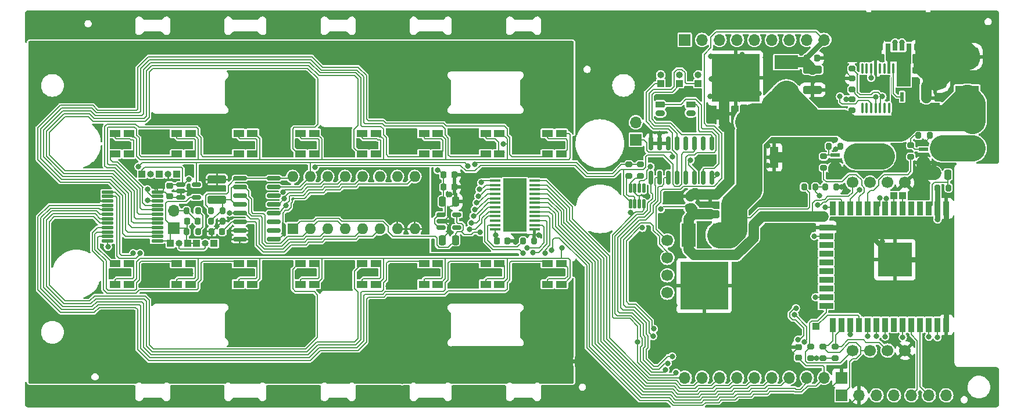
<source format=gtl>
G04 #@! TF.GenerationSoftware,KiCad,Pcbnew,(6.0.5-0)*
G04 #@! TF.CreationDate,2022-08-15T05:54:32+09:00*
G04 #@! TF.ProjectId,qLAMP-main,714c414d-502d-46d6-9169-6e2e6b696361,rev?*
G04 #@! TF.SameCoordinates,Original*
G04 #@! TF.FileFunction,Copper,L1,Top*
G04 #@! TF.FilePolarity,Positive*
%FSLAX46Y46*%
G04 Gerber Fmt 4.6, Leading zero omitted, Abs format (unit mm)*
G04 Created by KiCad (PCBNEW (6.0.5-0)) date 2022-08-15 05:54:32*
%MOMM*%
%LPD*%
G01*
G04 APERTURE LIST*
G04 Aperture macros list*
%AMRoundRect*
0 Rectangle with rounded corners*
0 $1 Rounding radius*
0 $2 $3 $4 $5 $6 $7 $8 $9 X,Y pos of 4 corners*
0 Add a 4 corners polygon primitive as box body*
4,1,4,$2,$3,$4,$5,$6,$7,$8,$9,$2,$3,0*
0 Add four circle primitives for the rounded corners*
1,1,$1+$1,$2,$3*
1,1,$1+$1,$4,$5*
1,1,$1+$1,$6,$7*
1,1,$1+$1,$8,$9*
0 Add four rect primitives between the rounded corners*
20,1,$1+$1,$2,$3,$4,$5,0*
20,1,$1+$1,$4,$5,$6,$7,0*
20,1,$1+$1,$6,$7,$8,$9,0*
20,1,$1+$1,$8,$9,$2,$3,0*%
%AMFreePoly0*
4,1,22,0.500000,-0.750000,0.000000,-0.750000,0.000000,-0.745033,-0.079941,-0.743568,-0.215256,-0.701293,-0.333266,-0.622738,-0.424486,-0.514219,-0.481581,-0.384460,-0.499164,-0.250000,-0.500000,-0.250000,-0.500000,0.250000,-0.499164,0.250000,-0.499963,0.256109,-0.478152,0.396186,-0.417904,0.524511,-0.324060,0.630769,-0.204165,0.706417,-0.067858,0.745374,0.000000,0.744959,0.000000,0.750000,
0.500000,0.750000,0.500000,-0.750000,0.500000,-0.750000,$1*%
%AMFreePoly1*
4,1,20,0.000000,0.744959,0.073905,0.744508,0.209726,0.703889,0.328688,0.626782,0.421226,0.519385,0.479903,0.390333,0.500000,0.250000,0.500000,-0.250000,0.499851,-0.262216,0.476331,-0.402017,0.414519,-0.529596,0.319384,-0.634700,0.198574,-0.708877,0.061801,-0.746166,0.000000,-0.745033,0.000000,-0.750000,-0.500000,-0.750000,-0.500000,0.750000,0.000000,0.750000,0.000000,0.744959,
0.000000,0.744959,$1*%
G04 Aperture macros list end*
G04 #@! TA.AperFunction,NonConductor*
%ADD10C,0.000000*%
G04 #@! TD*
G04 #@! TA.AperFunction,ComponentPad*
%ADD11C,2.000000*%
G04 #@! TD*
G04 #@! TA.AperFunction,SMDPad,CuDef*
%ADD12FreePoly0,180.000000*%
G04 #@! TD*
G04 #@! TA.AperFunction,SMDPad,CuDef*
%ADD13FreePoly1,180.000000*%
G04 #@! TD*
G04 #@! TA.AperFunction,SMDPad,CuDef*
%ADD14RoundRect,0.100000X-0.100000X0.637500X-0.100000X-0.637500X0.100000X-0.637500X0.100000X0.637500X0*%
G04 #@! TD*
G04 #@! TA.AperFunction,SMDPad,CuDef*
%ADD15RoundRect,0.150000X-0.512500X-0.150000X0.512500X-0.150000X0.512500X0.150000X-0.512500X0.150000X0*%
G04 #@! TD*
G04 #@! TA.AperFunction,SMDPad,CuDef*
%ADD16RoundRect,0.250000X-0.250000X-0.475000X0.250000X-0.475000X0.250000X0.475000X-0.250000X0.475000X0*%
G04 #@! TD*
G04 #@! TA.AperFunction,SMDPad,CuDef*
%ADD17R,1.219200X3.098800*%
G04 #@! TD*
G04 #@! TA.AperFunction,SMDPad,CuDef*
%ADD18RoundRect,0.225000X-0.225000X-0.250000X0.225000X-0.250000X0.225000X0.250000X-0.225000X0.250000X0*%
G04 #@! TD*
G04 #@! TA.AperFunction,SMDPad,CuDef*
%ADD19RoundRect,0.250000X0.325000X1.100000X-0.325000X1.100000X-0.325000X-1.100000X0.325000X-1.100000X0*%
G04 #@! TD*
G04 #@! TA.AperFunction,SMDPad,CuDef*
%ADD20RoundRect,0.225000X0.225000X0.250000X-0.225000X0.250000X-0.225000X-0.250000X0.225000X-0.250000X0*%
G04 #@! TD*
G04 #@! TA.AperFunction,SMDPad,CuDef*
%ADD21RoundRect,0.250000X-1.100000X0.325000X-1.100000X-0.325000X1.100000X-0.325000X1.100000X0.325000X0*%
G04 #@! TD*
G04 #@! TA.AperFunction,SMDPad,CuDef*
%ADD22RoundRect,0.225000X0.250000X-0.225000X0.250000X0.225000X-0.250000X0.225000X-0.250000X-0.225000X0*%
G04 #@! TD*
G04 #@! TA.AperFunction,SMDPad,CuDef*
%ADD23RoundRect,0.250000X0.250000X0.475000X-0.250000X0.475000X-0.250000X-0.475000X0.250000X-0.475000X0*%
G04 #@! TD*
G04 #@! TA.AperFunction,SMDPad,CuDef*
%ADD24RoundRect,0.250000X1.100000X-0.325000X1.100000X0.325000X-1.100000X0.325000X-1.100000X-0.325000X0*%
G04 #@! TD*
G04 #@! TA.AperFunction,SMDPad,CuDef*
%ADD25RoundRect,0.111230X0.763770X0.111230X-0.763770X0.111230X-0.763770X-0.111230X0.763770X-0.111230X0*%
G04 #@! TD*
G04 #@! TA.AperFunction,SMDPad,CuDef*
%ADD26RoundRect,0.225000X-0.250000X0.225000X-0.250000X-0.225000X0.250000X-0.225000X0.250000X0.225000X0*%
G04 #@! TD*
G04 #@! TA.AperFunction,SMDPad,CuDef*
%ADD27RoundRect,0.111665X0.111665X-0.550835X0.111665X0.550835X-0.111665X0.550835X-0.111665X-0.550835X0*%
G04 #@! TD*
G04 #@! TA.AperFunction,SMDPad,CuDef*
%ADD28RoundRect,0.200000X0.200000X0.275000X-0.200000X0.275000X-0.200000X-0.275000X0.200000X-0.275000X0*%
G04 #@! TD*
G04 #@! TA.AperFunction,SMDPad,CuDef*
%ADD29RoundRect,0.200000X-0.275000X0.200000X-0.275000X-0.200000X0.275000X-0.200000X0.275000X0.200000X0*%
G04 #@! TD*
G04 #@! TA.AperFunction,SMDPad,CuDef*
%ADD30RoundRect,0.150000X-0.150000X0.825000X-0.150000X-0.825000X0.150000X-0.825000X0.150000X0.825000X0*%
G04 #@! TD*
G04 #@! TA.AperFunction,SMDPad,CuDef*
%ADD31R,1.320800X0.558800*%
G04 #@! TD*
G04 #@! TA.AperFunction,SMDPad,CuDef*
%ADD32R,0.558800X1.320800*%
G04 #@! TD*
G04 #@! TA.AperFunction,SMDPad,CuDef*
%ADD33RoundRect,0.100000X0.687500X0.100000X-0.687500X0.100000X-0.687500X-0.100000X0.687500X-0.100000X0*%
G04 #@! TD*
G04 #@! TA.AperFunction,ComponentPad*
%ADD34C,0.600000*%
G04 #@! TD*
G04 #@! TA.AperFunction,SMDPad,CuDef*
%ADD35R,3.400000X7.800000*%
G04 #@! TD*
G04 #@! TA.AperFunction,SMDPad,CuDef*
%ADD36RoundRect,0.200000X-0.200000X-0.275000X0.200000X-0.275000X0.200000X0.275000X-0.200000X0.275000X0*%
G04 #@! TD*
G04 #@! TA.AperFunction,ComponentPad*
%ADD37RoundRect,0.225000X-0.475000X0.225000X-0.475000X-0.225000X0.475000X-0.225000X0.475000X0.225000X0*%
G04 #@! TD*
G04 #@! TA.AperFunction,ComponentPad*
%ADD38O,1.400000X0.900000*%
G04 #@! TD*
G04 #@! TA.AperFunction,ComponentPad*
%ADD39R,1.000000X1.000000*%
G04 #@! TD*
G04 #@! TA.AperFunction,ComponentPad*
%ADD40O,1.000000X1.000000*%
G04 #@! TD*
G04 #@! TA.AperFunction,ComponentPad*
%ADD41R,1.700000X1.700000*%
G04 #@! TD*
G04 #@! TA.AperFunction,ComponentPad*
%ADD42O,1.700000X1.700000*%
G04 #@! TD*
G04 #@! TA.AperFunction,ComponentPad*
%ADD43R,3.500000X3.500000*%
G04 #@! TD*
G04 #@! TA.AperFunction,ComponentPad*
%ADD44RoundRect,0.750000X-1.000000X0.750000X-1.000000X-0.750000X1.000000X-0.750000X1.000000X0.750000X0*%
G04 #@! TD*
G04 #@! TA.AperFunction,ComponentPad*
%ADD45RoundRect,0.875000X-0.875000X0.875000X-0.875000X-0.875000X0.875000X-0.875000X0.875000X0.875000X0*%
G04 #@! TD*
G04 #@! TA.AperFunction,SMDPad,CuDef*
%ADD46R,1.600000X1.000000*%
G04 #@! TD*
G04 #@! TA.AperFunction,ComponentPad*
%ADD47C,1.700000*%
G04 #@! TD*
G04 #@! TA.AperFunction,SMDPad,CuDef*
%ADD48RoundRect,0.035000X0.315000X0.465000X-0.315000X0.465000X-0.315000X-0.465000X0.315000X-0.465000X0*%
G04 #@! TD*
G04 #@! TA.AperFunction,SMDPad,CuDef*
%ADD49RoundRect,0.040000X0.360000X0.460000X-0.360000X0.460000X-0.360000X-0.460000X0.360000X-0.460000X0*%
G04 #@! TD*
G04 #@! TA.AperFunction,ComponentPad*
%ADD50O,1.000000X1.800000*%
G04 #@! TD*
G04 #@! TA.AperFunction,SMDPad,CuDef*
%ADD51RoundRect,0.150000X-0.825000X-0.150000X0.825000X-0.150000X0.825000X0.150000X-0.825000X0.150000X0*%
G04 #@! TD*
G04 #@! TA.AperFunction,SMDPad,CuDef*
%ADD52RoundRect,0.250000X0.475000X-0.250000X0.475000X0.250000X-0.475000X0.250000X-0.475000X-0.250000X0*%
G04 #@! TD*
G04 #@! TA.AperFunction,SMDPad,CuDef*
%ADD53R,0.900000X2.000000*%
G04 #@! TD*
G04 #@! TA.AperFunction,SMDPad,CuDef*
%ADD54R,2.000000X0.900000*%
G04 #@! TD*
G04 #@! TA.AperFunction,SMDPad,CuDef*
%ADD55R,5.000000X5.000000*%
G04 #@! TD*
G04 #@! TA.AperFunction,SMDPad,CuDef*
%ADD56R,3.500000X2.000000*%
G04 #@! TD*
G04 #@! TA.AperFunction,SMDPad,CuDef*
%ADD57R,7.000000X7.000000*%
G04 #@! TD*
G04 #@! TA.AperFunction,ComponentPad*
%ADD58R,1.600000X1.600000*%
G04 #@! TD*
G04 #@! TA.AperFunction,ComponentPad*
%ADD59O,1.600000X1.600000*%
G04 #@! TD*
G04 #@! TA.AperFunction,SMDPad,CuDef*
%ADD60R,2.000000X3.500000*%
G04 #@! TD*
G04 #@! TA.AperFunction,ViaPad*
%ADD61C,0.800000*%
G04 #@! TD*
G04 #@! TA.AperFunction,Conductor*
%ADD62C,0.210820*%
G04 #@! TD*
G04 #@! TA.AperFunction,Conductor*
%ADD63C,1.524000*%
G04 #@! TD*
G04 #@! TA.AperFunction,Conductor*
%ADD64C,0.762000*%
G04 #@! TD*
G04 #@! TA.AperFunction,Conductor*
%ADD65C,3.810000*%
G04 #@! TD*
G04 #@! TA.AperFunction,Conductor*
%ADD66C,2.032000*%
G04 #@! TD*
G04 APERTURE END LIST*
D10*
G36*
X193140000Y-78960000D02*
G01*
X193310000Y-79190000D01*
X195260000Y-79190000D01*
X195440000Y-78920000D01*
X195440000Y-77870000D01*
X196140000Y-77870000D01*
X196140000Y-80780000D01*
X196060000Y-80950000D01*
X196060000Y-84150000D01*
X194040000Y-84150000D01*
X194040000Y-80530000D01*
X193100000Y-80530000D01*
X193100000Y-82280000D01*
X192700000Y-82290000D01*
X192700000Y-80530000D01*
X192440000Y-80310000D01*
X192440000Y-77870000D01*
X193140000Y-77870000D01*
X193140000Y-78960000D01*
G37*
G36*
X147240000Y-124580000D02*
G01*
X146740000Y-124580000D01*
X146740000Y-123980000D01*
X147240000Y-123980000D01*
X147240000Y-124580000D01*
G37*
D11*
X205069999Y-89680009D03*
X205069999Y-93180009D03*
D12*
X147640000Y-124280000D03*
D13*
X146340000Y-124280000D03*
D14*
X193553292Y-81537300D03*
X192903292Y-81537300D03*
X192253292Y-81537300D03*
X191603292Y-81537300D03*
X190953292Y-81537300D03*
X190303292Y-81537300D03*
X189653292Y-81537300D03*
X189003292Y-81537300D03*
X189003292Y-87262300D03*
X189653292Y-87262300D03*
X190303292Y-87262300D03*
X190953292Y-87262300D03*
X191603292Y-87262300D03*
X192253292Y-87262300D03*
X192903292Y-87262300D03*
X193553292Y-87262300D03*
D15*
X127665878Y-102840011D03*
X127665878Y-103790011D03*
X127665878Y-104740011D03*
X129940878Y-104740011D03*
X129940878Y-102840011D03*
D16*
X127853378Y-100919989D03*
X129753378Y-100919989D03*
D17*
X176200000Y-89387300D03*
X176200000Y-94492700D03*
D18*
X128028376Y-98850000D03*
X129578376Y-98850000D03*
D19*
X171795000Y-88130000D03*
X168845000Y-88130000D03*
D20*
X171235010Y-91440000D03*
X169685010Y-91440000D03*
D21*
X181790000Y-81695000D03*
X181790000Y-84645000D03*
D22*
X163940000Y-101755000D03*
X163940000Y-100205000D03*
D23*
X129733376Y-106560000D03*
X127833376Y-106560000D03*
D18*
X195195000Y-81780000D03*
X196745000Y-81780000D03*
D24*
X94990006Y-100675005D03*
X94990006Y-97725005D03*
D11*
X191850000Y-90800000D03*
X191850000Y-94300000D03*
D25*
X86295999Y-106695011D03*
X86295999Y-106045013D03*
X86295999Y-105395012D03*
X86295999Y-104745012D03*
X86295999Y-104095012D03*
X86295999Y-103445012D03*
X86295999Y-102795012D03*
X86295999Y-102145012D03*
X86295999Y-101495012D03*
X86295999Y-100845012D03*
X86295999Y-100195011D03*
X86295999Y-99545013D03*
X79095999Y-99545013D03*
X79095999Y-100195011D03*
X79095999Y-100845012D03*
X79095999Y-101495012D03*
X79095999Y-102145012D03*
X79095999Y-102795012D03*
X79095999Y-103445012D03*
X79095999Y-104095012D03*
X79095999Y-104745012D03*
X79095999Y-105395012D03*
X79095999Y-106045013D03*
X79095999Y-106695011D03*
D26*
X88080012Y-98635012D03*
X88080012Y-100185012D03*
D22*
X179705000Y-123711000D03*
X179705000Y-122161000D03*
D20*
X92174995Y-103796008D03*
X90624995Y-103796008D03*
D27*
X155235000Y-101287500D03*
X155885000Y-101287500D03*
X156535000Y-101287500D03*
X157185000Y-101287500D03*
X157185000Y-99012500D03*
X156535000Y-99012500D03*
X155885000Y-99012500D03*
X155235000Y-99012500D03*
D15*
X89732499Y-98460012D03*
X89732499Y-99410012D03*
X89732499Y-100360012D03*
X92007499Y-100360012D03*
X92007499Y-98460012D03*
D28*
X92224995Y-102272008D03*
X90574995Y-102272008D03*
D29*
X156670000Y-95535000D03*
X156670000Y-97185000D03*
X155030000Y-95545000D03*
X155030000Y-97195000D03*
D30*
X167105000Y-92465000D03*
X165835000Y-92465000D03*
X164565000Y-92465000D03*
X163295000Y-92465000D03*
X162025000Y-92465000D03*
X160755000Y-92465000D03*
X159485000Y-92465000D03*
X158215000Y-92465000D03*
X158215000Y-97415000D03*
X159485000Y-97415000D03*
X160755000Y-97415000D03*
X162025000Y-97415000D03*
X163295000Y-97415000D03*
X164565000Y-97415000D03*
X165835000Y-97415000D03*
X167105000Y-97415000D03*
D18*
X128028376Y-97050000D03*
X129578376Y-97050000D03*
D31*
X197927800Y-93340200D03*
X197927800Y-95219800D03*
X200112200Y-94280000D03*
X185087800Y-94180200D03*
X185087800Y-96059800D03*
X187272200Y-95120000D03*
D32*
X194820200Y-85652200D03*
X196699800Y-85652200D03*
X195760000Y-83467800D03*
D33*
X141272500Y-105015000D03*
X141272500Y-104365000D03*
X141272500Y-103715000D03*
X141272500Y-103065000D03*
X141272500Y-102415000D03*
X141272500Y-101765000D03*
X141272500Y-101115000D03*
X141272500Y-100465000D03*
X141272500Y-99815000D03*
X141272500Y-99165000D03*
X141272500Y-98515000D03*
X141272500Y-97865000D03*
X135547500Y-97865000D03*
X135547500Y-98515000D03*
X135547500Y-99165000D03*
X135547500Y-99815000D03*
X135547500Y-100465000D03*
X135547500Y-101115000D03*
X135547500Y-101765000D03*
X135547500Y-102415000D03*
X135547500Y-103065000D03*
X135547500Y-103715000D03*
X135547500Y-104365000D03*
X135547500Y-105015000D03*
D34*
X139710000Y-99490000D03*
X138410000Y-104690000D03*
X137110000Y-103390000D03*
X139710000Y-104690000D03*
X138410000Y-102090000D03*
X137110000Y-99490000D03*
X139710000Y-103390000D03*
X139710000Y-100790000D03*
X137110000Y-100790000D03*
X137110000Y-102090000D03*
X138410000Y-103390000D03*
X139710000Y-98190000D03*
D35*
X138410000Y-101440000D03*
D34*
X139710000Y-102090000D03*
X138410000Y-100790000D03*
X138410000Y-99490000D03*
X138410000Y-98190000D03*
X137110000Y-104690000D03*
X137110000Y-98190000D03*
D36*
X180531000Y-98819995D03*
X182181000Y-98819995D03*
D23*
X201475000Y-97020000D03*
X199575000Y-97020000D03*
D37*
X164035003Y-86795000D03*
D38*
X164035003Y-88045000D03*
D37*
X159590003Y-86795000D03*
D38*
X159590003Y-88045000D03*
D39*
X165106960Y-83749058D03*
D40*
X165106960Y-82479058D03*
D39*
X162376968Y-83749058D03*
D40*
X162376968Y-82479058D03*
D39*
X159646950Y-83749058D03*
D40*
X159646950Y-82479058D03*
D41*
X156020008Y-91915005D03*
D42*
X156020008Y-89375005D03*
D28*
X198845000Y-91305000D03*
X197195000Y-91305000D03*
X185815000Y-92860000D03*
X184165000Y-92860000D03*
D29*
X187500006Y-79896200D03*
X187500006Y-81546200D03*
X187500006Y-82944200D03*
X187500006Y-84594200D03*
X196100000Y-92745000D03*
X196100000Y-94395000D03*
X183390000Y-94365000D03*
X183390000Y-96015000D03*
D36*
X139574998Y-106699991D03*
X141224998Y-106699991D03*
D28*
X201575000Y-98940000D03*
X199925000Y-98940000D03*
D29*
X187500006Y-85992200D03*
X187500006Y-87642200D03*
D18*
X135785001Y-106699991D03*
X137335001Y-106699991D03*
D24*
X166870000Y-102825000D03*
X166870000Y-99875000D03*
D18*
X180905000Y-80050000D03*
X182455000Y-80050000D03*
D43*
X204295792Y-85809800D03*
D44*
X204295792Y-79809800D03*
D45*
X199595792Y-82809800D03*
D46*
X107157211Y-91002066D03*
X107157211Y-94002066D03*
D29*
X185039000Y-122111000D03*
X185039000Y-123761000D03*
D46*
X134157211Y-113001633D03*
X134157211Y-110001633D03*
X89157211Y-91002066D03*
X89157211Y-94002066D03*
X134157211Y-91002066D03*
X134157211Y-94002066D03*
X127157211Y-113001633D03*
X127157211Y-110001633D03*
X136157211Y-91002066D03*
X136157211Y-94002066D03*
X143157211Y-91002066D03*
X143157211Y-94002066D03*
X100157211Y-113001633D03*
X100157211Y-110001633D03*
D47*
X187611003Y-98175006D03*
X190151003Y-98175006D03*
X192691003Y-98175006D03*
X195231003Y-98175006D03*
X187611003Y-122675006D03*
X190151003Y-122675006D03*
X192691003Y-122675006D03*
X195231003Y-122675006D03*
X160611003Y-106615006D03*
X160611003Y-109155006D03*
X160611003Y-111695006D03*
X160611003Y-114235006D03*
D46*
X100157211Y-91002066D03*
X100157211Y-94002066D03*
D29*
X181483000Y-122111000D03*
X181483000Y-123761000D03*
D46*
X125157211Y-113001633D03*
X125157211Y-110001633D03*
X116157211Y-113001633D03*
X116157211Y-110001633D03*
D48*
X194788282Y-78419792D03*
X192788282Y-78419792D03*
D49*
X191588282Y-78419792D03*
D48*
X193788282Y-78419792D03*
X195788282Y-78419792D03*
D49*
X196988282Y-78419792D03*
D50*
X198608282Y-78419792D03*
X198608282Y-74619792D03*
X189968282Y-78419792D03*
X189968282Y-74619792D03*
D51*
X98335009Y-97554999D03*
X98335009Y-98824999D03*
X98335009Y-100094999D03*
X98335009Y-101364999D03*
X98335009Y-102634999D03*
X98335009Y-103904999D03*
X98335009Y-105174999D03*
X98335009Y-106444999D03*
X103285009Y-106444999D03*
X103285009Y-105174999D03*
X103285009Y-103904999D03*
X103285009Y-102634999D03*
X103285009Y-101364999D03*
X103285009Y-100094999D03*
X103285009Y-98824999D03*
X103285009Y-97554999D03*
D41*
X186001000Y-126628000D03*
D42*
X183461000Y-126628000D03*
X180921000Y-126628000D03*
X178381000Y-126628000D03*
X175841000Y-126628000D03*
X173301000Y-126628000D03*
X170761000Y-126628000D03*
X168221000Y-126628000D03*
X165681000Y-126628000D03*
X163141000Y-126628000D03*
D46*
X82157211Y-113001633D03*
X82157211Y-110001633D03*
X118157211Y-113001633D03*
X118157211Y-110001633D03*
X109157211Y-113001633D03*
X109157211Y-110001633D03*
D36*
X94165006Y-103796008D03*
X95815006Y-103796008D03*
D46*
X118157211Y-91002066D03*
X118157211Y-94002066D03*
X109157211Y-91002066D03*
X109157211Y-94002066D03*
X80157211Y-91002066D03*
X80157211Y-94002066D03*
X98157211Y-113001633D03*
X98157211Y-110001633D03*
D52*
X198308292Y-87719800D03*
X198308292Y-85819800D03*
D53*
X201261000Y-101920000D03*
X199991000Y-101920000D03*
X198721000Y-101920000D03*
X197451000Y-101920000D03*
X196181000Y-101920000D03*
X194910989Y-101919989D03*
X193640989Y-101919989D03*
X192371000Y-101920000D03*
X191101000Y-101920000D03*
X189831000Y-101920000D03*
X188561000Y-101920000D03*
X187291000Y-101920000D03*
X186021000Y-101920000D03*
X184751000Y-101920000D03*
D54*
X183751000Y-104705000D03*
X183751000Y-105975000D03*
X183751000Y-107245000D03*
X183751000Y-108515000D03*
X183751000Y-109785000D03*
X183751000Y-111055000D03*
X183751000Y-112325000D03*
X183751000Y-113595000D03*
X183751000Y-114865000D03*
X183751000Y-116135000D03*
D53*
X184751000Y-118920000D03*
X186021000Y-118920000D03*
X187291000Y-118920000D03*
X188561000Y-118920000D03*
X189831000Y-118920000D03*
X191101000Y-118920000D03*
X192371000Y-118920000D03*
X193641000Y-118920000D03*
X194911000Y-118920000D03*
X196181000Y-118920000D03*
X197451000Y-118920000D03*
X198721000Y-118920000D03*
X199991000Y-118920000D03*
X201261000Y-118920000D03*
D55*
X193761000Y-109420000D03*
D46*
X80157211Y-113001633D03*
X80157211Y-110001633D03*
D41*
X186000993Y-129200000D03*
D42*
X188540993Y-129200000D03*
X191080993Y-129200000D03*
X193620993Y-129200000D03*
X196160993Y-129200000D03*
X198701000Y-129199996D03*
X201240993Y-129200000D03*
D36*
X183579000Y-98819995D03*
X185229000Y-98819995D03*
D46*
X91157211Y-113001633D03*
X91157211Y-110001633D03*
X127157211Y-91002066D03*
X127157211Y-94002066D03*
X89157211Y-113001633D03*
X89157211Y-110001633D03*
D41*
X163141000Y-77372000D03*
D42*
X165681000Y-77372000D03*
X168221000Y-77372000D03*
X170761000Y-77372000D03*
X173301000Y-77372000D03*
X175841000Y-77372000D03*
X178381000Y-77372000D03*
X180921000Y-77372000D03*
X183461000Y-77372000D03*
X186001000Y-77372000D03*
D46*
X125157211Y-91002066D03*
X125157211Y-94002066D03*
D20*
X95765006Y-105320008D03*
X94215006Y-105320008D03*
D46*
X145157211Y-113001633D03*
X145157211Y-110001633D03*
D29*
X183261000Y-122111000D03*
X183261000Y-123761000D03*
D56*
X177945000Y-85210000D03*
X177945000Y-80630000D03*
D57*
X170545000Y-82910000D03*
D46*
X116157211Y-91002066D03*
X116157211Y-94002066D03*
D58*
X106029989Y-104929991D03*
D59*
X108569989Y-104929991D03*
X111109989Y-104929991D03*
X113649989Y-104929991D03*
X116189989Y-104929991D03*
X118729989Y-104929991D03*
X121269989Y-104929991D03*
X123809989Y-104929991D03*
X123809989Y-97309991D03*
X121269989Y-97309991D03*
X118729989Y-97309991D03*
X116189989Y-97309991D03*
X113649989Y-97309991D03*
X111109989Y-97309991D03*
X108569989Y-97309991D03*
X106029989Y-97309991D03*
D36*
X94165006Y-102272008D03*
X95815006Y-102272008D03*
D60*
X168270000Y-105815000D03*
X163690000Y-105815000D03*
D57*
X165970000Y-113215000D03*
D36*
X90574995Y-105320008D03*
X92224995Y-105320008D03*
D46*
X91157211Y-91002066D03*
X91157211Y-94002066D03*
X145157211Y-91002066D03*
X145157211Y-94002066D03*
X82157211Y-91002066D03*
X82157211Y-94002066D03*
X107157211Y-113001633D03*
X107157211Y-110001633D03*
X98157211Y-91002066D03*
X98157211Y-94002066D03*
D41*
X88719990Y-104785008D03*
D42*
X88719990Y-102245008D03*
D46*
X143157211Y-113001633D03*
X143157211Y-110001633D03*
X136157211Y-113001633D03*
X136157211Y-110001633D03*
D39*
X88240000Y-107050000D03*
X94590009Y-107050012D03*
X193640989Y-100070006D03*
X89166011Y-96930033D03*
X84085995Y-96930009D03*
D40*
X85355995Y-96930009D03*
D39*
X182280001Y-119160011D03*
X90780000Y-107050000D03*
D40*
X89510000Y-107050000D03*
D39*
X92050000Y-107050000D03*
D40*
X93320000Y-107050000D03*
D39*
X194910989Y-100070006D03*
X86625995Y-96930009D03*
D40*
X87896003Y-96930021D03*
D61*
X182200000Y-114880000D03*
X139580000Y-108485402D03*
X120250000Y-90830000D03*
X93730000Y-93620000D03*
X91130000Y-111400000D03*
X126470000Y-124970000D03*
X94420000Y-113270000D03*
X119990000Y-113280000D03*
X121710000Y-108420000D03*
X125750000Y-118160000D03*
X145090000Y-111280000D03*
X102060000Y-121640000D03*
X112420000Y-124900000D03*
X123520000Y-110440000D03*
X107450000Y-78080000D03*
X113620000Y-108230000D03*
X116040000Y-111440000D03*
X74660000Y-85910000D03*
X82550000Y-86620000D03*
X102250000Y-110050000D03*
X118360000Y-108370000D03*
X107310000Y-111390000D03*
X102150000Y-94090000D03*
X137220000Y-78800000D03*
X68000000Y-108610000D03*
X96610000Y-110440000D03*
X146380000Y-80750000D03*
X142700000Y-114450000D03*
X92900000Y-97310000D03*
X125090000Y-111210000D03*
X98040000Y-111420000D03*
X93370000Y-89850000D03*
X135520000Y-81250000D03*
X96960000Y-88650000D03*
X87680000Y-90840000D03*
X117840000Y-92610000D03*
X112730000Y-111620000D03*
X90970000Y-96040000D03*
X117830000Y-88210000D03*
X145150000Y-92700000D03*
X70520000Y-123750000D03*
X128150000Y-120590000D03*
X83290000Y-80290000D03*
X71320000Y-108870000D03*
X106730000Y-102850000D03*
X107640000Y-114840000D03*
X81980000Y-111330000D03*
X97370000Y-121680000D03*
X100360000Y-99910000D03*
X88970000Y-92840000D03*
X127730000Y-82790000D03*
X87920000Y-78060000D03*
X92940000Y-78990000D03*
X78110000Y-80500000D03*
X107620000Y-121650000D03*
X120460000Y-110330000D03*
X92870000Y-96040000D03*
X90890000Y-92670000D03*
X107160000Y-92770000D03*
X85920000Y-89140000D03*
X138480000Y-125880000D03*
X125480000Y-104920000D03*
X121680000Y-99180000D03*
X71410000Y-80410000D03*
X85750000Y-110350000D03*
X77800000Y-95400000D03*
X126700000Y-78380000D03*
X111050000Y-113380000D03*
X105870000Y-86000000D03*
X109150000Y-126980000D03*
X125190000Y-85420000D03*
X73590000Y-120110000D03*
X71080000Y-86410000D03*
X120010000Y-118160000D03*
X145830000Y-88490000D03*
X134630000Y-126930000D03*
X105330000Y-110020000D03*
X85710000Y-107600000D03*
X128130000Y-115480000D03*
X88240000Y-126860000D03*
X95460000Y-91860000D03*
X90240000Y-88790000D03*
X77010000Y-104300000D03*
X73810000Y-105870000D03*
X78310000Y-117380000D03*
X79910000Y-92620000D03*
X142850000Y-92850000D03*
X136970000Y-115130000D03*
X84590000Y-93630000D03*
X119530000Y-106250000D03*
X132380000Y-113170000D03*
X75230000Y-127040000D03*
X127020000Y-111330000D03*
X108470000Y-108220000D03*
X103650000Y-82300000D03*
X68170000Y-95470000D03*
X102830000Y-126900000D03*
X111380000Y-101420000D03*
X132250000Y-93070000D03*
X75780000Y-100670000D03*
X114670000Y-110020000D03*
X120400000Y-85000000D03*
X146360000Y-85990000D03*
X136080000Y-111360000D03*
X108650000Y-89210000D03*
X117800000Y-115750000D03*
X100370000Y-85760000D03*
X139150000Y-110320000D03*
X95060000Y-126950000D03*
X77480000Y-99030000D03*
X119760000Y-101440000D03*
X116160000Y-92550000D03*
X141030000Y-78100000D03*
X100040000Y-104620000D03*
X127510000Y-127060000D03*
X77850000Y-123540000D03*
X99980000Y-111400000D03*
X113680000Y-102890000D03*
X121180000Y-93670000D03*
X82460000Y-78150000D03*
X82090000Y-92630000D03*
X86070000Y-91930000D03*
X97390000Y-115130000D03*
X105350000Y-93970000D03*
X129290000Y-113090000D03*
X85970000Y-124950000D03*
X114200000Y-113250000D03*
X103240000Y-96170000D03*
X122000000Y-127140000D03*
X71570000Y-104090000D03*
X78070000Y-86490000D03*
X108290000Y-83020000D03*
X106400000Y-124990000D03*
X81720000Y-107340000D03*
X83290000Y-123820000D03*
X144780000Y-89760000D03*
X82020000Y-127010000D03*
X100520000Y-108290000D03*
X80560000Y-120490000D03*
X87630000Y-108400000D03*
X68360000Y-78370000D03*
X77670000Y-114000000D03*
X115530000Y-78130000D03*
X98330000Y-125120000D03*
X122530000Y-115440000D03*
X121800000Y-111770000D03*
X132140000Y-115070000D03*
X101750000Y-98290000D03*
X108820000Y-100570000D03*
X70500000Y-99530000D03*
X114500000Y-93800000D03*
X123110000Y-81330000D03*
X122580000Y-120760000D03*
X130760000Y-111700000D03*
X124700000Y-92700000D03*
X142800000Y-121190000D03*
X146360000Y-121040000D03*
X118000000Y-111360000D03*
X91100000Y-115220000D03*
X79740000Y-111370000D03*
X96780000Y-106290000D03*
X122470000Y-103720000D03*
X132580000Y-110370000D03*
X116050000Y-106760000D03*
X132160000Y-78410000D03*
X73580000Y-82570000D03*
X109000000Y-102600000D03*
X110890000Y-80350000D03*
X68260000Y-114610000D03*
X99800000Y-96480000D03*
X68320000Y-89390000D03*
X117170000Y-99190000D03*
X117380000Y-102980000D03*
X97390000Y-118650000D03*
X111180000Y-107210000D03*
X113710000Y-99670000D03*
X68410000Y-86220000D03*
X111060000Y-94070000D03*
X130860000Y-125790000D03*
X67990000Y-120200000D03*
X146350000Y-114500000D03*
X125380000Y-98250000D03*
X85790000Y-114520000D03*
X117050000Y-81160000D03*
X138590000Y-93420000D03*
X115880000Y-101040000D03*
X82650000Y-117180000D03*
X96620000Y-108270000D03*
X80550000Y-83470000D03*
X93570000Y-110370000D03*
X122930000Y-106900000D03*
X107650000Y-118550000D03*
X102040000Y-118570000D03*
X98050000Y-92550000D03*
X105230000Y-91090000D03*
X79620000Y-108550000D03*
X99220000Y-78140000D03*
X87320000Y-112900000D03*
X115980000Y-126960000D03*
X96010000Y-96210000D03*
X117770000Y-120790000D03*
X85990000Y-98820000D03*
X91270000Y-125250000D03*
X129570000Y-110360000D03*
X112690000Y-92440000D03*
X99780000Y-92710000D03*
X144470000Y-117770000D03*
X129580000Y-80460000D03*
X101670000Y-101710000D03*
X68410000Y-82700000D03*
X68080000Y-102390000D03*
X77920000Y-90000000D03*
X77730000Y-100786902D03*
X82240000Y-95500000D03*
X83660000Y-106800000D03*
X124170000Y-101290000D03*
X100280000Y-89730000D03*
X118870000Y-125040000D03*
X87690000Y-93520000D03*
X103440000Y-79020000D03*
X142950000Y-111320000D03*
X108990000Y-92690000D03*
X104270000Y-112440000D03*
X123200000Y-90900000D03*
X91330000Y-101260000D03*
X97380000Y-82330000D03*
X74910000Y-78310000D03*
X84490000Y-91140000D03*
X102510000Y-114620000D03*
X122620000Y-88620000D03*
X73410000Y-99400000D03*
X88920000Y-111530000D03*
X98650000Y-107360000D03*
X111150000Y-110030000D03*
X113910000Y-90820000D03*
X120720000Y-78410000D03*
X123600000Y-113250000D03*
X133810000Y-111460000D03*
X71320000Y-117580000D03*
X126610000Y-92700000D03*
X76050000Y-107560000D03*
X128330000Y-88470000D03*
X68050000Y-126830000D03*
X144730000Y-83540000D03*
X103490000Y-88410000D03*
X138840000Y-113250000D03*
X125530000Y-108360000D03*
X110770000Y-90760000D03*
X141110000Y-93470000D03*
X156280000Y-121420000D03*
X183340000Y-103120000D03*
X83578773Y-95827351D03*
X159665189Y-102029642D03*
X182369000Y-123761000D03*
X131584136Y-95762633D03*
X199990000Y-103570000D03*
X155270000Y-102552700D03*
X79100000Y-107540000D03*
X167870000Y-96950000D03*
X163561424Y-101698353D03*
X135578026Y-105825474D03*
X161888761Y-125891630D03*
X132556613Y-95518297D03*
X133318351Y-105386587D03*
X90933915Y-97722495D03*
X145252039Y-107667959D03*
X136710000Y-92536428D03*
X177077500Y-86077500D03*
X158161240Y-95837300D03*
X156990000Y-104772269D03*
X188584328Y-99261270D03*
X158642270Y-119510000D03*
X199980000Y-120710000D03*
X82785647Y-108485402D03*
X83788350Y-108485402D03*
X160301624Y-125475913D03*
X198730000Y-120650000D03*
X194910000Y-120720000D03*
X160664255Y-124528449D03*
X84879970Y-99127767D03*
X182769032Y-100052163D03*
X192538287Y-100540000D03*
X191080000Y-120540000D03*
X104833034Y-100517440D03*
X179655069Y-121063569D03*
X179343944Y-116484357D03*
X192360000Y-120620000D03*
X161312118Y-123524412D03*
X84879970Y-100786902D03*
X179163511Y-117474190D03*
X180606836Y-121379088D03*
X189830000Y-120550000D03*
X104606609Y-99540637D03*
X109278110Y-95931837D03*
X186700000Y-85990000D03*
X161316890Y-94407157D03*
X164003110Y-94881650D03*
X193787300Y-77710030D03*
X190950000Y-85710000D03*
X194790000Y-77707700D03*
X191949379Y-85628418D03*
X207800000Y-94550000D03*
X197190000Y-111120000D03*
X173720000Y-129970000D03*
X159490000Y-85700000D03*
X179990000Y-91990000D03*
X82280000Y-130490000D03*
X122550000Y-76810000D03*
X178880000Y-74840000D03*
X170320000Y-118030000D03*
X194890000Y-109020000D03*
X155720000Y-114690000D03*
X185060000Y-91950000D03*
X188110000Y-125960000D03*
X192050000Y-111100000D03*
X182250000Y-94000000D03*
X198370000Y-127160000D03*
X181830000Y-83360000D03*
X185860000Y-113290000D03*
X115730000Y-76710000D03*
X82150000Y-73800000D03*
X167060000Y-83080000D03*
X174100000Y-101300000D03*
X162290000Y-102720000D03*
X201580000Y-120910000D03*
X129810000Y-130320000D03*
X133410000Y-75140000D03*
X109570000Y-128160000D03*
X200330000Y-105150000D03*
X169400000Y-90120000D03*
X203390000Y-126170000D03*
X175820000Y-98620000D03*
X141880000Y-105800000D03*
X201690000Y-108010000D03*
X177080000Y-108280000D03*
X136520000Y-76860000D03*
X184470000Y-86030000D03*
X207870000Y-86340000D03*
X119410000Y-75270000D03*
X161030000Y-81330000D03*
X173930000Y-85170000D03*
X180780000Y-129320000D03*
X178970000Y-130380000D03*
X162610000Y-89180000D03*
X153960000Y-89690000D03*
X200900000Y-79790000D03*
X88960000Y-130240000D03*
X169780000Y-95090000D03*
X186000000Y-98840000D03*
X115730000Y-73730000D03*
X194610000Y-113510000D03*
X165800000Y-107280000D03*
X207760000Y-78340000D03*
X185870000Y-104930000D03*
X192050000Y-125430000D03*
X159280000Y-117070000D03*
X174770000Y-116390000D03*
X187800000Y-111250000D03*
X175210000Y-92780000D03*
X109520000Y-130350000D03*
X122630000Y-130440000D03*
X169120000Y-84810000D03*
X129820000Y-73750000D03*
X187960000Y-106770000D03*
X133040000Y-129190000D03*
X164430000Y-85230000D03*
X191930000Y-106780000D03*
X192290000Y-130250000D03*
X72010000Y-73700000D03*
X177970000Y-96820000D03*
X153050000Y-78890000D03*
X165870000Y-104410000D03*
X170940000Y-110360000D03*
X126880000Y-101960000D03*
X164510000Y-99540000D03*
X199120000Y-122470000D03*
X202630000Y-130290000D03*
X102730000Y-73740000D03*
X182500000Y-97610000D03*
X144090000Y-97730000D03*
X173830000Y-73800000D03*
X82210000Y-76500000D03*
X122580000Y-73790000D03*
X150410000Y-85170000D03*
X149940000Y-127310000D03*
X160850000Y-78900000D03*
X153480000Y-128230000D03*
X163960000Y-119190000D03*
X199250000Y-108980000D03*
X172340000Y-114250000D03*
X159490000Y-91041650D03*
X146530000Y-129200000D03*
X92160000Y-129370000D03*
X109570000Y-76790000D03*
X89550000Y-73660000D03*
X201310000Y-111490000D03*
X134040000Y-107790000D03*
X160020000Y-103810000D03*
X163230000Y-81130000D03*
X115850000Y-128250000D03*
X185820000Y-109110000D03*
X203460000Y-76370000D03*
X205480000Y-74050000D03*
X179860000Y-99980000D03*
X208100000Y-130010000D03*
X122500000Y-128290000D03*
X157810000Y-78920000D03*
X136590000Y-130440000D03*
X142760000Y-76270000D03*
X190010000Y-104900000D03*
X150010000Y-129640000D03*
X192340000Y-115290000D03*
X207770000Y-90790000D03*
X161660000Y-116050000D03*
X175310000Y-82750000D03*
X166150000Y-94910000D03*
X178370000Y-104880000D03*
X187550000Y-74370000D03*
X183240000Y-74480000D03*
X203980000Y-82920000D03*
X185770000Y-116560000D03*
X147770000Y-87660000D03*
X194650000Y-117060000D03*
X148050000Y-121030000D03*
X197470000Y-130290000D03*
X189970000Y-130260000D03*
X200810000Y-124950000D03*
X189920000Y-109100000D03*
X148050000Y-115490000D03*
X165970000Y-113215000D03*
X175060000Y-105150000D03*
X155750000Y-108640000D03*
X195920000Y-125110000D03*
X95530000Y-130460000D03*
X152750000Y-87580000D03*
X82360000Y-128240000D03*
X179660000Y-127610000D03*
X184600000Y-79550000D03*
X194880000Y-130280000D03*
X106530000Y-129280000D03*
X145430000Y-73800000D03*
X115790000Y-130310000D03*
X197170000Y-106860000D03*
X157470000Y-112580000D03*
X168360000Y-99290000D03*
X129770000Y-76780000D03*
X136500000Y-73860000D03*
X156080000Y-81130000D03*
X188270000Y-78740000D03*
X200840000Y-74310000D03*
X175220000Y-95660000D03*
X167370000Y-88230000D03*
X178980000Y-111680000D03*
X109620000Y-73710000D03*
X166860000Y-85590000D03*
X199090000Y-113210000D03*
X142760000Y-73760000D03*
X106120000Y-75350000D03*
X165070000Y-81130000D03*
X156460000Y-84700000D03*
X207610000Y-82990000D03*
X199090000Y-117060000D03*
X207960000Y-125870000D03*
X95310000Y-73710000D03*
X180720000Y-96450000D03*
X142790000Y-128090000D03*
X102760000Y-128150000D03*
X151220000Y-81450000D03*
X174940000Y-79900000D03*
X185450000Y-96712735D03*
X102780000Y-76800000D03*
X177750000Y-101220000D03*
X152860000Y-98280000D03*
X142730000Y-130490000D03*
X103060000Y-130350000D03*
X193580000Y-126620000D03*
X198150000Y-92260000D03*
X155840000Y-130430000D03*
X92370000Y-75150000D03*
X159600000Y-95200000D03*
X157731806Y-100170122D03*
X164260000Y-90380000D03*
X192200000Y-76260000D03*
X119060000Y-129410000D03*
X184520000Y-82540000D03*
X197960000Y-95860000D03*
X76380000Y-128290000D03*
X196490000Y-76180000D03*
X131290000Y-106940000D03*
X151560000Y-106620000D03*
X156530000Y-87510000D03*
X146040000Y-99930000D03*
X194960000Y-127970000D03*
X170545000Y-82910000D03*
X158720000Y-81500000D03*
X178910000Y-82520000D03*
X176730000Y-129340000D03*
X165250000Y-79300000D03*
X171080000Y-86030000D03*
X171530000Y-79540000D03*
X89430000Y-76540000D03*
X189920000Y-117080000D03*
X161520000Y-87550000D03*
X166900000Y-79760000D03*
X148090000Y-110670000D03*
X71780000Y-130410000D03*
X75910000Y-76770000D03*
X161890000Y-107820000D03*
X161880000Y-85800000D03*
X148910000Y-98280000D03*
X189920000Y-113320000D03*
X67860000Y-76720000D03*
X138480000Y-106833311D03*
X160570000Y-100010000D03*
X175550000Y-119070000D03*
X89000000Y-128320000D03*
X95470000Y-128160000D03*
X185150956Y-93298098D03*
X201640000Y-115070000D03*
X148050000Y-79150000D03*
X159280000Y-110690000D03*
X173120000Y-81090000D03*
X136530000Y-128270000D03*
X199990000Y-130290000D03*
X162290000Y-100820000D03*
X140070000Y-96730000D03*
X95380000Y-76610000D03*
X128939538Y-99930462D03*
X190060000Y-127270000D03*
X147850000Y-89480000D03*
X194760000Y-104560000D03*
X129850000Y-128140000D03*
X126780000Y-98400000D03*
X168880000Y-81200000D03*
X67920000Y-128400000D03*
X177390000Y-94490000D03*
X147840000Y-82490000D03*
X146710000Y-96590000D03*
X157740000Y-106050000D03*
X187840000Y-115180000D03*
X171390000Y-130400000D03*
X178080000Y-115270000D03*
X135630000Y-96720000D03*
X175090000Y-111940000D03*
X194240000Y-73900000D03*
X196990000Y-115200000D03*
X96850000Y-102580000D03*
X191535954Y-100456332D03*
X158545536Y-120550474D03*
X127149009Y-96345377D03*
X143738455Y-108072631D03*
X190310000Y-82860000D03*
X185773624Y-85606281D03*
X182030000Y-105970000D03*
X140169320Y-107674161D03*
X183640000Y-101755300D03*
X141054732Y-108382271D03*
X182476794Y-101468394D03*
X142790000Y-108485402D03*
X132824837Y-101108536D03*
X133063649Y-100134687D03*
X133272443Y-99153964D03*
X133490000Y-98175147D03*
X132582266Y-102081455D03*
X132362956Y-103059880D03*
X132090000Y-104050000D03*
X131792506Y-105007554D03*
X187280000Y-120280000D03*
X105067469Y-101492351D03*
D62*
X135226190Y-107954972D02*
X139049570Y-107954972D01*
X182200000Y-114880000D02*
X183736000Y-114880000D01*
X134026461Y-106755243D02*
X135226190Y-107954972D01*
X183736000Y-114880000D02*
X183751000Y-114865000D01*
X134026460Y-103563540D02*
X134026461Y-106755243D01*
X134525000Y-103065000D02*
X134026460Y-103563540D01*
X139049570Y-107954972D02*
X139580000Y-108485402D01*
X135547500Y-103065000D02*
X134525000Y-103065000D01*
X85990000Y-99320000D02*
X86215013Y-99545013D01*
X89732499Y-100360012D02*
X89732499Y-99410012D01*
X89732499Y-99410012D02*
X92539988Y-99410012D01*
X87896003Y-97590062D02*
X87190000Y-98296065D01*
X94291006Y-105320008D02*
X95815006Y-103796008D01*
X86295999Y-99545013D02*
X87215013Y-99545013D01*
X89732499Y-100360012D02*
X88255012Y-100360012D01*
X94224995Y-97725005D02*
X94990006Y-97725005D01*
X88255012Y-100360012D02*
X88080012Y-100185012D01*
X92539988Y-99410012D02*
X94224995Y-97725005D01*
X94215006Y-105320008D02*
X94291006Y-105320008D01*
X87440013Y-99545013D02*
X88080012Y-100185012D01*
X87190000Y-98296065D02*
X87190000Y-99520000D01*
X87215013Y-99545013D02*
X87440013Y-99545013D01*
X87896003Y-96930021D02*
X87896003Y-97590062D01*
X79095999Y-100845012D02*
X77788110Y-100845012D01*
X86215013Y-99545013D02*
X86295999Y-99545013D01*
X85990000Y-98820000D02*
X85990000Y-99320000D01*
X87190000Y-99520000D02*
X87215013Y-99545013D01*
X77788110Y-100845012D02*
X77730000Y-100786902D01*
X152593540Y-105816460D02*
X155750000Y-102660000D01*
D63*
X164520289Y-108750289D02*
X170688107Y-108750289D01*
D62*
X135785001Y-106699991D02*
X135785001Y-106615001D01*
X79095999Y-106695011D02*
X79095999Y-107535999D01*
X167870000Y-96950000D02*
X167870000Y-97080000D01*
X135547500Y-105712500D02*
X135547500Y-105794948D01*
D63*
X170688107Y-108750289D02*
X173197440Y-106240956D01*
D62*
X156280000Y-119130000D02*
X155130000Y-117980000D01*
X135547500Y-106462490D02*
X135785001Y-106699991D01*
X135547500Y-105712500D02*
X135547500Y-105882500D01*
D64*
X199991000Y-101920000D02*
X199991000Y-103569000D01*
D62*
X91956273Y-95223727D02*
X108526273Y-95223727D01*
X161565931Y-126214460D02*
X161888761Y-125891630D01*
X92007499Y-95274953D02*
X91956273Y-95223727D01*
X156260000Y-121400000D02*
X156280000Y-121420000D01*
D63*
X173197440Y-104332560D02*
X174410000Y-103120000D01*
D62*
X131584136Y-95762633D02*
X131584136Y-95684136D01*
X156280000Y-121420000D02*
X156280000Y-124375166D01*
X156920000Y-102410000D02*
X157185000Y-102145000D01*
D63*
X163690000Y-107920000D02*
X164520289Y-108750289D01*
D62*
X183561528Y-100633639D02*
X183996828Y-100198339D01*
D63*
X164345000Y-102160000D02*
X164116719Y-101931719D01*
X164345000Y-102825000D02*
X166870000Y-102825000D01*
D62*
X84166273Y-95223727D02*
X91956273Y-95223727D01*
X131123727Y-95223727D02*
X108526273Y-95223727D01*
D63*
X163690000Y-105815000D02*
X163690000Y-107920000D01*
D62*
X155750000Y-102660000D02*
X155377300Y-102660000D01*
X156280000Y-121420000D02*
X156280000Y-119130000D01*
X135547500Y-105882500D02*
X135547500Y-106462490D01*
D64*
X199991000Y-99006000D02*
X199925000Y-98940000D01*
D62*
X108570000Y-97310000D02*
X108570000Y-95267454D01*
X79095999Y-107535999D02*
X79100000Y-107540000D01*
X92007499Y-98460012D02*
X92007499Y-95274953D01*
X103285009Y-98824999D02*
X107055001Y-98824999D01*
D63*
X163690000Y-105815000D02*
X163690000Y-103480000D01*
D62*
X158119294Y-126214460D02*
X161565931Y-126214460D01*
X155377300Y-102660000D02*
X155270000Y-102552700D01*
X181768673Y-101175080D02*
X182183480Y-100760273D01*
X155130000Y-117980000D02*
X152770000Y-117980000D01*
D63*
X182310000Y-103120000D02*
X183340000Y-103120000D01*
D62*
X108570000Y-95267454D02*
X108526273Y-95223727D01*
X83578773Y-95827351D02*
X83578773Y-95811227D01*
X83578773Y-95811227D02*
X84166273Y-95223727D01*
X152593540Y-117803540D02*
X152593540Y-105816460D01*
X135547500Y-105794948D02*
X135578026Y-105825474D01*
X182310000Y-103120000D02*
X181768673Y-102578673D01*
X183996828Y-100198339D02*
X187041661Y-100198339D01*
D63*
X163690000Y-103480000D02*
X164345000Y-102825000D01*
D62*
X167870000Y-97080000D02*
X167535000Y-97415000D01*
D63*
X164116719Y-101931719D02*
X163940000Y-101931719D01*
D62*
X183048759Y-100760273D02*
X183175393Y-100633639D01*
X135547500Y-105015000D02*
X135547500Y-105712500D01*
D64*
X199991000Y-101920000D02*
X199991000Y-99006000D01*
D62*
X185039000Y-123761000D02*
X183261000Y-123761000D01*
D63*
X164345000Y-102825000D02*
X164345000Y-102160000D01*
D62*
X107055001Y-98824999D02*
X108570000Y-97310000D01*
X135785001Y-106615001D02*
X135550000Y-106380000D01*
X152770000Y-117980000D02*
X152593540Y-117803540D01*
X156280000Y-124375166D02*
X158119294Y-126214460D01*
X167535000Y-97415000D02*
X167105000Y-97415000D01*
X187041661Y-100198339D02*
X187611003Y-99628997D01*
D63*
X174410000Y-103120000D02*
X182310000Y-103120000D01*
D62*
X159996478Y-101698353D02*
X159665189Y-102029642D01*
X187611003Y-99628997D02*
X187611003Y-98175006D01*
X183261000Y-123761000D02*
X181483000Y-123761000D01*
X183175393Y-100633639D02*
X183561528Y-100633639D01*
X157185000Y-102145000D02*
X157185000Y-101287500D01*
X181768673Y-102578673D02*
X181768673Y-101175080D01*
X155750000Y-102660000D02*
X156000000Y-102410000D01*
X156000000Y-102410000D02*
X156920000Y-102410000D01*
D63*
X173197440Y-106240956D02*
X173197440Y-104332560D01*
D62*
X163561424Y-101698353D02*
X159996478Y-101698353D01*
X182183480Y-100760273D02*
X183048759Y-100760273D01*
D64*
X199991000Y-103569000D02*
X199990000Y-103570000D01*
D62*
X131584136Y-95684136D02*
X131123727Y-95223727D01*
X133283844Y-105421094D02*
X133318351Y-105386587D01*
X155030000Y-95545000D02*
X156660000Y-95545000D01*
X109506826Y-103408340D02*
X112777461Y-103408340D01*
X119960000Y-104592879D02*
X119960000Y-105370000D01*
X119960000Y-105370000D02*
X120628121Y-106038121D01*
X156660000Y-95545000D02*
X156670000Y-95535000D01*
X93658821Y-99791875D02*
X96428125Y-99791875D01*
X132851183Y-95223727D02*
X132556613Y-95518297D01*
X105785001Y-97554999D02*
X106030000Y-97310000D01*
X103285009Y-97554999D02*
X105785001Y-97554999D01*
X130120000Y-104131881D02*
X129940878Y-103952759D01*
X112777461Y-103408340D02*
X113191000Y-103821879D01*
X130911508Y-104400248D02*
X130643141Y-104131881D01*
X109093287Y-103821879D02*
X109506826Y-103408340D01*
X94165006Y-102272008D02*
X93331876Y-101438878D01*
X97755000Y-97495000D02*
X98335000Y-97495000D01*
X96428125Y-99791875D02*
X96638330Y-99581670D01*
X132380401Y-105421094D02*
X133283844Y-105421094D01*
X131010675Y-105715675D02*
X132085820Y-105715675D01*
X130041859Y-105348141D02*
X130643141Y-105348141D01*
X106030000Y-104930000D02*
X107138121Y-103821879D01*
X128700246Y-107593130D02*
X127352191Y-107593130D01*
X98335009Y-97554999D02*
X103285009Y-97554999D01*
X132085820Y-105715675D02*
X132380401Y-105421094D01*
X153929834Y-95545000D02*
X152631295Y-96843539D01*
X113191000Y-103821879D02*
X119189000Y-103821879D01*
X130911508Y-105079774D02*
X130911508Y-104400248D01*
X130643141Y-105348141D02*
X131010675Y-105715675D01*
X120628121Y-106038121D02*
X126828121Y-106038121D01*
X126828121Y-106038121D02*
X127025246Y-106235246D01*
X129733376Y-105656624D02*
X130041859Y-105348141D01*
X129733376Y-106560000D02*
X128700246Y-107593130D01*
X93331876Y-100118820D02*
X93658821Y-99791875D01*
X129733376Y-106560000D02*
X129733376Y-105656624D01*
X127025246Y-107266185D02*
X127274531Y-107515470D01*
X129940878Y-103952759D02*
X129940878Y-102840011D01*
X148968707Y-96843540D02*
X147348893Y-95223727D01*
X107138121Y-103821879D02*
X109093287Y-103821879D01*
X152631295Y-96843539D02*
X148968707Y-96843540D01*
X96638330Y-99581670D02*
X96638330Y-98611670D01*
X127025246Y-106235246D02*
X127025246Y-107266185D01*
X130911508Y-105079774D02*
X130643141Y-105348141D01*
X155030000Y-95545000D02*
X153929834Y-95545000D01*
X119189000Y-103821879D02*
X119960000Y-104592879D01*
X93331876Y-101438878D02*
X93331876Y-100118820D01*
X130643141Y-104131881D02*
X130120000Y-104131881D01*
X96638330Y-98611670D02*
X97755000Y-97495000D01*
X147348893Y-95223727D02*
X132851183Y-95223727D01*
X87761858Y-100968142D02*
X87561879Y-101168121D01*
X90624995Y-103796008D02*
X90624995Y-104734995D01*
X90574990Y-104785000D02*
X90624995Y-104734995D01*
X87561879Y-103626879D02*
X88720000Y-104785000D01*
X90780000Y-107050000D02*
X92050000Y-107050000D01*
X88720000Y-104785000D02*
X88240000Y-105265000D01*
X90624995Y-104734995D02*
X90624995Y-105270008D01*
X90491858Y-100968142D02*
X87761858Y-100968142D01*
X92007499Y-100360012D02*
X91099988Y-100360012D01*
X91099988Y-100360012D02*
X90491858Y-100968142D01*
X88240000Y-105265000D02*
X88240000Y-107050000D01*
X88720000Y-104785000D02*
X90574990Y-104785000D01*
X90574995Y-106844995D02*
X90780000Y-107050000D01*
X86295999Y-106695011D02*
X87885011Y-106695011D01*
X90624995Y-105270008D02*
X90574995Y-105320008D01*
X87885011Y-106695011D02*
X88240000Y-107050000D01*
X87561879Y-101168121D02*
X87561879Y-103626879D01*
X90574995Y-105320008D02*
X90574995Y-106844995D01*
X89732499Y-98460012D02*
X88255012Y-98460012D01*
X84085995Y-96324005D02*
X84470000Y-95940000D01*
X89974132Y-98218379D02*
X89732499Y-98460012D01*
X90887505Y-97722495D02*
X90149988Y-98460012D01*
X84470000Y-95940000D02*
X89792220Y-95940000D01*
X88255012Y-98460012D02*
X88080012Y-98635012D01*
X90933915Y-97722495D02*
X90887505Y-97722495D01*
X84085995Y-96930009D02*
X84085995Y-96324005D01*
X89974132Y-96121912D02*
X89974132Y-98218379D01*
X89792220Y-95940000D02*
X89974132Y-96121912D01*
X90149988Y-98460012D02*
X89732499Y-98460012D01*
X92224995Y-105320008D02*
X92933125Y-104611878D01*
X92933125Y-102980138D02*
X92224995Y-102272008D01*
X92933125Y-104611878D02*
X92933125Y-102980138D01*
D65*
X204624990Y-88722280D02*
X205069999Y-89167289D01*
X172370000Y-89310000D02*
X173162289Y-88517711D01*
D62*
X118655145Y-91500000D02*
X118960000Y-91500000D01*
D65*
X194474112Y-90287280D02*
X195135696Y-89625696D01*
D62*
X146490000Y-109500000D02*
X146490000Y-112010000D01*
X119265332Y-112194668D02*
X119265332Y-109214668D01*
X136442066Y-91002066D02*
X137265332Y-91825332D01*
D65*
X176200000Y-89387300D02*
X183807300Y-89387300D01*
D64*
X196730000Y-88031392D02*
X196730000Y-84750000D01*
D62*
X181355134Y-99644129D02*
X180531000Y-98819995D01*
X119270000Y-94800000D02*
X119259813Y-94810187D01*
D66*
X196039112Y-88722280D02*
X194848143Y-87531311D01*
D62*
X137265332Y-92595332D02*
X137265332Y-94795042D01*
D65*
X172554719Y-99159962D02*
X170327720Y-101386961D01*
X170327720Y-105052280D02*
X169565000Y-105815000D01*
D62*
X128290187Y-91830187D02*
X128290187Y-94810187D01*
X181355134Y-101784866D02*
X181090130Y-102049870D01*
D65*
X169565000Y-105815000D02*
X168270000Y-105815000D01*
X176200000Y-89387300D02*
X172447300Y-89387300D01*
D62*
X181090130Y-102049870D02*
X173966738Y-102049870D01*
X144536488Y-109193512D02*
X145206488Y-109193512D01*
X101265332Y-91815332D02*
X101265332Y-94735042D01*
X136448367Y-113001633D02*
X137265332Y-112184668D01*
X128246488Y-109193512D02*
X137236488Y-109193512D01*
X100458367Y-113001633D02*
X101265332Y-112194668D01*
X82950000Y-91510000D02*
X83265332Y-91825332D01*
D65*
X187067876Y-90287280D02*
X194474112Y-90287280D01*
D62*
X145206488Y-109193512D02*
X146183512Y-109193512D01*
X91448367Y-113001633D02*
X92265332Y-112184668D01*
X128265332Y-109212356D02*
X128246488Y-109193512D01*
X137294176Y-109193512D02*
X144456488Y-109193512D01*
X136157211Y-113001633D02*
X136448367Y-113001633D01*
X82665145Y-91510000D02*
X82950000Y-91510000D01*
X91157211Y-91002066D02*
X91452066Y-91002066D01*
X146265332Y-94810187D02*
X137250187Y-94810187D01*
X118458367Y-113001633D02*
X119265332Y-112194668D01*
D64*
X193687012Y-88177012D02*
X193687012Y-86470000D01*
D62*
X193553292Y-88043292D02*
X195135696Y-89625696D01*
X173966738Y-102049870D02*
X172706608Y-103310000D01*
X109458367Y-113001633D02*
X110286488Y-112173512D01*
D65*
X173792700Y-89387300D02*
X172554720Y-90625280D01*
D64*
X193553292Y-89096708D02*
X193553292Y-88483511D01*
X196039112Y-88722280D02*
X196730000Y-88031392D01*
D62*
X181355134Y-101784866D02*
X181355134Y-99644129D01*
X92265332Y-94755042D02*
X92210187Y-94810187D01*
D65*
X172447300Y-89387300D02*
X172370000Y-89310000D01*
D62*
X83265332Y-112194668D02*
X83265332Y-109704668D01*
X146490000Y-112010000D02*
X145498367Y-113001633D01*
D65*
X176200000Y-89387300D02*
X174930978Y-89387300D01*
D62*
X83265332Y-91825332D02*
X83265332Y-94320000D01*
X119265332Y-109214668D02*
X119286488Y-109193512D01*
D65*
X201383312Y-88722280D02*
X198477720Y-88722280D01*
D62*
X145252039Y-107667959D02*
X145206488Y-107713510D01*
X91452066Y-91002066D02*
X92265332Y-91815332D01*
X137206428Y-92536428D02*
X137265332Y-92595332D01*
X136157211Y-91002066D02*
X136442066Y-91002066D01*
X109452066Y-91002066D02*
X110265332Y-91815332D01*
X193553292Y-87262300D02*
X193553292Y-88043292D01*
X145206488Y-107713510D02*
X145206488Y-109193512D01*
X146460000Y-91200000D02*
X146460000Y-94615519D01*
X137265332Y-94795042D02*
X137250187Y-94810187D01*
X109157211Y-113001633D02*
X109458367Y-113001633D01*
D65*
X177945000Y-85559319D02*
X181772981Y-89387300D01*
D62*
X146460000Y-94615519D02*
X146265332Y-94810187D01*
X145157211Y-91002066D02*
X146262066Y-91002066D01*
X127157211Y-91002066D02*
X127462066Y-91002066D01*
D65*
X176200000Y-88470422D02*
X176152711Y-88517711D01*
X176200000Y-86955000D02*
X176200000Y-88470422D01*
X186167896Y-89387300D02*
X187067876Y-90287280D01*
D62*
X110260187Y-94810187D02*
X119259813Y-94810187D01*
X127458367Y-113001633D02*
X128265332Y-112194668D01*
X83265332Y-109704668D02*
X83776488Y-109193512D01*
X110265332Y-94805042D02*
X110260187Y-94810187D01*
X144446576Y-109183600D02*
X144456488Y-109193512D01*
X101236488Y-109193512D02*
X110286488Y-109193512D01*
D65*
X170327720Y-101386961D02*
X170327720Y-101807720D01*
D62*
X100452066Y-91002066D02*
X101265332Y-91815332D01*
X137265332Y-109222356D02*
X137294176Y-109193512D01*
X82157211Y-91002066D02*
X82665145Y-91510000D01*
X137265332Y-91825332D02*
X137265332Y-92595332D01*
X110265332Y-91815332D02*
X110265332Y-94805042D01*
X92265332Y-112184668D02*
X92265332Y-109212356D01*
X127157211Y-113001633D02*
X127458367Y-113001633D01*
X118157211Y-113001633D02*
X118458367Y-113001633D01*
X92265332Y-91815332D02*
X92265332Y-94755042D01*
X82458367Y-113001633D02*
X83265332Y-112194668D01*
X171830000Y-103310000D02*
X170327720Y-101807720D01*
D65*
X177945000Y-85210000D02*
X177945000Y-85559319D01*
X170327720Y-101807720D02*
X170327720Y-105052280D01*
X183807300Y-89387300D02*
X186167896Y-89387300D01*
X204295792Y-85809800D02*
X201383312Y-88722280D01*
D62*
X118960000Y-91500000D02*
X119270000Y-91810000D01*
X92246488Y-109193512D02*
X101236488Y-109193512D01*
X145498367Y-113001633D02*
X145157211Y-113001633D01*
X127462066Y-91002066D02*
X128290187Y-91830187D01*
D65*
X176200000Y-89387300D02*
X173792700Y-89387300D01*
X181772981Y-89387300D02*
X183807300Y-89387300D01*
X172554720Y-90625280D02*
X172554719Y-99159962D01*
X205069999Y-86584007D02*
X205069999Y-89167289D01*
X172554720Y-91763558D02*
X172554719Y-96595281D01*
D62*
X137265332Y-109222356D02*
X137236488Y-109193512D01*
X91157211Y-113001633D02*
X91448367Y-113001633D01*
X100157211Y-91002066D02*
X100452066Y-91002066D01*
D65*
X177077500Y-86077500D02*
X177945000Y-85210000D01*
X195135696Y-89625696D02*
X196039112Y-88722280D01*
D62*
X128265332Y-112194668D02*
X128265332Y-109212356D01*
D64*
X195135696Y-89625696D02*
X193687012Y-88177012D01*
D62*
X101265332Y-109222356D02*
X101236488Y-109193512D01*
X146183512Y-109193512D02*
X146490000Y-109500000D01*
X137265332Y-112184668D02*
X137265332Y-109222356D01*
X119259813Y-94810187D02*
X128290187Y-94810187D01*
D65*
X176200000Y-86955000D02*
X177077500Y-86077500D01*
D62*
X92210187Y-94810187D02*
X101190187Y-94810187D01*
X172706608Y-103310000D02*
X171830000Y-103310000D01*
X119270000Y-91810000D02*
X119270000Y-94800000D01*
X110286488Y-109193512D02*
X119286488Y-109193512D01*
D65*
X204295792Y-85809800D02*
X205069999Y-86584007D01*
D62*
X101265332Y-112194668D02*
X101265332Y-109222356D01*
X83755519Y-94810187D02*
X92210187Y-94810187D01*
X109157211Y-91002066D02*
X109452066Y-91002066D01*
X83776488Y-109193512D02*
X92246488Y-109193512D01*
X118157211Y-91002066D02*
X118655145Y-91500000D01*
X83265332Y-94320000D02*
X83755519Y-94810187D01*
X144456488Y-109193512D02*
X144536488Y-109193512D01*
D65*
X176152711Y-88517711D02*
X173162289Y-88517711D01*
X174930978Y-89387300D02*
X172554720Y-91763558D01*
D62*
X100157211Y-113001633D02*
X100458367Y-113001633D01*
X101265332Y-94735042D02*
X101190187Y-94810187D01*
X128290187Y-94810187D02*
X137250187Y-94810187D01*
D65*
X198477720Y-88722280D02*
X204624990Y-88722280D01*
D62*
X101190187Y-94810187D02*
X110260187Y-94810187D01*
D65*
X176200000Y-89387300D02*
X176200000Y-86955000D01*
D62*
X136710000Y-92536428D02*
X137206428Y-92536428D01*
D65*
X196039112Y-88722280D02*
X198477720Y-88722280D01*
D64*
X191850000Y-90800000D02*
X193553292Y-89096708D01*
D62*
X146262066Y-91002066D02*
X146460000Y-91200000D01*
X119286488Y-109193512D02*
X128246488Y-109193512D01*
X110286488Y-112173512D02*
X110286488Y-109193512D01*
X92265332Y-109212356D02*
X92246488Y-109193512D01*
X82157211Y-113001633D02*
X82458367Y-113001633D01*
D65*
X191850000Y-94300000D02*
X188150000Y-94300000D01*
X205069999Y-93180009D02*
X200760009Y-93180009D01*
D62*
X158347700Y-119215430D02*
X158642270Y-119510000D01*
X158347700Y-118273535D02*
X158347700Y-119215430D01*
X155986467Y-115912301D02*
X158347699Y-118273533D01*
X155986465Y-115912300D02*
X155986467Y-115912301D01*
X154661240Y-115531240D02*
X155042300Y-115912300D01*
X156990000Y-104772269D02*
X156561901Y-104772269D01*
X157606870Y-97503130D02*
X157606870Y-96400237D01*
X187291000Y-100554598D02*
X187291000Y-101920000D01*
X158347699Y-118273533D02*
X158347700Y-118273535D01*
X157216870Y-97893130D02*
X157606870Y-97503130D01*
X156535000Y-98085000D02*
X156726870Y-97893130D01*
X158161240Y-95845867D02*
X158161240Y-95837300D01*
X155042300Y-115912300D02*
X155986465Y-115912300D01*
X156561901Y-104772269D02*
X154661240Y-106672930D01*
X156535000Y-99012500D02*
X156535000Y-98085000D01*
X154661240Y-106672930D02*
X154661240Y-115460000D01*
X154661240Y-115460000D02*
X154661240Y-115531240D01*
X157606870Y-96400237D02*
X158161240Y-95845867D01*
X156726870Y-97893130D02*
X157216870Y-97893130D01*
X188584328Y-99261270D02*
X187291000Y-100554598D01*
X84171860Y-98889474D02*
X84171860Y-101130000D01*
X79767934Y-94002066D02*
X79462630Y-94307370D01*
X79462630Y-94862630D02*
X79809380Y-95209380D01*
X84171860Y-101130000D02*
X84536872Y-101495012D01*
X84180000Y-98881334D02*
X84171860Y-98889474D01*
X79462630Y-94307370D02*
X79462630Y-94862630D01*
X80157211Y-94002066D02*
X79767934Y-94002066D01*
X79809380Y-95209380D02*
X80508047Y-95209381D01*
X84536872Y-101495012D02*
X86295999Y-101495012D01*
X80508047Y-95209381D02*
X84180000Y-98881334D01*
X82491077Y-108779972D02*
X82785647Y-108485402D01*
X199980000Y-120710000D02*
X199980000Y-118931000D01*
X80165013Y-99545013D02*
X80863540Y-100243540D01*
X199980000Y-118931000D02*
X199991000Y-118920000D01*
X79095999Y-99545013D02*
X80165013Y-99545013D01*
X80863540Y-108573540D02*
X81069972Y-108779972D01*
X81069972Y-108779972D02*
X82491077Y-108779972D01*
X80863540Y-100243540D02*
X80863540Y-108573540D01*
X190226873Y-99333127D02*
X190630714Y-99333127D01*
X190630714Y-99333127D02*
X191430000Y-98533841D01*
X189831000Y-101920000D02*
X189831000Y-99729000D01*
X192211292Y-97016885D02*
X195613115Y-97016885D01*
X196100000Y-96530000D02*
X196100000Y-94395000D01*
X191430000Y-98533841D02*
X191430000Y-97798177D01*
X189831000Y-99729000D02*
X190226873Y-99333127D01*
X191430000Y-97798177D02*
X192211292Y-97016885D01*
X195613115Y-97016885D02*
X196100000Y-96530000D01*
X80743512Y-109193512D02*
X83191654Y-109193512D01*
X160301624Y-125475913D02*
X160301624Y-125798376D01*
X153007080Y-117267080D02*
X153007080Y-105987754D01*
X158215000Y-99635000D02*
X158215000Y-97415000D01*
X198730000Y-120650000D02*
X198730000Y-118929000D01*
X157091295Y-102823539D02*
X157716460Y-102198374D01*
X158439927Y-99859927D02*
X158215000Y-99635000D01*
X156693540Y-118958707D02*
X155301293Y-117566460D01*
X156988121Y-121885419D02*
X156988121Y-120904581D01*
X156171295Y-102823539D02*
X157091295Y-102823539D01*
X156693540Y-124203872D02*
X156693540Y-122180000D01*
X155301293Y-117566460D02*
X153306460Y-117566460D01*
X83788350Y-108596816D02*
X83788350Y-108485402D01*
X153007080Y-105987754D02*
X156171295Y-102823539D01*
X198730000Y-118929000D02*
X198721000Y-118920000D01*
X157716460Y-101186903D02*
X158439927Y-100463436D01*
X156988121Y-120904581D02*
X156693540Y-120610000D01*
X153306460Y-117566460D02*
X153007080Y-117267080D01*
X80215011Y-100195011D02*
X80450000Y-100430000D01*
X80450000Y-108900000D02*
X80743512Y-109193512D01*
X156693540Y-120610000D02*
X156693540Y-118958707D01*
X83191654Y-109193512D02*
X83788350Y-108596816D01*
X160301624Y-125798376D02*
X160299080Y-125800920D01*
X80450000Y-100430000D02*
X80450000Y-108900000D01*
X157716460Y-102198374D02*
X157716460Y-101186903D01*
X158290588Y-125800920D02*
X156693540Y-124203872D01*
X160299080Y-125800920D02*
X158290588Y-125800920D01*
X79095999Y-100195011D02*
X80215011Y-100195011D01*
X158439927Y-100463436D02*
X158439927Y-99859927D01*
X156693540Y-122180000D02*
X156988121Y-121885419D01*
X188561000Y-101920000D02*
X188561000Y-100286033D01*
X183390000Y-97676865D02*
X183390000Y-96015000D01*
X189292449Y-99554584D02*
X189292449Y-98952449D01*
X188116885Y-97016885D02*
X187113115Y-97016885D01*
X188920000Y-98580000D02*
X188920000Y-97820000D01*
X188561000Y-100286033D02*
X189292449Y-99554584D01*
X186093135Y-98036865D02*
X183750000Y-98036865D01*
X188920000Y-97820000D02*
X188116885Y-97016885D01*
X187113115Y-97016885D02*
X186093135Y-98036865D01*
X189292449Y-98952449D02*
X188920000Y-98580000D01*
X183750000Y-98036865D02*
X183390000Y-97676865D01*
X160247653Y-124528449D02*
X159388722Y-125387380D01*
X86251010Y-100240000D02*
X86295999Y-100195011D01*
X158461882Y-125387380D02*
X157107080Y-124032578D01*
X85477933Y-100195011D02*
X84879970Y-99597048D01*
X159485000Y-97415000D02*
X158965000Y-97415000D01*
X158965000Y-97415000D02*
X158823130Y-97556870D01*
X156342589Y-103237079D02*
X153420620Y-106159048D01*
X157401661Y-122056712D02*
X157401661Y-120733288D01*
X158823130Y-97556870D02*
X158823130Y-98523130D01*
X153420620Y-106159048D02*
X153420620Y-116960620D01*
X153612920Y-117152920D02*
X155472586Y-117152920D01*
X84879970Y-99597048D02*
X84879970Y-99127767D01*
X158130000Y-101358197D02*
X158129999Y-102369669D01*
X153420620Y-116960620D02*
X153612920Y-117152920D01*
X157107080Y-124032578D02*
X157107080Y-122351294D01*
X160664255Y-124528449D02*
X160247653Y-124528449D01*
X158823130Y-98523130D02*
X158853467Y-98553467D01*
X86295999Y-100195011D02*
X85477933Y-100195011D01*
X155472586Y-117152920D02*
X157107080Y-118787414D01*
X86291010Y-100200000D02*
X86169791Y-100078781D01*
X158853467Y-98553467D02*
X158853466Y-100634731D01*
X157107080Y-120438706D02*
X157401661Y-120733288D01*
X157107080Y-122351294D02*
X157401661Y-122056712D01*
X159388722Y-125387380D02*
X158461882Y-125387380D01*
X86295999Y-100195011D02*
X86291010Y-100200000D01*
X158853466Y-100634731D02*
X158130000Y-101358197D01*
X157107080Y-118787414D02*
X157107080Y-120438706D01*
X194910000Y-120720000D02*
X194910000Y-118921000D01*
X158129999Y-102369669D02*
X157262588Y-103237079D01*
X194910000Y-118921000D02*
X194911000Y-118920000D01*
X157262588Y-103237079D02*
X156342589Y-103237079D01*
X183579000Y-98819995D02*
X182181000Y-98819995D01*
X182769032Y-100052163D02*
X182181000Y-99464131D01*
X182181000Y-99464131D02*
X182181000Y-98819995D01*
X192538287Y-101752713D02*
X192371000Y-101920000D01*
X192538287Y-100540000D02*
X192538287Y-101752713D01*
X179317477Y-118182311D02*
X180522920Y-119387754D01*
X178455390Y-117180876D02*
X178455390Y-117767504D01*
X179151909Y-116484357D02*
X178455390Y-117180876D01*
X191080000Y-118941000D02*
X191101000Y-118920000D01*
X112541879Y-98418121D02*
X110586713Y-98418121D01*
X108218007Y-98831661D02*
X107397587Y-99652079D01*
X104005001Y-101364999D02*
X104833034Y-100536966D01*
X191080000Y-120540000D02*
X191080000Y-118941000D01*
X104833034Y-100536966D02*
X104833034Y-100517440D01*
X105496602Y-99652079D02*
X107397587Y-99652079D01*
X180522920Y-120461569D02*
X179920920Y-121063569D01*
X110173172Y-98831661D02*
X108218007Y-98831661D01*
X113650000Y-97310000D02*
X112541879Y-98418121D01*
X178455390Y-117767504D02*
X178870197Y-118182311D01*
X104833034Y-100517440D02*
X104833034Y-100315647D01*
X180522920Y-119387754D02*
X180522920Y-120461569D01*
X179343944Y-116484357D02*
X179151909Y-116484357D01*
X104005001Y-101364999D02*
X103285009Y-101364999D01*
X178870197Y-118182311D02*
X179317477Y-118182311D01*
X110586713Y-98418121D02*
X110173172Y-98831661D01*
X104833034Y-100315647D02*
X105496602Y-99652079D01*
X179920920Y-121063569D02*
X179655069Y-121063569D01*
X158543539Y-102540964D02*
X158543540Y-101529491D01*
X159824763Y-98698130D02*
X160093130Y-98429763D01*
X154119380Y-116739380D02*
X153834160Y-116454160D01*
X157520620Y-118616121D02*
X155643879Y-116739380D01*
X157520620Y-120267413D02*
X157520620Y-118616121D01*
X160666857Y-123524412D02*
X159217429Y-124973840D01*
X157815201Y-122235419D02*
X157815201Y-120571594D01*
X159267005Y-100806026D02*
X159267007Y-98872993D01*
X157433884Y-103650619D02*
X158543539Y-102540964D01*
X192360000Y-120620000D02*
X192360000Y-118931000D01*
X157815201Y-120571594D02*
X157820000Y-120566795D01*
X153834160Y-106330342D02*
X156513883Y-103650619D01*
X84938080Y-100845012D02*
X84879970Y-100786902D01*
X160093130Y-98429763D02*
X160093130Y-97536870D01*
X159217429Y-124973840D02*
X158633176Y-124973840D01*
X159441870Y-98698130D02*
X159824763Y-98698130D01*
X155643879Y-116739380D02*
X154119380Y-116739380D01*
X160215000Y-97415000D02*
X160755000Y-97415000D01*
X192360000Y-118931000D02*
X192371000Y-118920000D01*
X161312118Y-123524412D02*
X160666857Y-123524412D01*
X153834160Y-116454160D02*
X153834160Y-106330342D01*
X156513883Y-103650619D02*
X157433884Y-103650619D01*
X157520620Y-123861284D02*
X157520620Y-122530000D01*
X86295999Y-100845012D02*
X84938080Y-100845012D01*
X158543540Y-101529491D02*
X159267005Y-100806026D01*
X160093130Y-97536870D02*
X160215000Y-97415000D01*
X157520620Y-122530000D02*
X157815201Y-122235419D01*
X159267007Y-98872993D02*
X159441870Y-98698130D01*
X158633176Y-124973840D02*
X157520620Y-123861284D01*
X157820000Y-120566795D02*
X157520620Y-120267413D01*
X104908707Y-99238539D02*
X107226294Y-99238539D01*
X108046713Y-98418121D02*
X107226294Y-99238539D01*
X111110000Y-97310000D02*
X110001879Y-98418121D01*
X110001879Y-98418121D02*
X108046713Y-98418121D01*
X104052247Y-100094999D02*
X104606609Y-99540637D01*
X104606609Y-99540637D02*
X104908707Y-99238539D01*
X180936460Y-121049464D02*
X180606836Y-121379088D01*
X189830000Y-118921000D02*
X189831000Y-118920000D01*
X103285009Y-100094999D02*
X104052247Y-100094999D01*
X189830000Y-120550000D02*
X189830000Y-118921000D01*
X179194190Y-117474190D02*
X180936460Y-119216460D01*
X180936460Y-119216460D02*
X180936460Y-121049464D01*
X179163511Y-117474190D02*
X179194190Y-117474190D01*
X157738330Y-94161670D02*
X160069968Y-94161670D01*
X100057919Y-103077919D02*
X101397919Y-103077919D01*
X153806538Y-96253130D02*
X154246870Y-96253130D01*
X132605591Y-96470754D02*
X133439078Y-95637267D01*
X160069968Y-94161670D02*
X161400000Y-95491702D01*
X98335009Y-100094999D02*
X98944999Y-100094999D01*
X161400000Y-98412893D02*
X161685237Y-98698130D01*
X130427256Y-95637256D02*
X131260754Y-96470754D01*
X155235000Y-100989834D02*
X154246870Y-100001704D01*
X107633174Y-106451660D02*
X108046713Y-106038121D01*
X164565000Y-93585000D02*
X164565000Y-92465000D01*
X161400000Y-95491702D02*
X161400000Y-98412893D01*
X110001879Y-106038121D02*
X111110000Y-104930000D01*
X104471066Y-107466668D02*
X105486073Y-106451661D01*
X133439078Y-95637267D02*
X147177599Y-95637267D01*
X162686870Y-98376023D02*
X162686870Y-94053130D01*
X131260754Y-96470754D02*
X132605591Y-96470754D01*
X98335009Y-100094999D02*
X98994999Y-100094999D01*
X102098951Y-107466668D02*
X104471066Y-107466668D01*
X157453130Y-95945474D02*
X157453130Y-94446870D01*
X109278110Y-95931837D02*
X109572691Y-95637256D01*
X162980000Y-93760000D02*
X164390000Y-93760000D01*
X147177599Y-95637267D02*
X148797411Y-97257079D01*
X99618139Y-102638139D02*
X100057919Y-103077919D01*
X162686870Y-94053130D02*
X162980000Y-93760000D01*
X164390000Y-93760000D02*
X164565000Y-93585000D01*
X162364763Y-98698130D02*
X162686870Y-98376023D01*
X101588339Y-103268339D02*
X101588340Y-106956057D01*
X101397919Y-103077919D02*
X101588339Y-103268339D01*
X101588340Y-106956057D02*
X102098951Y-107466668D01*
X155235000Y-101287500D02*
X155235000Y-100989834D01*
X98944999Y-100094999D02*
X99618139Y-100768139D01*
X99618139Y-100768139D02*
X99618139Y-102638139D01*
X109572691Y-95637256D02*
X130427256Y-95637256D01*
X105486073Y-106451661D02*
X107633174Y-106451660D01*
X148797411Y-97257079D02*
X152802590Y-97257078D01*
X154246870Y-100001704D02*
X154246870Y-96253130D01*
X157145474Y-96253130D02*
X157453130Y-95945474D01*
X152802590Y-97257078D02*
X153806538Y-96253130D01*
X108046713Y-106038121D02*
X110001879Y-106038121D01*
X161685237Y-98698130D02*
X162364763Y-98698130D01*
X154246870Y-96253130D02*
X157145474Y-96253130D01*
X157453130Y-94446870D02*
X157738330Y-94161670D01*
X193553292Y-85153292D02*
X194052200Y-85652200D01*
X194052200Y-85652200D02*
X194820200Y-85652200D01*
X193553292Y-81537300D02*
X193553292Y-85153292D01*
X186702200Y-85992200D02*
X186700000Y-85990000D01*
X187500006Y-85992200D02*
X186702200Y-85992200D01*
X185087800Y-94180200D02*
X184119800Y-94180200D01*
X184165000Y-94135000D02*
X184119800Y-94180200D01*
X184119800Y-94180200D02*
X183574800Y-94180200D01*
X184165000Y-92860000D02*
X184165000Y-94135000D01*
X183574800Y-94180200D02*
X183390000Y-94365000D01*
X197927800Y-93340200D02*
X196695200Y-93340200D01*
X196586230Y-91305000D02*
X197195000Y-91305000D01*
X196100000Y-92745000D02*
X196100000Y-91791230D01*
X196100000Y-91791230D02*
X196586230Y-91305000D01*
X196695200Y-93340200D02*
X196100000Y-92745000D01*
X156020008Y-91915005D02*
X157175005Y-91915005D01*
X161100403Y-93748130D02*
X161316890Y-93964617D01*
X161316890Y-93964617D02*
X161316890Y-94407157D01*
X164565000Y-96415000D02*
X163708540Y-95558540D01*
X163708540Y-95176220D02*
X164003110Y-94881650D01*
X164565000Y-97415000D02*
X164565000Y-96415000D01*
X157606870Y-92346870D02*
X157606870Y-93479763D01*
X157175005Y-91915005D02*
X157606870Y-92346870D01*
X164560000Y-97410000D02*
X164565000Y-97415000D01*
X157875237Y-93748130D02*
X161100403Y-93748130D01*
X163708540Y-95558540D02*
X163708540Y-95176220D01*
X157606870Y-93479763D02*
X157875237Y-93748130D01*
X158583873Y-90333540D02*
X157522922Y-89272589D01*
X158796108Y-83749058D02*
X159646950Y-83749058D01*
X162025000Y-97415000D02*
X162025000Y-94087893D01*
X157522922Y-89272589D02*
X157522922Y-85022244D01*
X160718706Y-90333540D02*
X158583873Y-90333540D01*
X161363130Y-93426023D02*
X161363130Y-90977964D01*
X157522922Y-85022244D02*
X158796108Y-83749058D01*
X162025000Y-94087893D02*
X161363130Y-93426023D01*
X161363130Y-90977964D02*
X160718706Y-90333540D01*
X162704834Y-91150000D02*
X161061293Y-89506460D01*
X158350000Y-88930000D02*
X158350000Y-85364834D01*
X161332962Y-84970719D02*
X162376968Y-83926713D01*
X162376968Y-83926713D02*
X162376968Y-83749058D01*
X158350000Y-85364834D02*
X158744115Y-84970719D01*
X167105000Y-91335000D02*
X166920000Y-91150000D01*
X158926460Y-89506460D02*
X158350000Y-88930000D01*
X167105000Y-92465000D02*
X167105000Y-91335000D01*
X161061293Y-89506460D02*
X158926460Y-89506460D01*
X166920000Y-91150000D02*
X162704834Y-91150000D01*
X158744115Y-84970719D02*
X161332962Y-84970719D01*
X162025000Y-91055000D02*
X160890000Y-89920000D01*
X161568847Y-84150000D02*
X161568847Y-82144322D01*
X160890000Y-89920000D02*
X158755166Y-89920000D01*
X158572821Y-84557179D02*
X161161668Y-84557179D01*
X163185089Y-83560000D02*
X163374147Y-83749058D01*
X163185089Y-82144322D02*
X163185089Y-83560000D01*
X161161668Y-84557179D02*
X161568847Y-84150000D01*
X158755166Y-89920000D02*
X157936461Y-89101295D01*
X157936461Y-85193539D02*
X158572821Y-84557179D01*
X162042232Y-81670937D02*
X162711704Y-81670937D01*
X157936461Y-89101295D02*
X157936461Y-85193539D01*
X161568847Y-82144322D02*
X162042232Y-81670937D01*
X162025000Y-92465000D02*
X162025000Y-91055000D01*
X162711704Y-81670937D02*
X163185089Y-82144322D01*
X163374147Y-83749058D02*
X165106960Y-83749058D01*
X164730832Y-86036870D02*
X165573539Y-86879577D01*
X165978130Y-96131870D02*
X165835000Y-96275000D01*
X165835000Y-96275000D02*
X165835000Y-97415000D01*
X168126670Y-95449963D02*
X167444763Y-96131870D01*
X163339174Y-86036870D02*
X164730832Y-86036870D01*
X162581044Y-86795000D02*
X163339174Y-86036870D01*
X168126670Y-91187003D02*
X168126670Y-95449963D01*
X165752920Y-90322920D02*
X167262588Y-90322921D01*
X167262588Y-90322921D02*
X168126670Y-91187003D01*
X167444763Y-96131870D02*
X165978130Y-96131870D01*
X159590003Y-86795000D02*
X162581044Y-86795000D01*
X159590003Y-86795000D02*
X159115000Y-86795000D01*
X165573539Y-86879577D02*
X165573539Y-90143539D01*
X165573539Y-90143539D02*
X165752920Y-90322920D01*
X165160000Y-87170000D02*
X165160000Y-90540000D01*
X165356460Y-90736460D02*
X167091295Y-90736461D01*
X164561293Y-94173540D02*
X163630000Y-94173540D01*
X163295000Y-94508540D02*
X163295000Y-97415000D01*
X164937417Y-93797417D02*
X164561293Y-94173540D01*
X164820000Y-86830000D02*
X165160000Y-87170000D01*
X167422583Y-93797417D02*
X164937417Y-93797417D01*
X164142160Y-86830000D02*
X164820000Y-86830000D01*
X164107160Y-86795000D02*
X164142160Y-86830000D01*
X164035003Y-86795000D02*
X164107160Y-86795000D01*
X167091295Y-90736461D02*
X167713130Y-91358296D01*
X167713130Y-93506870D02*
X167422583Y-93797417D01*
X167713130Y-91358296D02*
X167713130Y-93506870D01*
X165160000Y-90540000D02*
X165356460Y-90736460D01*
X163630000Y-94173540D02*
X163295000Y-94508540D01*
X193788282Y-77711012D02*
X193787300Y-77710030D01*
X193788282Y-78419792D02*
X193788282Y-77711012D01*
X188504541Y-85803131D02*
X187900000Y-85198590D01*
X187900000Y-84980000D02*
X187514200Y-84594200D01*
X190953292Y-87262300D02*
X190953292Y-85713292D01*
X190856869Y-85803131D02*
X188504541Y-85803131D01*
X190950000Y-85710000D02*
X190856869Y-85803131D01*
X187900000Y-85198590D02*
X187900000Y-84980000D01*
X187514200Y-84594200D02*
X187500006Y-84594200D01*
X190953292Y-85713292D02*
X190950000Y-85710000D01*
X191949379Y-85628418D02*
X191658121Y-85919676D01*
X188320000Y-82366194D02*
X187500006Y-81546200D01*
X191658121Y-87207471D02*
X191603292Y-87262300D01*
X194788282Y-77709418D02*
X194790000Y-77707700D01*
X190268974Y-85389591D02*
X188675835Y-85389591D01*
X188313540Y-85027296D02*
X188313540Y-82372654D01*
X188675835Y-85389591D02*
X188313540Y-85027296D01*
X188313540Y-82372654D02*
X188320000Y-82366194D01*
X191658121Y-85919676D02*
X191658121Y-87207471D01*
X190656686Y-85001879D02*
X190268974Y-85389591D01*
X191949379Y-85628418D02*
X191322840Y-85001879D01*
X191322840Y-85001879D02*
X190656686Y-85001879D01*
X194788282Y-78419792D02*
X194788282Y-77709418D01*
X138773314Y-107541432D02*
X139574998Y-106739748D01*
X139574998Y-106815002D02*
X139574998Y-106699991D01*
X135397483Y-107541432D02*
X138773314Y-107541432D01*
X139574998Y-106739748D02*
X139574998Y-106699991D01*
X134440000Y-104470000D02*
X134440000Y-106583949D01*
X134545000Y-104365000D02*
X134440000Y-104470000D01*
X135547500Y-104365000D02*
X134545000Y-104365000D01*
X134440000Y-106583949D02*
X135397483Y-107541432D01*
X155235000Y-99012500D02*
X155235000Y-98183604D01*
X155918604Y-97500000D02*
X156355000Y-97500000D01*
X156355000Y-97500000D02*
X156670000Y-97185000D01*
X155235000Y-98183604D02*
X155918604Y-97500000D01*
X155885000Y-100365000D02*
X155885000Y-101287500D01*
X154703540Y-97521460D02*
X154703540Y-99873540D01*
X154980000Y-100150000D02*
X155670000Y-100150000D01*
X155030000Y-97195000D02*
X154703540Y-97521460D01*
X155670000Y-100150000D02*
X155885000Y-100365000D01*
X154703540Y-99873540D02*
X154980000Y-100150000D01*
X89157211Y-94002066D02*
X89157211Y-94062789D01*
X79163035Y-90080000D02*
X79049090Y-90193945D01*
X84053332Y-102145012D02*
X86295999Y-102145012D01*
X83678872Y-94148706D02*
X83678871Y-91654037D01*
X83265332Y-91240498D02*
X83265332Y-90365332D01*
X79049090Y-90193945D02*
X79049090Y-95389090D01*
X79282920Y-95622920D02*
X80336752Y-95622920D01*
X82980000Y-90080000D02*
X79163035Y-90080000D01*
X83678871Y-91654037D02*
X83265332Y-91240498D01*
X83758320Y-101850000D02*
X84053332Y-102145012D01*
X89157211Y-94062789D02*
X88823353Y-94396647D01*
X83758320Y-99044489D02*
X83758320Y-101850000D01*
X83926813Y-94396647D02*
X83678872Y-94148706D01*
X83265332Y-90365332D02*
X82980000Y-90080000D01*
X88823353Y-94396647D02*
X83926813Y-94396647D01*
X80336752Y-95622920D02*
X83758320Y-99044489D01*
X79049090Y-95389090D02*
X79282920Y-95622920D01*
D65*
X198608282Y-77429529D02*
X198608282Y-81318829D01*
D62*
X128973376Y-101580000D02*
X129333376Y-101580000D01*
X155885000Y-99675000D02*
X156298540Y-100088540D01*
D66*
X185087800Y-96059800D02*
X185087800Y-96350535D01*
D62*
X178921870Y-122944130D02*
X178921870Y-124156829D01*
X141272500Y-105015000D02*
X141272500Y-105727500D01*
D65*
X189695994Y-78692080D02*
X186513666Y-78692080D01*
X198608282Y-77429529D02*
X198608282Y-78419792D01*
D62*
X129333376Y-101580000D02*
X129753378Y-101159998D01*
X198845000Y-91565000D02*
X198150000Y-92260000D01*
D65*
X199595792Y-79407302D02*
X198608282Y-78419792D01*
D62*
X138480000Y-106210000D02*
X138480000Y-106833311D01*
D65*
X199685981Y-80241130D02*
X199685981Y-75199989D01*
D62*
X159485000Y-92465000D02*
X159485000Y-91046650D01*
D65*
X186513666Y-78692080D02*
X186418711Y-78597125D01*
D63*
X166870000Y-99875000D02*
X167781285Y-99875000D01*
D62*
X129808376Y-97280000D02*
X129578376Y-97050000D01*
D65*
X204295792Y-79809800D02*
X199685981Y-75199989D01*
X193290011Y-75199989D02*
X192197822Y-75199989D01*
X188590722Y-75199989D02*
X186418711Y-77372000D01*
D62*
X105954694Y-100665306D02*
X106140842Y-100479158D01*
X128026271Y-103790011D02*
X128643376Y-103172906D01*
X188540993Y-129200000D02*
X187382872Y-130358121D01*
X198845000Y-91305000D02*
X198845000Y-91565000D01*
X156535000Y-101287500D02*
X156535000Y-100125000D01*
X103955001Y-106444999D02*
X104590000Y-105810000D01*
D65*
X204295792Y-79809800D02*
X202595792Y-79809800D01*
D62*
X138480000Y-106833311D02*
X137468321Y-106833311D01*
X185229000Y-98819995D02*
X185979995Y-98819995D01*
X187382872Y-130358121D02*
X184988121Y-130358121D01*
D65*
X202595792Y-79809800D02*
X199595792Y-82809800D01*
D62*
X129753378Y-101159998D02*
X129753378Y-100919989D01*
X103285009Y-106444999D02*
X103955001Y-106444999D01*
D65*
X186418711Y-78597125D02*
X186418711Y-77372000D01*
D62*
X141272500Y-105727500D02*
X141807500Y-105727500D01*
X138962500Y-105727500D02*
X138480000Y-106210000D01*
X129557632Y-97915744D02*
X129578376Y-97895000D01*
X104590000Y-102611112D02*
X105000640Y-102200472D01*
X129578376Y-99901624D02*
X129578376Y-100744987D01*
D64*
X201160000Y-109420000D02*
X201261000Y-109319000D01*
D65*
X189968282Y-78419792D02*
X189695994Y-78692080D01*
D62*
X105775590Y-101161153D02*
X105954694Y-100982049D01*
X159485000Y-91046650D02*
X159490000Y-91041650D01*
D66*
X197927800Y-95219800D02*
X197927800Y-95827800D01*
D62*
X185815000Y-92860000D02*
X185589054Y-92860000D01*
X141272500Y-106652489D02*
X141224998Y-106699991D01*
D65*
X193290011Y-75199989D02*
X188590722Y-75199989D01*
D63*
X164270000Y-99875000D02*
X163940000Y-100205000D01*
D62*
X108560591Y-99658741D02*
X110515759Y-99658740D01*
X185589054Y-92860000D02*
X185150956Y-93298098D01*
D63*
X167781285Y-99875000D02*
X169685000Y-97971285D01*
D62*
X129578376Y-100744987D02*
X129753378Y-100919989D01*
D64*
X189046000Y-104705000D02*
X193761000Y-109420000D01*
D62*
X129578376Y-97895000D02*
X129578376Y-98850000D01*
D63*
X168845000Y-89610000D02*
X168845000Y-88130000D01*
D65*
X190330562Y-75520540D02*
X190010011Y-75199989D01*
D62*
X122701879Y-98418121D02*
X123810000Y-97310000D01*
X105775590Y-101785665D02*
X105775590Y-101161153D01*
X159485000Y-92465000D02*
X160755000Y-92465000D01*
X127665878Y-103790011D02*
X128026271Y-103790011D01*
D66*
X197960000Y-95860000D02*
X198870870Y-96770870D01*
D63*
X168845000Y-84610000D02*
X170545000Y-82910000D01*
D62*
X110515759Y-99658740D02*
X110927249Y-99247250D01*
X186716876Y-82161070D02*
X186716876Y-80679330D01*
D63*
X168745000Y-88230000D02*
X168845000Y-88130000D01*
D62*
X128968376Y-99901624D02*
X129578376Y-99901624D01*
D64*
X196745000Y-81780000D02*
X198565992Y-81780000D01*
D63*
X168845000Y-88130000D02*
X168845000Y-84610000D01*
D64*
X201261000Y-109319000D02*
X201261000Y-101920000D01*
D62*
X104590000Y-105810000D02*
X104590000Y-102611112D01*
X106140842Y-100479158D02*
X107740174Y-100479158D01*
D65*
X190330562Y-77067249D02*
X190330562Y-75520540D01*
D62*
X129578376Y-97050000D02*
X129578376Y-97895000D01*
X115666712Y-98418121D02*
X122701879Y-98418121D01*
X184670000Y-130040000D02*
X184670000Y-127959000D01*
X184670000Y-127959000D02*
X186001000Y-126628000D01*
X141807500Y-105727500D02*
X141880000Y-105800000D01*
X187500006Y-82944200D02*
X186716876Y-82161070D01*
X178921870Y-124156829D02*
X179385041Y-124620000D01*
X184988121Y-130358121D02*
X184670000Y-130040000D01*
X128643376Y-101910000D02*
X128973376Y-101580000D01*
D64*
X183751000Y-104705000D02*
X189046000Y-104705000D01*
D62*
X157650224Y-100088540D02*
X157731806Y-100170122D01*
X128636508Y-105536868D02*
X127833376Y-106340000D01*
X128643376Y-103172906D02*
X128643376Y-101910000D01*
D63*
X177387300Y-94492700D02*
X177390000Y-94490000D01*
D64*
X193761000Y-109420000D02*
X201160000Y-109420000D01*
D62*
X128026271Y-103790011D02*
X128636508Y-104400248D01*
X115253172Y-98831661D02*
X115666712Y-98418121D01*
D63*
X176200000Y-94492700D02*
X177387300Y-94492700D01*
D64*
X201261000Y-118920000D02*
X201261000Y-109319000D01*
D65*
X190010011Y-75199989D02*
X193290011Y-75199989D01*
D62*
X110927249Y-99247250D02*
X112882417Y-99247250D01*
D63*
X166870000Y-99875000D02*
X164270000Y-99875000D01*
D62*
X141272500Y-105727500D02*
X141272500Y-106652489D01*
X105000640Y-102200472D02*
X105360783Y-102200472D01*
D66*
X197927800Y-95827800D02*
X197960000Y-95860000D01*
D62*
X127833376Y-106340000D02*
X127833376Y-106560000D01*
X179705000Y-122161000D02*
X178921870Y-122944130D01*
D63*
X167370000Y-88230000D02*
X168745000Y-88230000D01*
D62*
X129578376Y-98850000D02*
X129578376Y-99708376D01*
D64*
X198565992Y-81780000D02*
X199595792Y-82809800D01*
D62*
X155885000Y-99012500D02*
X155885000Y-99675000D01*
D66*
X185087800Y-96350535D02*
X185450000Y-96712735D01*
D62*
X156298540Y-100088540D02*
X156571460Y-100088540D01*
X158215000Y-92465000D02*
X159485000Y-92465000D01*
X137335001Y-106699991D02*
X137335001Y-106684999D01*
X128636508Y-104400248D02*
X128636508Y-105536868D01*
X179660000Y-124894959D02*
X179660000Y-127610000D01*
X156535000Y-100125000D02*
X156571460Y-100088540D01*
X141272500Y-105727500D02*
X138962500Y-105727500D01*
X185979995Y-98819995D02*
X186000000Y-98840000D01*
X156571460Y-100088540D02*
X157650224Y-100088540D01*
D65*
X199595792Y-82809800D02*
X199595792Y-79407302D01*
D63*
X169685000Y-97971285D02*
X169685000Y-90450000D01*
D65*
X193290011Y-75199989D02*
X196378742Y-75199989D01*
D62*
X186716876Y-80679330D02*
X187500006Y-79896200D01*
X113298006Y-98831661D02*
X115253172Y-98831661D01*
D66*
X198870870Y-96770870D02*
X199575000Y-96770870D01*
D62*
X105954694Y-100982049D02*
X105954694Y-100665306D01*
X107740174Y-100479158D02*
X108560591Y-99658741D01*
X105360783Y-102200472D02*
X105775590Y-101785665D01*
D65*
X198608282Y-81318829D02*
X199685981Y-80241130D01*
D62*
X129578376Y-99708376D02*
X129578376Y-99901624D01*
D63*
X169685000Y-90450000D02*
X168845000Y-89610000D01*
D62*
X112882417Y-99247250D02*
X113298006Y-98831661D01*
X137468321Y-106833311D02*
X137335001Y-106699991D01*
X179385041Y-124620000D02*
X179660000Y-124894959D01*
X128939538Y-99930462D02*
X128968376Y-99901624D01*
D63*
X198308292Y-84097300D02*
X199595792Y-82809800D01*
X198308292Y-85819800D02*
X198308292Y-84097300D01*
D65*
X199685981Y-75199989D02*
X193290011Y-75199989D01*
D62*
X194910989Y-101919989D02*
X194910989Y-100070006D01*
X92678872Y-94098872D02*
X92678872Y-91644039D01*
X78946460Y-96036460D02*
X80165459Y-96036460D01*
X92027583Y-90117583D02*
X83602416Y-90117583D01*
X92265332Y-91230499D02*
X92265332Y-90355332D01*
X98157211Y-94002789D02*
X97763353Y-94396647D01*
X83602416Y-90117583D02*
X83151293Y-89666460D01*
X98157211Y-94002066D02*
X98157211Y-94002789D01*
X83344780Y-102530000D02*
X83609792Y-102795012D01*
X80165459Y-96036460D02*
X83344780Y-99215782D01*
X78635550Y-90022652D02*
X78635550Y-95725550D01*
X92265332Y-90355332D02*
X92027583Y-90117583D01*
X78991740Y-89666461D02*
X78635550Y-90022652D01*
X83344780Y-99215782D02*
X83344780Y-102530000D01*
X92976647Y-94396647D02*
X92678872Y-94098872D01*
X92678872Y-91644039D02*
X92265332Y-91230499D01*
X83609792Y-102795012D02*
X86295999Y-102795012D01*
X83151293Y-89666460D02*
X78991740Y-89666461D01*
X97763353Y-94396647D02*
X92976647Y-94396647D01*
X78635550Y-95725550D02*
X78946460Y-96036460D01*
X193640989Y-101919989D02*
X193640989Y-100070006D01*
X134157211Y-91627211D02*
X134340187Y-91810187D01*
X136569726Y-94002066D02*
X136157211Y-94002066D01*
X136851792Y-93720000D02*
X136569726Y-94002066D01*
X134340187Y-91810187D02*
X135530187Y-91810187D01*
X134157211Y-91002066D02*
X134157211Y-91627211D01*
X135530187Y-91810187D02*
X136001879Y-92281879D01*
X136001879Y-93846734D02*
X136157211Y-94002066D01*
X136001879Y-92281879D02*
X136001879Y-93846734D01*
X100851792Y-112023374D02*
X100851792Y-110430000D01*
X98336488Y-112193512D02*
X100681654Y-112193512D01*
X100681654Y-112193512D02*
X100851792Y-112023374D01*
X98157211Y-113001633D02*
X98157211Y-112372789D01*
X98157211Y-112372789D02*
X98336488Y-112193512D01*
X100851792Y-110430000D02*
X100423425Y-110001633D01*
X100423425Y-110001633D02*
X100157211Y-110001633D01*
X89612894Y-107860000D02*
X93120000Y-107860000D01*
X93120000Y-107860000D02*
X93320000Y-107660000D01*
X93320000Y-107660000D02*
X93320000Y-107050000D01*
X89510000Y-107757106D02*
X89612894Y-107860000D01*
X89510000Y-107050000D02*
X89510000Y-107757106D01*
X101174799Y-105990000D02*
X101174801Y-107127352D01*
X107804467Y-106865200D02*
X108218006Y-106451661D01*
X99881459Y-103491459D02*
X101041459Y-103491459D01*
X101174799Y-103624799D02*
X101174799Y-105990000D01*
X105657366Y-106865201D02*
X107804467Y-106865200D01*
X101927656Y-107880207D02*
X104642360Y-107880207D01*
X108218006Y-106451661D02*
X110173172Y-106451661D01*
X110173172Y-106451661D02*
X110586712Y-106038121D01*
X98335009Y-102634999D02*
X99024999Y-102634999D01*
X101174801Y-107127352D02*
X101927656Y-107880207D01*
X104642360Y-107880207D02*
X105657366Y-106865201D01*
X96850000Y-102580000D02*
X98330000Y-102580000D01*
X98330000Y-102580000D02*
X98335000Y-102575000D01*
X98335009Y-102634999D02*
X99015001Y-102634999D01*
X110586712Y-106038121D02*
X115081879Y-106038121D01*
X101041459Y-103491459D02*
X101174799Y-103624799D01*
X115081879Y-106038121D02*
X116190000Y-104930000D01*
X99024999Y-102634999D02*
X99881459Y-103491459D01*
X158543539Y-104493539D02*
X158543539Y-105132375D01*
X157934160Y-120090000D02*
X157934160Y-118444828D01*
X158394634Y-120550474D02*
X157934160Y-120090000D01*
X191535954Y-101485046D02*
X191101000Y-101920000D01*
X158543539Y-105132375D02*
X159452882Y-106041718D01*
X158114159Y-104064159D02*
X158543539Y-104493539D01*
X160611003Y-108252838D02*
X160611003Y-109155006D01*
X154247700Y-116037700D02*
X154247700Y-106501636D01*
X154535840Y-116325840D02*
X154247700Y-116037700D01*
X157934160Y-118444828D02*
X155815172Y-116325840D01*
X191535954Y-100456332D02*
X191535954Y-101485046D01*
X154247700Y-106501636D02*
X156685177Y-104064159D01*
X156685177Y-104064159D02*
X158114159Y-104064159D01*
X159452882Y-106041718D02*
X159452882Y-107094717D01*
X158545536Y-120550474D02*
X158394634Y-120550474D01*
X159452882Y-107094717D02*
X160611003Y-108252838D01*
X155815172Y-116325840D02*
X154535840Y-116325840D01*
X188351820Y-117500000D02*
X183940000Y-117500000D01*
X183940000Y-117500000D02*
X182280000Y-119160000D01*
X188561000Y-118920000D02*
X188561000Y-117709180D01*
X188561000Y-117709180D02*
X188351820Y-117500000D01*
X144164457Y-106295543D02*
X144881042Y-106295543D01*
X167444763Y-98698130D02*
X168578121Y-97564772D01*
X166379380Y-89909380D02*
X165987079Y-89517079D01*
X166135475Y-130267361D02*
X168090640Y-130267361D01*
X159680545Y-99440000D02*
X160008876Y-99111669D01*
X168578121Y-91053620D02*
X167433881Y-89909381D01*
X165987079Y-89517079D02*
X165987079Y-79472921D01*
X183302670Y-124882670D02*
X180826233Y-124882670D01*
X168504182Y-129853821D02*
X170467755Y-129853820D01*
X161700000Y-130680898D02*
X165721936Y-130680899D01*
X127665878Y-104740011D02*
X127305485Y-104740011D01*
X128229836Y-102743540D02*
X128229836Y-101296447D01*
X166960000Y-78500000D02*
X166960000Y-76995168D01*
X128229836Y-101296447D02*
X127853378Y-100919989D01*
X182266583Y-127822417D02*
X183461000Y-126628000D01*
X179070000Y-128613201D02*
X179188459Y-128731660D01*
X127305485Y-104740011D02*
X126695248Y-104129774D01*
X179705000Y-123761437D02*
X179705000Y-123711000D01*
X128028376Y-97048376D02*
X127325377Y-96345377D01*
X182302879Y-76213879D02*
X183461000Y-77372000D01*
X128028376Y-97050000D02*
X128028376Y-98850000D01*
X177353201Y-128613201D02*
X177565465Y-128613201D01*
X181062417Y-127822417D02*
X182266583Y-127822417D01*
D63*
X180725000Y-80630000D02*
X181790000Y-81695000D01*
D62*
X180826233Y-124882670D02*
X179705000Y-123761437D01*
X179188459Y-128731660D02*
X180153174Y-128731660D01*
X128133365Y-102840011D02*
X128229836Y-102743540D01*
X128028376Y-98850000D02*
X128028376Y-100744991D01*
X161462228Y-130680897D02*
X161700000Y-130680898D01*
X126695248Y-104129774D02*
X126695248Y-103450248D01*
X156576988Y-129936320D02*
X160717651Y-129936320D01*
X143905221Y-106554779D02*
X144164457Y-106295543D01*
X162949597Y-98698130D02*
X167444763Y-98698130D01*
X148865224Y-110279725D02*
X148865224Y-122224556D01*
X126695248Y-103450248D02*
X127305485Y-102840011D01*
X160717651Y-129936320D02*
X161462228Y-130680897D01*
X168578121Y-97564772D02*
X168578121Y-91053620D01*
X128028376Y-100744991D02*
X127853378Y-100919989D01*
X180153174Y-128731660D02*
X181062417Y-127822417D01*
X162536058Y-99111669D02*
X162949597Y-98698130D01*
X177353201Y-128613201D02*
X178850000Y-128613201D01*
X127305485Y-102840011D02*
X127665878Y-102840011D01*
X175196764Y-129026738D02*
X175610301Y-128613201D01*
X127665878Y-102840011D02*
X128133365Y-102840011D01*
X181062417Y-127822417D02*
X181074834Y-127810000D01*
D64*
X180905000Y-79928000D02*
X183461000Y-77372000D01*
D62*
X172828051Y-129440281D02*
X173241597Y-129026738D01*
X160611003Y-106615006D02*
X158957079Y-104961082D01*
X127325377Y-96345377D02*
X127149009Y-96345377D01*
X168090640Y-130267361D02*
X168504182Y-129853821D01*
X178850000Y-128613201D02*
X179070000Y-128613201D01*
X128028376Y-97050000D02*
X128028376Y-97048376D01*
X183461000Y-125041000D02*
X183302670Y-124882670D01*
X159680545Y-100977319D02*
X159680545Y-99440000D01*
X167741289Y-76213879D02*
X182302879Y-76213879D01*
X173241597Y-129026738D02*
X175196764Y-129026738D01*
X158957079Y-104961082D02*
X158957079Y-101700786D01*
X144881042Y-106295543D02*
X148865224Y-110279725D01*
X166960000Y-76995168D02*
X167741289Y-76213879D01*
X143738455Y-108072631D02*
X143905221Y-107905865D01*
X158957079Y-101700786D02*
X159680545Y-100977319D01*
X165721936Y-130680899D02*
X166135475Y-130267361D01*
D64*
X180905000Y-80050000D02*
X180905000Y-79928000D01*
D62*
X160008876Y-99111669D02*
X162536058Y-99111669D01*
X183461000Y-126628000D02*
X183461000Y-125041000D01*
X165987079Y-79472921D02*
X166960000Y-78500000D01*
X148865224Y-122224556D02*
X156576988Y-129936320D01*
X167433881Y-89909381D02*
X166379380Y-89909380D01*
X170881294Y-129440281D02*
X172828051Y-129440281D01*
X170467755Y-129853820D02*
X170881294Y-129440281D01*
X143905221Y-107905865D02*
X143905221Y-106554779D01*
X175610301Y-128613201D02*
X177353201Y-128613201D01*
D63*
X177945000Y-80630000D02*
X180725000Y-80630000D01*
D62*
X190303292Y-82853292D02*
X190310000Y-82860000D01*
X190303292Y-81537300D02*
X190303292Y-82853292D01*
X188469140Y-86216670D02*
X187985480Y-86700330D01*
X185773624Y-86418241D02*
X185773624Y-85606281D01*
X189922344Y-86216670D02*
X188469140Y-86216670D01*
X186055713Y-86700330D02*
X185773624Y-86418241D01*
X190303292Y-86597618D02*
X189922344Y-86216670D01*
X190303292Y-87262300D02*
X190303292Y-86597618D01*
X187985480Y-86700330D02*
X186055713Y-86700330D01*
X72870000Y-88540000D02*
X70570000Y-90840000D01*
X84547079Y-89252921D02*
X76932921Y-89252921D01*
X85130000Y-82060000D02*
X85130000Y-88670000D01*
X76932921Y-89252921D02*
X76220000Y-88540000D01*
X106049090Y-93199090D02*
X106049090Y-90320910D01*
X72870000Y-96450000D02*
X79994166Y-96450000D01*
X70570000Y-90840000D02*
X70570000Y-94150000D01*
X85130000Y-88670000D02*
X84547079Y-89252921D01*
X83166252Y-103445012D02*
X86295999Y-103445012D01*
X106260000Y-90110000D02*
X109250000Y-90110000D01*
X109250000Y-90110000D02*
X109680000Y-89680000D01*
X82931240Y-103210000D02*
X83166252Y-103445012D01*
X109680000Y-83000000D02*
X108190000Y-81510000D01*
X106049090Y-90320910D02*
X106260000Y-90110000D01*
X70570000Y-94150000D02*
X72870000Y-96450000D01*
X79994166Y-96450000D02*
X82931240Y-99387075D01*
X106852066Y-94002066D02*
X106049090Y-93199090D01*
X107157211Y-94002066D02*
X106852066Y-94002066D01*
X109680000Y-89680000D02*
X109680000Y-83000000D01*
X82931240Y-99387075D02*
X82931240Y-103210000D01*
X85680000Y-81510000D02*
X85130000Y-82060000D01*
X108190000Y-81510000D02*
X85680000Y-81510000D01*
X76220000Y-88540000D02*
X72870000Y-88540000D01*
X72698705Y-88126461D02*
X70156461Y-90668705D01*
X82517700Y-99558368D02*
X82517700Y-103790000D01*
X114950000Y-90450000D02*
X115560000Y-89840000D01*
X115050000Y-82580000D02*
X109844834Y-82580000D01*
X114950000Y-93100000D02*
X114950000Y-90450000D01*
X70156461Y-94321294D02*
X72698707Y-96863540D01*
X70156461Y-90668705D02*
X70156461Y-94321294D01*
X85508705Y-81096461D02*
X84700000Y-81905166D01*
X84716460Y-81921626D02*
X84716460Y-88493540D01*
X82822712Y-104095012D02*
X86295999Y-104095012D01*
X79822873Y-96863540D02*
X82517700Y-99558368D01*
X84700000Y-81905166D02*
X84716460Y-81921626D01*
X115560000Y-83090000D02*
X115050000Y-82580000D01*
X82517700Y-103790000D02*
X82822712Y-104095012D01*
X72698707Y-96863540D02*
X79822873Y-96863540D01*
X77104215Y-88839381D02*
X76391293Y-88126460D01*
X115852066Y-94002066D02*
X114950000Y-93100000D01*
X76391293Y-88126460D02*
X72698705Y-88126461D01*
X116157211Y-94002066D02*
X115852066Y-94002066D01*
X109844834Y-82580000D02*
X108361295Y-81096461D01*
X84716460Y-88493540D02*
X84370619Y-88839381D01*
X108361295Y-81096461D02*
X85508705Y-81096461D01*
X84370619Y-88839381D02*
X77104215Y-88839381D01*
X115560000Y-89840000D02*
X115560000Y-83090000D01*
X119683539Y-91638705D02*
X119265332Y-91220498D01*
X119265332Y-90365332D02*
X118890000Y-89990000D01*
X79654500Y-97280000D02*
X82104160Y-99729661D01*
X84286461Y-88183539D02*
X84044159Y-88425841D01*
X85337413Y-80682920D02*
X84286461Y-81733871D01*
X115973540Y-82918706D02*
X115221293Y-82166460D01*
X108532588Y-80682921D02*
X85337413Y-80682920D01*
X115221293Y-82166460D02*
X110016128Y-82166460D01*
X124823353Y-94396647D02*
X119976647Y-94396647D01*
X77275509Y-88425841D02*
X76562586Y-87712920D01*
X72530334Y-97280000D02*
X79654500Y-97280000D01*
X119976647Y-94396647D02*
X119683540Y-94103540D01*
X76562586Y-87712920D02*
X72527413Y-87712920D01*
X69700000Y-94449666D02*
X72530334Y-97280000D01*
X118890000Y-89990000D02*
X116140000Y-89990000D01*
X84044159Y-88425841D02*
X77275509Y-88425841D01*
X119265332Y-91220498D02*
X119265332Y-90365332D01*
X72527413Y-87712920D02*
X69700000Y-90540333D01*
X69700000Y-90540333D02*
X69700000Y-94449666D01*
X82629172Y-104745012D02*
X86295999Y-104745012D01*
X84286461Y-81733871D02*
X84286461Y-88183539D01*
X125157211Y-94002066D02*
X125157211Y-94062789D01*
X119683540Y-94103540D02*
X119683539Y-91638705D01*
X115973540Y-89823540D02*
X115973540Y-82918706D01*
X116140000Y-89990000D02*
X115973540Y-89823540D01*
X82104160Y-99729661D02*
X82104160Y-104220000D01*
X125157211Y-94062789D02*
X124823353Y-94396647D01*
X82104160Y-104220000D02*
X82629172Y-104745012D01*
X110016128Y-82166460D02*
X108532588Y-80682921D01*
X116566460Y-89576460D02*
X116387080Y-89397080D01*
X128966647Y-94396647D02*
X128703727Y-94133727D01*
X77446803Y-88012301D02*
X76733879Y-87299380D01*
X128703726Y-91658892D02*
X128265332Y-91220498D01*
X134157211Y-94002066D02*
X133762630Y-94396647D01*
X133762630Y-94396647D02*
X128966647Y-94396647D01*
X116387080Y-89397080D02*
X116387079Y-82747411D01*
X108703881Y-80269381D02*
X85166119Y-80269381D01*
X83872921Y-87777079D02*
X83637699Y-88012301D01*
X83870000Y-81565500D02*
X83872921Y-81568421D01*
X116387079Y-82747411D02*
X115392586Y-81752920D01*
X115392586Y-81752920D02*
X110187422Y-81752920D01*
X69286461Y-94620961D02*
X72359039Y-97693539D01*
X81690620Y-105050620D02*
X82035012Y-105395012D01*
X128265332Y-90365332D02*
X127842583Y-89942583D01*
X72340620Y-87299380D02*
X69286461Y-90353539D01*
X83872921Y-81568421D02*
X83872921Y-87777079D01*
X72359039Y-97693539D02*
X79483208Y-97693541D01*
X110187422Y-81752920D02*
X108703881Y-80269381D01*
X85166119Y-80269381D02*
X83870000Y-81565500D01*
X79483208Y-97693541D02*
X81690620Y-99900954D01*
X76733879Y-87299380D02*
X72340620Y-87299380D01*
X119061293Y-89576460D02*
X116566460Y-89576460D01*
X81690620Y-99900954D02*
X81690620Y-105050620D01*
X128703727Y-94133727D02*
X128703726Y-91658892D01*
X128265332Y-91220498D02*
X128265332Y-90365332D01*
X83637699Y-88012301D02*
X77446803Y-88012301D01*
X82035012Y-105395012D02*
X86295999Y-105395012D01*
X127842583Y-89942583D02*
X119427417Y-89942583D01*
X119427417Y-89942583D02*
X119061293Y-89576460D01*
X69286461Y-90353539D02*
X69286461Y-94620961D01*
X137678871Y-91654037D02*
X137265332Y-91240498D01*
X116800619Y-82576116D02*
X115563883Y-81339380D01*
X115563883Y-81339380D02*
X110358715Y-81339380D01*
X110358715Y-81339380D02*
X108875174Y-79855841D01*
X84994159Y-79855841D02*
X83456461Y-81393539D01*
X137265332Y-91240498D02*
X137265332Y-90580000D01*
X108875174Y-79855841D02*
X84994159Y-79855841D01*
X81277080Y-100072247D02*
X81277080Y-105610000D01*
X81712093Y-106045013D02*
X86295999Y-106045013D01*
X83456461Y-83937080D02*
X83459381Y-83940000D01*
X116800620Y-88910620D02*
X116800619Y-82576116D01*
X77618097Y-87598761D02*
X76905177Y-86885841D01*
X136885000Y-89925000D02*
X136872583Y-89912583D01*
X137678872Y-94065519D02*
X137678872Y-91654039D01*
X83459381Y-87440619D02*
X83301239Y-87598761D01*
X68872922Y-90182245D02*
X68872922Y-94792255D01*
X128409834Y-89925000D02*
X128013878Y-89529044D01*
X72187748Y-98107079D02*
X79311913Y-98107080D01*
X76905177Y-86885841D02*
X72169326Y-86885841D01*
X137265332Y-90305332D02*
X136885000Y-89925000D01*
X83459381Y-83940000D02*
X83459381Y-87440619D01*
X137265332Y-90580000D02*
X137265332Y-90305332D01*
X138010000Y-94396647D02*
X137678872Y-94065519D01*
X142762630Y-94396647D02*
X138010000Y-94396647D01*
X72169326Y-86885841D02*
X68872922Y-90182245D01*
X128013878Y-89529044D02*
X119610956Y-89529044D01*
X119610956Y-89529044D02*
X119244832Y-89162920D01*
X68872922Y-94792255D02*
X72187748Y-98107079D01*
X83301239Y-87598761D02*
X77618097Y-87598761D01*
X83456461Y-81393539D02*
X83456461Y-83937080D01*
X117052920Y-89162920D02*
X116800620Y-88910620D01*
X81277080Y-105610000D02*
X81712093Y-106045013D01*
X137678872Y-91654039D02*
X137678871Y-91654037D01*
X143157211Y-94002066D02*
X142762630Y-94396647D01*
X136885000Y-89925000D02*
X128409834Y-89925000D01*
X79311913Y-98107080D02*
X81277080Y-100072247D01*
X119244832Y-89162920D02*
X117052920Y-89162920D01*
X79891301Y-110001633D02*
X79044832Y-109155165D01*
X80157211Y-110001633D02*
X79891301Y-110001633D01*
X79044832Y-109155165D02*
X77640000Y-107750332D01*
X77784987Y-106045013D02*
X79095999Y-106045013D01*
X77640000Y-107750332D02*
X77640000Y-106190000D01*
X77640000Y-106190000D02*
X77784987Y-106045013D01*
X77226460Y-107921625D02*
X77226460Y-105703540D01*
X77534988Y-105395012D02*
X79095999Y-105395012D01*
X83030000Y-113910000D02*
X79149336Y-113910000D01*
X83265332Y-112779502D02*
X83265332Y-113674668D01*
X77226460Y-105703540D02*
X77534988Y-105395012D01*
X78873540Y-113634204D02*
X78873539Y-109568705D01*
X83947782Y-109607052D02*
X83678872Y-109875962D01*
X88797052Y-109607052D02*
X83947782Y-109607052D01*
X83678872Y-109875962D02*
X83678871Y-112365963D01*
X78873539Y-109568705D02*
X77226460Y-107921625D01*
X79149336Y-113910000D02*
X78873540Y-113634204D01*
X83678871Y-112365963D02*
X83265332Y-112779502D01*
X89157211Y-109967211D02*
X88797052Y-109607052D01*
X83265332Y-113674668D02*
X83030000Y-113910000D01*
X89157211Y-110001633D02*
X89157211Y-109967211D01*
X92678872Y-112355961D02*
X92265332Y-112769501D01*
X77600155Y-104745012D02*
X79095999Y-104745012D01*
X92265332Y-112769501D02*
X92265332Y-113310000D01*
X78460000Y-109740000D02*
X76812921Y-108092921D01*
X78647251Y-113992749D02*
X78635551Y-113981049D01*
X92100246Y-113809754D02*
X83715080Y-113809754D01*
X92265332Y-113644668D02*
X92100246Y-113809754D01*
X97762630Y-109607052D02*
X92932948Y-109607052D01*
X92265332Y-113310000D02*
X92265332Y-113644668D01*
X78460000Y-113805498D02*
X78460000Y-109740000D01*
X92678872Y-109861128D02*
X92678872Y-111860000D01*
X92678872Y-111860000D02*
X92678872Y-112355961D01*
X76812921Y-108092921D02*
X76812921Y-105532246D01*
X98157211Y-110001633D02*
X97762630Y-109607052D01*
X83715080Y-113809754D02*
X83201295Y-114323539D01*
X76812921Y-105532246D02*
X77600155Y-104745012D01*
X83201295Y-114323539D02*
X78978041Y-114323539D01*
X78978041Y-114323539D02*
X78647251Y-113992749D01*
X92932948Y-109607052D02*
X92678872Y-109861128D01*
X78647251Y-113992749D02*
X78460000Y-113805498D01*
X106848367Y-110001633D02*
X106049090Y-110800910D01*
X71270164Y-103149172D02*
X76999172Y-103149172D01*
X109160000Y-114040000D02*
X109660000Y-114540000D01*
X76460000Y-115440000D02*
X72870000Y-115440000D01*
X107900000Y-122470000D02*
X85720000Y-122470000D01*
X77945012Y-104095012D02*
X79095999Y-104095012D01*
X107157211Y-110001633D02*
X106848367Y-110001633D01*
X70570000Y-103849336D02*
X71270164Y-103149172D01*
X85720000Y-122470000D02*
X85120000Y-121870000D01*
X109660000Y-120710000D02*
X107900000Y-122470000D01*
X84577078Y-114737078D02*
X77162922Y-114737078D01*
X109660000Y-114540000D02*
X109660000Y-120710000D01*
X77162922Y-114737078D02*
X76460000Y-115440000D01*
X106049090Y-110800910D02*
X106049090Y-113669090D01*
X85120000Y-121870000D02*
X85120000Y-115280000D01*
X76999172Y-103149172D02*
X77945012Y-104095012D01*
X106420000Y-114040000D02*
X109160000Y-114040000D01*
X106049090Y-113669090D02*
X106420000Y-114040000D01*
X70570000Y-113140000D02*
X70570000Y-103849336D01*
X85120000Y-115280000D02*
X84577078Y-114737078D01*
X72870000Y-115440000D02*
X70570000Y-113140000D01*
X115560000Y-120900000D02*
X115560000Y-114150000D01*
X84706460Y-115451294D02*
X84706460Y-122041293D01*
X85548707Y-122883540D02*
X108071295Y-122883539D01*
X84706460Y-122041293D02*
X85548707Y-122883540D01*
X84405784Y-115150618D02*
X84706460Y-115451294D01*
X77975012Y-103445012D02*
X77265632Y-102735632D01*
X115049090Y-111109754D02*
X116157211Y-110001633D01*
X77265632Y-102735632D02*
X71098870Y-102735632D01*
X109524834Y-121430000D02*
X115030000Y-121430000D01*
X115560000Y-114150000D02*
X115049090Y-113639090D01*
X71098870Y-102735632D02*
X70156461Y-103678041D01*
X77334216Y-115150618D02*
X84405784Y-115150618D01*
X115030000Y-121430000D02*
X115560000Y-120900000D01*
X70156461Y-103678041D02*
X70156461Y-113311294D01*
X79095999Y-103445012D02*
X77975012Y-103445012D01*
X108071295Y-122883539D02*
X109524834Y-121430000D01*
X70156461Y-113311294D02*
X72698706Y-115853539D01*
X72698706Y-115853539D02*
X76631295Y-115853539D01*
X76631295Y-115853539D02*
X77334216Y-115150618D01*
X115049090Y-113639090D02*
X115049090Y-111109754D01*
X119678871Y-112365963D02*
X119265332Y-112779502D01*
X124762630Y-109607052D02*
X120012948Y-109607052D01*
X109696128Y-121843540D02*
X108242586Y-123297079D01*
X119265332Y-113774668D02*
X118990000Y-114050000D01*
X84064158Y-115564158D02*
X77505510Y-115564158D01*
X77925012Y-102795012D02*
X79095999Y-102795012D01*
X77452092Y-102322092D02*
X77925012Y-102795012D01*
X76802588Y-116267079D02*
X72527079Y-116267079D01*
X119678872Y-109941128D02*
X119678871Y-112365963D01*
X120012948Y-109607052D02*
X119678872Y-109941128D01*
X69742922Y-103506746D02*
X70927576Y-102322092D01*
X84292921Y-122212588D02*
X84292920Y-115792920D01*
X77505510Y-115564158D02*
X76802588Y-116267079D01*
X72527079Y-116267079D02*
X69742922Y-113482922D01*
X70927576Y-102322092D02*
X77452092Y-102322092D01*
X93130000Y-123297080D02*
X85377412Y-123297079D01*
X85377412Y-123297079D02*
X84292921Y-122212588D01*
X119265332Y-112779502D02*
X119265332Y-113774668D01*
X116140000Y-114050000D02*
X115973540Y-114216460D01*
X125157211Y-110001633D02*
X124762630Y-109607052D01*
X115973539Y-121071295D02*
X115201293Y-121843540D01*
X108242586Y-123297079D02*
X93130000Y-123297080D01*
X115973540Y-114216460D02*
X115973539Y-121071295D01*
X69742922Y-113482922D02*
X69742922Y-103506746D01*
X115201293Y-121843540D02*
X109696128Y-121843540D01*
X118990000Y-114050000D02*
X116140000Y-114050000D01*
X84292920Y-115792920D02*
X84064158Y-115564158D01*
X128265332Y-113814668D02*
X128010000Y-114070000D01*
X134157211Y-110001633D02*
X133762630Y-109607052D01*
X72355786Y-116680619D02*
X69329382Y-113654215D01*
X83727078Y-115977698D02*
X77676804Y-115977698D01*
X128678871Y-112365963D02*
X128265332Y-112779502D01*
X128265332Y-112779502D02*
X128265332Y-113814668D01*
X83879380Y-116130000D02*
X83727078Y-115977698D01*
X108413882Y-123710619D02*
X85206120Y-123710620D01*
X128010000Y-114070000D02*
X119554834Y-114070000D01*
X77768552Y-101908552D02*
X78005012Y-102145012D01*
X116387080Y-114622920D02*
X116387079Y-121242590D01*
X119161293Y-114463540D02*
X116546460Y-114463540D01*
X116387079Y-121242590D02*
X115372589Y-122257080D01*
X70756282Y-101908552D02*
X77768552Y-101908552D01*
X116546460Y-114463540D02*
X116387080Y-114622920D01*
X76973881Y-116680619D02*
X72355786Y-116680619D01*
X77676804Y-115977698D02*
X76973881Y-116680619D01*
X115372589Y-122257080D02*
X109867422Y-122257080D01*
X109867422Y-122257080D02*
X108413882Y-123710619D01*
X69329382Y-113654215D02*
X69329383Y-103335451D01*
X78005012Y-102145012D02*
X79095999Y-102145012D01*
X83879381Y-122383881D02*
X83879380Y-116130000D01*
X128678872Y-109881128D02*
X128678871Y-112365963D01*
X128952948Y-109607052D02*
X128678872Y-109881128D01*
X85206120Y-123710620D02*
X83879381Y-122383881D01*
X133762630Y-109607052D02*
X128952948Y-109607052D01*
X119554834Y-114070000D02*
X119161293Y-114463540D01*
X69329383Y-103335451D02*
X70756282Y-101908552D01*
X68915843Y-113825510D02*
X68915843Y-103164157D01*
X116800618Y-121413885D02*
X115543884Y-122670619D01*
X143157211Y-110001633D02*
X142762630Y-109607052D01*
X137922948Y-109607052D02*
X137678872Y-109851128D01*
X119332586Y-114877080D02*
X117090000Y-114877080D01*
X108585175Y-124124159D02*
X85034827Y-124124160D01*
X128181293Y-114483540D02*
X119726127Y-114483540D01*
X77848098Y-116391238D02*
X77145175Y-117094158D01*
X77145175Y-117094158D02*
X72184491Y-117094158D01*
X83450000Y-122539334D02*
X83465841Y-122523493D01*
X119726127Y-114483540D02*
X119332586Y-114877080D01*
X137678871Y-112355963D02*
X137265332Y-112769502D01*
X83151238Y-116391238D02*
X77848098Y-116391238D01*
X128704834Y-113960000D02*
X128181293Y-114483540D01*
X137678872Y-109851128D02*
X137678871Y-112355963D01*
X142762630Y-109607052D02*
X137922948Y-109607052D01*
X136980000Y-113960000D02*
X128704834Y-113960000D01*
X110038716Y-122670620D02*
X108585175Y-124124159D01*
X68915843Y-103164157D02*
X70584988Y-101495012D01*
X83465841Y-122523493D02*
X83465841Y-116705841D01*
X137265332Y-112769502D02*
X137265332Y-113674668D01*
X83465841Y-116705841D02*
X83151238Y-116391238D01*
X70584988Y-101495012D02*
X79095999Y-101495012D01*
X85034827Y-124124160D02*
X83450000Y-122539334D01*
X116800620Y-115166460D02*
X116800618Y-121413885D01*
X137265332Y-113674668D02*
X136980000Y-113960000D01*
X117090000Y-114877080D02*
X116800620Y-115166460D01*
X72184491Y-117094158D02*
X68915843Y-113825510D01*
X115543884Y-122670619D02*
X110038716Y-122670620D01*
X107333512Y-112193512D02*
X109681654Y-112193512D01*
X109872948Y-112002218D02*
X109872948Y-110360000D01*
X107157211Y-112362789D02*
X107330000Y-112190000D01*
X109872948Y-110360000D02*
X109514581Y-110001633D01*
X109681654Y-112193512D02*
X109872948Y-112002218D01*
X107330000Y-112190000D02*
X107333512Y-112193512D01*
X109514581Y-110001633D02*
X109157211Y-110001633D01*
X107157211Y-113001633D02*
X107157211Y-112362789D01*
X82851792Y-112023374D02*
X82851792Y-110290000D01*
X82563425Y-110001633D02*
X82157211Y-110001633D01*
X82681654Y-112193512D02*
X82851792Y-112023374D01*
X80157211Y-113001633D02*
X80157211Y-112392789D01*
X82851792Y-110290000D02*
X82563425Y-110001633D01*
X80356488Y-112193512D02*
X82681654Y-112193512D01*
X80157211Y-112392789D02*
X80356488Y-112193512D01*
X91543425Y-110001633D02*
X91851792Y-110310000D01*
X91671654Y-112193512D02*
X91851792Y-112013374D01*
X91851792Y-112013374D02*
X91851792Y-110310000D01*
X89157211Y-112322789D02*
X89286488Y-112193512D01*
X89157211Y-113001633D02*
X89157211Y-112322789D01*
X91157211Y-110001633D02*
X91543425Y-110001633D01*
X89286488Y-112193512D02*
X91671654Y-112193512D01*
X146046460Y-93433540D02*
X145477934Y-94002066D01*
X143157211Y-91002066D02*
X143157211Y-91647211D01*
X145850187Y-91810187D02*
X146046460Y-92006460D01*
X146046460Y-92006460D02*
X146046460Y-93433540D01*
X145477934Y-94002066D02*
X145157211Y-94002066D01*
X143320187Y-91810187D02*
X145850187Y-91810187D01*
X143157211Y-91647211D02*
X143320187Y-91810187D01*
X118851792Y-112023374D02*
X118851792Y-110400000D01*
X118681654Y-112193512D02*
X118851792Y-112023374D01*
X116157211Y-112362789D02*
X116330000Y-112190000D01*
X116330000Y-112190000D02*
X116333512Y-112193512D01*
X118851792Y-110400000D02*
X118453425Y-110001633D01*
X116333512Y-112193512D02*
X118681654Y-112193512D01*
X118453425Y-110001633D02*
X118157211Y-110001633D01*
X116157211Y-113001633D02*
X116157211Y-112362789D01*
X125157211Y-91647211D02*
X125320187Y-91810187D01*
X125157211Y-91002066D02*
X125157211Y-91647211D01*
X125320187Y-91810187D02*
X127685353Y-91810187D01*
X127444581Y-94002066D02*
X127157211Y-94002066D01*
X127685353Y-91810187D02*
X127876647Y-92001481D01*
X127876647Y-93570000D02*
X127444581Y-94002066D01*
X127876647Y-92001481D02*
X127876647Y-93570000D01*
X116320187Y-91810187D02*
X118360000Y-91810187D01*
X118644394Y-94002066D02*
X118157211Y-94002066D01*
X118856460Y-91981294D02*
X118856460Y-93790000D01*
X116157211Y-91002066D02*
X116157211Y-91647211D01*
X118788705Y-91913539D02*
X118856460Y-91981294D01*
X118856460Y-93790000D02*
X118644394Y-94002066D01*
X118360000Y-91810187D02*
X118463352Y-91913539D01*
X116157211Y-91647211D02*
X116320187Y-91810187D01*
X118463352Y-91913539D02*
X118788705Y-91913539D01*
X107157211Y-91002066D02*
X107157211Y-91627211D01*
X109675353Y-91810187D02*
X109851792Y-91986626D01*
X109851792Y-93820000D02*
X109669726Y-94002066D01*
X109851792Y-91986626D02*
X109851792Y-93820000D01*
X109669726Y-94002066D02*
X109157211Y-94002066D01*
X107340187Y-91810187D02*
X109675353Y-91810187D01*
X107157211Y-91627211D02*
X107340187Y-91810187D01*
X100675353Y-91810187D02*
X100851792Y-91986626D01*
X98157211Y-91587211D02*
X98380187Y-91810187D01*
X100851792Y-93620000D02*
X100469726Y-94002066D01*
X98157211Y-91002066D02*
X98157211Y-91587211D01*
X98380187Y-91810187D02*
X100675353Y-91810187D01*
X100851792Y-91986626D02*
X100851792Y-93620000D01*
X100469726Y-94002066D02*
X100157211Y-94002066D01*
X89157211Y-91002066D02*
X89157211Y-91657211D01*
X91851792Y-91986626D02*
X91851792Y-93720000D01*
X91675353Y-91810187D02*
X91851792Y-91986626D01*
X89157211Y-91657211D02*
X89310187Y-91810187D01*
X89310187Y-91810187D02*
X91675353Y-91810187D01*
X91851792Y-93720000D02*
X91569726Y-94002066D01*
X91569726Y-94002066D02*
X91157211Y-94002066D01*
X82463352Y-91923539D02*
X82778705Y-91923539D01*
X80157211Y-91002066D02*
X80157211Y-91617211D01*
X82389726Y-94002066D02*
X82157211Y-94002066D01*
X80350187Y-91810187D02*
X82350000Y-91810187D01*
X82350000Y-91810187D02*
X82463352Y-91923539D01*
X82778705Y-91923539D02*
X82851792Y-91996626D01*
X80157211Y-91617211D02*
X80350187Y-91810187D01*
X82851792Y-93540000D02*
X82389726Y-94002066D01*
X82851792Y-91996626D02*
X82851792Y-93540000D01*
X143157211Y-113001633D02*
X143157211Y-112372789D01*
X145721654Y-112193512D02*
X146076460Y-111838706D01*
X143336488Y-112193512D02*
X145721654Y-112193512D01*
X146076460Y-111838706D02*
X146076460Y-110616460D01*
X143157211Y-112372789D02*
X143336488Y-112193512D01*
X145461633Y-110001633D02*
X145157211Y-110001633D01*
X146076460Y-110616460D02*
X145461633Y-110001633D01*
X136503425Y-110001633D02*
X136157211Y-110001633D01*
X134157211Y-112352789D02*
X134316488Y-112193512D01*
X134316488Y-112193512D02*
X136671654Y-112193512D01*
X136851792Y-112013374D02*
X136851792Y-110350000D01*
X134157211Y-113001633D02*
X134157211Y-112352789D01*
X136671654Y-112193512D02*
X136851792Y-112013374D01*
X136851792Y-110350000D02*
X136503425Y-110001633D01*
X127483425Y-110001633D02*
X127157211Y-110001633D01*
X127851792Y-112023374D02*
X127851792Y-110370000D01*
X127685166Y-112190000D02*
X127851792Y-112023374D01*
X125157211Y-113001633D02*
X125157211Y-112302789D01*
X125157211Y-112302789D02*
X125270000Y-112190000D01*
X127851792Y-110370000D02*
X127483425Y-110001633D01*
X125270000Y-112190000D02*
X127685166Y-112190000D01*
X183746000Y-105970000D02*
X183751000Y-105975000D01*
X182030000Y-105970000D02*
X183746000Y-105970000D01*
X141272500Y-104365000D02*
X142375000Y-104365000D01*
X142664601Y-104785399D02*
X142664601Y-106975399D01*
X141965839Y-107674161D02*
X140169320Y-107674161D01*
X142664601Y-104654601D02*
X142664601Y-104785399D01*
X142375000Y-104365000D02*
X142664601Y-104654601D01*
X142664601Y-106975399D02*
X141965839Y-107674161D01*
X143078141Y-103928141D02*
X143078141Y-105011859D01*
X183640000Y-101755300D02*
X184586300Y-101755300D01*
X184586300Y-101755300D02*
X184751000Y-101920000D01*
X143078141Y-105011859D02*
X143078141Y-105030000D01*
X141272500Y-103715000D02*
X142865000Y-103715000D01*
X142865000Y-103715000D02*
X143078141Y-103928141D01*
X143078141Y-107146692D02*
X141842562Y-108382271D01*
X143078141Y-105011859D02*
X143078141Y-107146692D01*
X141842562Y-108382271D02*
X141054732Y-108382271D01*
X143491681Y-107317986D02*
X143491681Y-103351681D01*
X182925471Y-101468394D02*
X182476794Y-101468394D01*
X184168121Y-100611879D02*
X183732821Y-101047179D01*
X186021000Y-101920000D02*
X186021000Y-100771000D01*
X186020000Y-101919000D02*
X186021000Y-101920000D01*
X183732821Y-101047179D02*
X183346686Y-101047179D01*
X143205000Y-103065000D02*
X141272500Y-103065000D01*
X143491681Y-103351681D02*
X143205000Y-103065000D01*
X183346686Y-101047179D02*
X182925471Y-101468394D01*
X142790000Y-108485402D02*
X142790000Y-108019667D01*
X186021000Y-100771000D02*
X185861879Y-100611879D01*
X142790000Y-108019667D02*
X143491681Y-107317986D01*
X185861879Y-100611879D02*
X184168121Y-100611879D01*
X152180000Y-120860000D02*
X157948000Y-126628000D01*
X142964666Y-97865000D02*
X146800000Y-101700334D01*
X146800000Y-103500000D02*
X152180000Y-108880000D01*
X146800000Y-101700334D02*
X146800000Y-103500000D01*
X141272500Y-97865000D02*
X142964666Y-97865000D01*
X157948000Y-126628000D02*
X163141000Y-126628000D01*
X152180000Y-108880000D02*
X152180000Y-120860000D01*
X151766460Y-109051293D02*
X151766460Y-116414536D01*
X146386460Y-101871627D02*
X143029833Y-98515000D01*
X151766460Y-116414536D02*
X151760000Y-116420996D01*
X162661289Y-127786121D02*
X161916708Y-127041540D01*
X165681000Y-126628000D02*
X164522879Y-127786121D01*
X146386460Y-103671293D02*
X151766460Y-109051293D01*
X143029833Y-98515000D02*
X141272500Y-98515000D01*
X151760000Y-121024834D02*
X151760000Y-116420996D01*
X161916708Y-127041540D02*
X157776706Y-127041540D01*
X157776706Y-127041540D02*
X151760000Y-121024834D01*
X146386460Y-101871627D02*
X146386460Y-103671293D01*
X164522879Y-127786121D02*
X162661289Y-127786121D01*
X157605413Y-127455080D02*
X161745414Y-127455080D01*
X151346461Y-121196128D02*
X157605413Y-127455080D01*
X151346461Y-109216128D02*
X151346461Y-121196128D01*
X165107713Y-127786121D02*
X167062879Y-127786121D01*
X161745414Y-127455080D02*
X162489994Y-128199660D01*
X145972921Y-103842588D02*
X151346461Y-109216128D01*
X141272500Y-99165000D02*
X143095000Y-99165000D01*
X145972920Y-102042920D02*
X145972921Y-103842588D01*
X164694172Y-128199661D02*
X165107713Y-127786121D01*
X143095000Y-99165000D02*
X145972920Y-102042920D01*
X162489994Y-128199660D02*
X164694172Y-128199661D01*
X167062879Y-127786121D02*
X168221000Y-126628000D01*
X157434120Y-127868620D02*
X161574120Y-127868620D01*
X167647713Y-127786121D02*
X169602879Y-127786121D01*
X169602879Y-127786121D02*
X170761000Y-126628000D01*
X145574880Y-104029381D02*
X150932921Y-109387422D01*
X162318699Y-128613199D02*
X164865465Y-128613201D01*
X145559381Y-102214548D02*
X145559381Y-104029381D01*
X164865465Y-128613201D02*
X165279007Y-128199661D01*
X143159833Y-99815000D02*
X145559381Y-102214548D01*
X141272500Y-99815000D02*
X143159833Y-99815000D01*
X161574120Y-127868620D02*
X162318699Y-128613199D01*
X167234172Y-128199661D02*
X167647713Y-127786121D01*
X150932921Y-109387422D02*
X150932921Y-121367421D01*
X165279007Y-128199661D02*
X167234172Y-128199661D01*
X150932921Y-121367421D02*
X157434120Y-127868620D01*
X145559381Y-104029381D02*
X145574880Y-104029381D01*
X143905221Y-104734888D02*
X149278763Y-110108430D01*
X179248226Y-128199661D02*
X179366686Y-128318121D01*
X165964181Y-129853821D02*
X167919347Y-129853821D01*
X149278763Y-110108430D02*
X149278763Y-122053262D01*
X143405000Y-102415000D02*
X143905221Y-102915221D01*
X170296460Y-129440281D02*
X170710000Y-129026741D01*
X180921000Y-127379000D02*
X180921000Y-126628000D01*
X175439007Y-128199661D02*
X179248226Y-128199661D01*
X170710000Y-129026741D02*
X172656758Y-129026741D01*
X149278763Y-122053262D02*
X156748281Y-129522780D01*
X141272500Y-102415000D02*
X143405000Y-102415000D01*
X168332888Y-129440281D02*
X170296460Y-129440281D01*
X179981879Y-128318121D02*
X180921000Y-127379000D01*
X165550643Y-130267359D02*
X165964181Y-129853821D01*
X172656758Y-129026741D02*
X173070302Y-128613199D01*
X143905221Y-102915221D02*
X143905221Y-104734888D01*
X160888945Y-129522780D02*
X161633523Y-130267358D01*
X179366686Y-128318121D02*
X179981879Y-128318121D01*
X156748281Y-129522780D02*
X160888945Y-129522780D01*
X167919347Y-129853821D02*
X168332888Y-129440281D01*
X175025469Y-128613199D02*
X175439007Y-128199661D01*
X161633523Y-130267358D02*
X165550643Y-130267359D01*
X173070302Y-128613199D02*
X175025469Y-128613199D01*
X172485465Y-128613201D02*
X172899008Y-128199660D01*
X156919574Y-129109240D02*
X161060239Y-129109240D01*
X170530301Y-128613201D02*
X172485465Y-128613201D01*
X165792887Y-129440281D02*
X167748054Y-129440281D01*
X144318762Y-104563596D02*
X149692303Y-109937137D01*
X174854174Y-128199660D02*
X175267713Y-127786121D01*
X144318760Y-102743926D02*
X144318762Y-104563596D01*
X149692303Y-109937137D02*
X149692303Y-121881969D01*
X177222879Y-127786121D02*
X178381000Y-126628000D01*
X170116758Y-129026741D02*
X170530301Y-128613201D01*
X167748054Y-129440281D02*
X168161594Y-129026741D01*
X161804818Y-129853819D02*
X165379348Y-129853820D01*
X168161594Y-129026741D02*
X170116758Y-129026741D01*
X149692303Y-121881969D02*
X156919574Y-129109240D01*
X141272500Y-101765000D02*
X143339834Y-101765000D01*
X172899008Y-128199660D02*
X174854174Y-128199660D01*
X165379348Y-129853820D02*
X165792887Y-129440281D01*
X175267713Y-127786121D02*
X177222879Y-127786121D01*
X161060239Y-129109240D02*
X161804818Y-129853819D01*
X143339834Y-101765000D02*
X144318760Y-102743926D01*
X165208051Y-129440281D02*
X165621593Y-129026741D01*
X169945465Y-128613201D02*
X170359007Y-128199661D01*
X150105843Y-109765843D02*
X150105843Y-121710676D01*
X150105843Y-121710676D02*
X157090867Y-128695700D01*
X143274668Y-101115000D02*
X144732301Y-102572633D01*
X161976113Y-129440280D02*
X165208051Y-129440281D01*
X172727713Y-127786121D02*
X174682879Y-127786121D01*
X167576758Y-129026741D02*
X167990301Y-128613201D01*
X144732301Y-104392301D02*
X150105843Y-109765843D01*
X161231533Y-128695700D02*
X161976113Y-129440280D01*
X144732301Y-102572633D02*
X144732301Y-104392301D01*
X174682879Y-127786121D02*
X175841000Y-126628000D01*
X167990301Y-128613201D02*
X169945465Y-128613201D01*
X172314172Y-128199661D02*
X172727713Y-127786121D01*
X141272500Y-101115000D02*
X143274668Y-101115000D01*
X165621593Y-129026741D02*
X167576758Y-129026741D01*
X157090867Y-128695700D02*
X161231533Y-128695700D01*
X170359007Y-128199661D02*
X172314172Y-128199661D01*
X172142879Y-127786121D02*
X173301000Y-126628000D01*
X150519383Y-109589383D02*
X150519382Y-121539382D01*
X165450299Y-128613201D02*
X167405465Y-128613201D01*
X162147408Y-129026741D02*
X165036758Y-129026741D01*
X143225000Y-100465000D02*
X145145841Y-102385841D01*
X165036758Y-129026741D02*
X165450299Y-128613201D01*
X145145841Y-102385841D02*
X145145841Y-104215841D01*
X169774172Y-128199661D02*
X170187713Y-127786121D01*
X141272500Y-100465000D02*
X143225000Y-100465000D01*
X167405465Y-128613201D02*
X167819007Y-128199661D01*
X157262160Y-128282160D02*
X161402827Y-128282160D01*
X150519382Y-121539382D02*
X157262160Y-128282160D01*
X167819007Y-128199661D02*
X169774172Y-128199661D01*
X170187713Y-127786121D02*
X172142879Y-127786121D01*
X145145841Y-104215841D02*
X150519383Y-109589383D01*
X161402827Y-128282160D02*
X162147408Y-129026741D01*
X133091235Y-101108536D02*
X132824837Y-101108536D01*
X134384771Y-99815000D02*
X133444885Y-100754886D01*
X135547500Y-99815000D02*
X134384771Y-99815000D01*
X133444885Y-100754886D02*
X133091235Y-101108536D01*
X133293155Y-100134687D02*
X133063649Y-100134687D01*
X133668921Y-99758921D02*
X133293155Y-100134687D01*
X135547500Y-99165000D02*
X134262842Y-99165000D01*
X134262842Y-99165000D02*
X133668921Y-99758921D01*
X134151582Y-98515000D02*
X133883291Y-98783291D01*
X133512618Y-99153964D02*
X133272443Y-99153964D01*
X133883291Y-98783291D02*
X133512618Y-99153964D01*
X135547500Y-98515000D02*
X134151582Y-98515000D01*
X133650000Y-98015147D02*
X133490000Y-98175147D01*
X135531924Y-97880576D02*
X133650000Y-97880576D01*
X133650000Y-97880576D02*
X133650000Y-98015147D01*
X135547500Y-97865000D02*
X135531924Y-97880576D01*
X135547500Y-100465000D02*
X134469808Y-100465000D01*
X132853353Y-102081455D02*
X132582266Y-102081455D01*
X134469808Y-100465000D02*
X133177404Y-101757404D01*
X133177404Y-101757404D02*
X132853353Y-102081455D01*
X133042578Y-102622578D02*
X132605276Y-103059880D01*
X134550156Y-101115000D02*
X133042578Y-102622578D01*
X132605276Y-103059880D02*
X132362956Y-103059880D01*
X135547500Y-101115000D02*
X134550156Y-101115000D01*
X134484990Y-101765000D02*
X133239995Y-103009995D01*
X133239995Y-103009995D02*
X133199380Y-103050610D01*
X133199380Y-103050610D02*
X133199380Y-103630000D01*
X132779380Y-104050000D02*
X132090000Y-104050000D01*
X135547500Y-101765000D02*
X134484990Y-101765000D01*
X133199380Y-103630000D02*
X132779380Y-104050000D01*
X133612920Y-103392247D02*
X133612920Y-104030000D01*
X132635366Y-105007554D02*
X131792506Y-105007554D01*
X133612920Y-104030000D02*
X132635366Y-105007554D01*
X135547500Y-102415000D02*
X134590166Y-102415000D01*
X134590166Y-102415000D02*
X133612920Y-103392247D01*
X105667896Y-100065619D02*
X107568880Y-100065619D01*
X110344465Y-99245201D02*
X108389300Y-99245201D01*
X105067469Y-101492351D02*
X105067469Y-101284440D01*
X110758007Y-98831660D02*
X110344465Y-99245201D01*
X104330000Y-102260000D02*
X104568139Y-102021861D01*
X112713174Y-98831660D02*
X110758007Y-98831660D01*
X187280000Y-118931000D02*
X187291000Y-118920000D01*
X103981279Y-102634999D02*
X103285009Y-102634999D01*
X105067469Y-101284440D02*
X105541155Y-100810754D01*
X113126713Y-98418121D02*
X112713174Y-98831660D01*
X105541155Y-100810754D02*
X105541155Y-100192360D01*
X103285009Y-102634999D02*
X103955001Y-102634999D01*
X187280000Y-120280000D02*
X187280000Y-118931000D01*
X105541155Y-100192360D02*
X105667896Y-100065619D01*
X108389300Y-99245201D02*
X107568880Y-100065619D01*
X115081879Y-98418121D02*
X113126713Y-98418121D01*
X103955001Y-102634999D02*
X104330000Y-102260000D01*
X104568139Y-102021861D02*
X104568139Y-101991681D01*
X116190000Y-97310000D02*
X115081879Y-98418121D01*
X104568139Y-101991681D02*
X105067469Y-101492351D01*
X180997526Y-124469130D02*
X180699870Y-124171474D01*
X180699870Y-124171474D02*
X180699870Y-122894130D01*
X181638121Y-118351879D02*
X182503287Y-118351879D01*
X181483000Y-122111000D02*
X181350000Y-121978000D01*
X183751000Y-117104166D02*
X183751000Y-116135000D01*
X187611003Y-122675006D02*
X185816879Y-124469130D01*
X185816879Y-124469130D02*
X180997526Y-124469130D01*
X180699870Y-122894130D02*
X181483000Y-122111000D01*
X181350000Y-118640000D02*
X181638121Y-118351879D01*
X182503287Y-118351879D02*
X183751000Y-117104166D01*
X181350000Y-121978000D02*
X181350000Y-118640000D01*
X185740000Y-122908177D02*
X185740000Y-122920000D01*
X188090714Y-123833127D02*
X188769124Y-123154717D01*
X188769124Y-123154717D02*
X188769124Y-122759124D01*
X190151003Y-122675006D02*
X188853242Y-122675006D01*
X186000993Y-129200000D02*
X187159121Y-128041872D01*
X184016396Y-121940000D02*
X183432000Y-121940000D01*
X188769124Y-122195295D02*
X188090714Y-121516885D01*
X185740000Y-122920000D02*
X184070000Y-122920000D01*
X187159121Y-128041872D02*
X187159121Y-124304006D01*
X188769124Y-122759124D02*
X188769124Y-122195295D01*
X188853242Y-122675006D02*
X188769124Y-122759124D01*
X184751000Y-118920000D02*
X184751000Y-121205396D01*
X183432000Y-121940000D02*
X183261000Y-122111000D01*
X188090714Y-121516885D02*
X187131292Y-121516885D01*
X184751000Y-121205396D02*
X184016396Y-121940000D01*
X187630000Y-123833127D02*
X188090714Y-123833127D01*
X187159121Y-124304006D02*
X187630000Y-123833127D01*
X184070000Y-122920000D02*
X183261000Y-122111000D01*
X187131292Y-121516885D02*
X185740000Y-122908177D01*
X197451000Y-118920000D02*
X197451000Y-127949996D01*
X197451000Y-127949996D02*
X198701000Y-129199996D01*
X196181000Y-118920000D02*
X196181000Y-120351000D01*
X196181000Y-120351000D02*
X197037460Y-121207460D01*
X197037460Y-121207460D02*
X197037460Y-128323533D01*
X197037460Y-128323533D02*
X196160993Y-129200000D01*
X186021000Y-118920000D02*
X186021000Y-119569000D01*
X189164177Y-121103346D02*
X186959997Y-121103346D01*
X185164540Y-120425460D02*
X185164540Y-121545460D01*
X185952343Y-122111000D02*
X185039000Y-122111000D01*
X191532882Y-121516885D02*
X189577716Y-121516885D01*
X189577716Y-121516885D02*
X189164177Y-121103346D01*
X185164540Y-121985460D02*
X185039000Y-122111000D01*
X186021000Y-119569000D02*
X185164540Y-120425460D01*
X192691003Y-122675006D02*
X191532882Y-121516885D01*
X185164540Y-121545460D02*
X185164540Y-121985460D01*
X186959997Y-121103346D02*
X185952343Y-122111000D01*
X95665005Y-100675005D02*
X95815006Y-100825006D01*
X97051870Y-99018130D02*
X97051870Y-100598140D01*
X102270246Y-107053129D02*
X104299772Y-107053129D01*
X95815006Y-100825006D02*
X95815006Y-102272008D01*
X95637992Y-102272008D02*
X95815006Y-102272008D01*
X97051870Y-100598140D02*
X96975005Y-100675005D01*
X102001879Y-102891879D02*
X102001879Y-106784762D01*
X108570000Y-104930000D02*
X109678121Y-103821879D01*
X101774379Y-102664379D02*
X102001879Y-102891879D01*
X100229213Y-102664379D02*
X101774379Y-102664379D01*
X97051870Y-99018130D02*
X97245001Y-98824999D01*
X99034999Y-98824999D02*
X99618139Y-99408139D01*
X109678121Y-103821879D02*
X112541879Y-103821879D01*
X112541879Y-103821879D02*
X113650000Y-104930000D01*
X100031679Y-102466845D02*
X100229213Y-102664379D01*
X97245001Y-98824999D02*
X98335009Y-98824999D01*
X94990006Y-100675005D02*
X95665005Y-100675005D01*
X94165006Y-103744994D02*
X95637992Y-102272008D01*
X100031678Y-100596844D02*
X100031679Y-102466845D01*
X96975005Y-100675005D02*
X94990006Y-100675005D01*
X107461879Y-106038121D02*
X108570000Y-104930000D01*
X104299772Y-107053129D02*
X105314780Y-106038121D01*
X99618139Y-100183305D02*
X100031678Y-100596844D01*
X97605000Y-101305000D02*
X96975005Y-100675005D01*
X102001879Y-106784762D02*
X102270246Y-107053129D01*
X94165006Y-103796008D02*
X94165006Y-103744994D01*
X105314780Y-106038121D02*
X107461879Y-106038121D01*
X98335000Y-101305000D02*
X97605000Y-101305000D01*
X98335009Y-98824999D02*
X99034999Y-98824999D01*
X99618139Y-99408139D02*
X99618139Y-100183305D01*
X201475000Y-98095000D02*
X201475000Y-98840000D01*
X201475000Y-97020000D02*
X201475000Y-98095000D01*
X199190000Y-101451000D02*
X198721000Y-101920000D01*
X201475000Y-98840000D02*
X201575000Y-98940000D01*
X199190000Y-98481396D02*
X199190000Y-101451000D01*
X199576396Y-98095000D02*
X199190000Y-98481396D01*
X201475000Y-98095000D02*
X199576396Y-98095000D01*
X195788282Y-79631718D02*
X195788282Y-81186718D01*
X195753272Y-79596708D02*
X195788282Y-79631718D01*
X195195000Y-81780000D02*
X195788282Y-81186718D01*
X195760000Y-83467800D02*
X195760000Y-82345000D01*
X195788282Y-78419792D02*
X195788282Y-79631718D01*
X192903292Y-81537300D02*
X192903292Y-79596708D01*
X192903292Y-78534802D02*
X192788282Y-78419792D01*
X192903292Y-79596708D02*
X195753272Y-79596708D01*
X195788282Y-81186718D02*
X195788282Y-78419792D01*
X192903292Y-79596708D02*
X192903292Y-78534802D01*
X195760000Y-82345000D02*
X195195000Y-81780000D01*
X115666713Y-106038121D02*
X117621879Y-106038121D01*
X104813655Y-108293746D02*
X105828660Y-107278741D01*
X108389300Y-106865201D02*
X110344467Y-106865200D01*
X95765006Y-105320008D02*
X95765006Y-105284994D01*
X100761259Y-107298642D02*
X101756363Y-108293747D01*
X101756363Y-108293747D02*
X104813655Y-108293746D01*
X96530000Y-104560000D02*
X96523136Y-104553136D01*
X115253174Y-106451660D02*
X115666713Y-106038121D01*
X110344467Y-106865200D02*
X110758006Y-106451661D01*
X100761259Y-104081259D02*
X100761259Y-107298642D01*
X100584999Y-103904999D02*
X100761259Y-104081259D01*
X105828660Y-107278741D02*
X107975762Y-107278739D01*
X107975762Y-107278739D02*
X108389300Y-106865201D01*
X96523136Y-104553136D02*
X97171273Y-103904999D01*
X98335009Y-103904999D02*
X99045001Y-103904999D01*
X97171273Y-103904999D02*
X98335009Y-103904999D01*
X98335009Y-103904999D02*
X100584999Y-103904999D01*
X95769992Y-105320008D02*
X96530000Y-104560000D01*
X95765006Y-105320008D02*
X95769992Y-105320008D01*
X117621879Y-106038121D02*
X118730000Y-104930000D01*
X110758006Y-106451661D02*
X115253174Y-106451660D01*
X90602008Y-102272008D02*
X92126008Y-103796008D01*
X90574995Y-102272008D02*
X90602008Y-102272008D01*
X92174995Y-103796008D02*
X92098995Y-103796008D01*
X92126008Y-103796008D02*
X92174995Y-103796008D01*
X90547987Y-102245000D02*
X90574995Y-102272008D01*
X88720000Y-102245000D02*
X90547987Y-102245000D01*
G04 #@! TA.AperFunction,Conductor*
G36*
X193240755Y-82833427D02*
G01*
X193244182Y-82841700D01*
X193244182Y-85099635D01*
X193243548Y-85103432D01*
X193242202Y-85107354D01*
X193242242Y-85108429D01*
X193242242Y-85108431D01*
X193244174Y-85159882D01*
X193244182Y-85160321D01*
X193244182Y-85182039D01*
X193244279Y-85182562D01*
X193244280Y-85182568D01*
X193245056Y-85186733D01*
X193245246Y-85188436D01*
X193246522Y-85222425D01*
X193246948Y-85223416D01*
X193246948Y-85223417D01*
X193255156Y-85242521D01*
X193255908Y-85244997D01*
X193259912Y-85266498D01*
X193260479Y-85267418D01*
X193277759Y-85295452D01*
X193278549Y-85296972D01*
X193291977Y-85328227D01*
X193296107Y-85333255D01*
X193308054Y-85345202D01*
X193309741Y-85347336D01*
X193320336Y-85364524D01*
X193321195Y-85365177D01*
X193349091Y-85386390D01*
X193350282Y-85387430D01*
X193795684Y-85832832D01*
X193797923Y-85835968D01*
X193799743Y-85839691D01*
X193800533Y-85840424D01*
X193800534Y-85840425D01*
X193838285Y-85875444D01*
X193838601Y-85875749D01*
X193853953Y-85891101D01*
X193857894Y-85893804D01*
X193859221Y-85894865D01*
X193884165Y-85918004D01*
X193900827Y-85924651D01*
X193904478Y-85926108D01*
X193906760Y-85927327D01*
X193923902Y-85939086D01*
X193923906Y-85939088D01*
X193924797Y-85939699D01*
X193925850Y-85939949D01*
X193957893Y-85947554D01*
X193959526Y-85948071D01*
X193975610Y-85954487D01*
X193991120Y-85960675D01*
X193995311Y-85961086D01*
X193997308Y-85961282D01*
X193997313Y-85961282D01*
X193997596Y-85961310D01*
X194014492Y-85961310D01*
X194017194Y-85961626D01*
X194035788Y-85966039D01*
X194035789Y-85966039D01*
X194036838Y-85966288D01*
X194072631Y-85961417D01*
X194074209Y-85961310D01*
X194325400Y-85961310D01*
X194333673Y-85964737D01*
X194337100Y-85973010D01*
X194337100Y-86332664D01*
X194337213Y-86333231D01*
X194337213Y-86333233D01*
X194337699Y-86335673D01*
X194348919Y-86392080D01*
X194393940Y-86459460D01*
X194394898Y-86460100D01*
X194453716Y-86499400D01*
X194461320Y-86504481D01*
X194462449Y-86504706D01*
X194462450Y-86504706D01*
X194520167Y-86516187D01*
X194520169Y-86516187D01*
X194520736Y-86516300D01*
X195119664Y-86516300D01*
X195120231Y-86516187D01*
X195120233Y-86516187D01*
X195177950Y-86504706D01*
X195177951Y-86504706D01*
X195179080Y-86504481D01*
X195186685Y-86499400D01*
X195245502Y-86460100D01*
X195246460Y-86459460D01*
X195291481Y-86392080D01*
X195302702Y-86335673D01*
X195303187Y-86333233D01*
X195303187Y-86333231D01*
X195303300Y-86332664D01*
X195303300Y-86314524D01*
X196395000Y-86314524D01*
X196395113Y-86315674D01*
X196396248Y-86321377D01*
X196397115Y-86323472D01*
X196401447Y-86329955D01*
X196403045Y-86331553D01*
X196409528Y-86335885D01*
X196411623Y-86336752D01*
X196417326Y-86337887D01*
X196418476Y-86338000D01*
X196684773Y-86338000D01*
X196686418Y-86337318D01*
X196687100Y-86335673D01*
X196712500Y-86335673D01*
X196713182Y-86337318D01*
X196714827Y-86338000D01*
X196981124Y-86338000D01*
X196982274Y-86337887D01*
X196987977Y-86336752D01*
X196990072Y-86335885D01*
X196996555Y-86331553D01*
X196998153Y-86329955D01*
X197002485Y-86323472D01*
X197003352Y-86321377D01*
X197004487Y-86315674D01*
X197004600Y-86314524D01*
X197004600Y-85667227D01*
X197003918Y-85665582D01*
X197002273Y-85664900D01*
X196714827Y-85664900D01*
X196713182Y-85665582D01*
X196712500Y-85667227D01*
X196712500Y-86335673D01*
X196687100Y-86335673D01*
X196687100Y-85667227D01*
X196686418Y-85665582D01*
X196684773Y-85664900D01*
X196397327Y-85664900D01*
X196395682Y-85665582D01*
X196395000Y-85667227D01*
X196395000Y-86314524D01*
X195303300Y-86314524D01*
X195303300Y-85637173D01*
X196395000Y-85637173D01*
X196395682Y-85638818D01*
X196397327Y-85639500D01*
X196684773Y-85639500D01*
X196686418Y-85638818D01*
X196687100Y-85637173D01*
X196712500Y-85637173D01*
X196713182Y-85638818D01*
X196714827Y-85639500D01*
X197002273Y-85639500D01*
X197003918Y-85638818D01*
X197004600Y-85637173D01*
X197004600Y-84989876D01*
X197004487Y-84988726D01*
X197003352Y-84983023D01*
X197002485Y-84980928D01*
X196998153Y-84974445D01*
X196996555Y-84972847D01*
X196990072Y-84968515D01*
X196987977Y-84967648D01*
X196982274Y-84966513D01*
X196981124Y-84966400D01*
X196714827Y-84966400D01*
X196713182Y-84967082D01*
X196712500Y-84968727D01*
X196712500Y-85637173D01*
X196687100Y-85637173D01*
X196687100Y-84968727D01*
X196686418Y-84967082D01*
X196684773Y-84966400D01*
X196418476Y-84966400D01*
X196417326Y-84966513D01*
X196411623Y-84967648D01*
X196409528Y-84968515D01*
X196403045Y-84972847D01*
X196401447Y-84974445D01*
X196397115Y-84980928D01*
X196396248Y-84983023D01*
X196395113Y-84988726D01*
X196395000Y-84989876D01*
X196395000Y-85637173D01*
X195303300Y-85637173D01*
X195303300Y-84971736D01*
X195303187Y-84971167D01*
X195291706Y-84913450D01*
X195291706Y-84913449D01*
X195291481Y-84912320D01*
X195246460Y-84844940D01*
X195179080Y-84799919D01*
X195177951Y-84799694D01*
X195177950Y-84799694D01*
X195120233Y-84788213D01*
X195120231Y-84788213D01*
X195119664Y-84788100D01*
X194520736Y-84788100D01*
X194520169Y-84788213D01*
X194520167Y-84788213D01*
X194462450Y-84799694D01*
X194462449Y-84799694D01*
X194461320Y-84799919D01*
X194393940Y-84844940D01*
X194348919Y-84912320D01*
X194348694Y-84913449D01*
X194348694Y-84913450D01*
X194337213Y-84971167D01*
X194337100Y-84971736D01*
X194337100Y-85331390D01*
X194333673Y-85339663D01*
X194325400Y-85343090D01*
X194185083Y-85343090D01*
X194176810Y-85339663D01*
X193865829Y-85028681D01*
X193862402Y-85020408D01*
X193862402Y-84293145D01*
X193865829Y-84284872D01*
X193874102Y-84281445D01*
X193881409Y-84284008D01*
X193893906Y-84294002D01*
X193895749Y-84295848D01*
X193909647Y-84313290D01*
X193929565Y-84322898D01*
X193931788Y-84324298D01*
X193948035Y-84337290D01*
X193949063Y-84338112D01*
X193959191Y-84340441D01*
X193970801Y-84343111D01*
X193973262Y-84343975D01*
X193992166Y-84353093D01*
X193993354Y-84353666D01*
X194011059Y-84353681D01*
X194016742Y-84353686D01*
X194016810Y-84353690D01*
X194016852Y-84353700D01*
X194032364Y-84353700D01*
X194086069Y-84353747D01*
X194086290Y-84353747D01*
X194086358Y-84353715D01*
X194086487Y-84353700D01*
X196052364Y-84353700D01*
X196104973Y-84353746D01*
X196104974Y-84353746D01*
X196106290Y-84353747D01*
X196126405Y-84344088D01*
X196128856Y-84343232D01*
X196150608Y-84338270D01*
X196167906Y-84324485D01*
X196170133Y-84323089D01*
X196188879Y-84314088D01*
X196190068Y-84313517D01*
X196204001Y-84296094D01*
X196205848Y-84294251D01*
X196223290Y-84280353D01*
X196232898Y-84260435D01*
X196234298Y-84258212D01*
X196247290Y-84241965D01*
X196248112Y-84240937D01*
X196253111Y-84219199D01*
X196253975Y-84216738D01*
X196263093Y-84197834D01*
X196263666Y-84196646D01*
X196263686Y-84173258D01*
X196263690Y-84173190D01*
X196263700Y-84173148D01*
X196263700Y-84157077D01*
X196263747Y-84103710D01*
X196263715Y-84103642D01*
X196263700Y-84103513D01*
X196263700Y-82841700D01*
X196267127Y-82833427D01*
X196275400Y-82830000D01*
X197128803Y-82830000D01*
X197137373Y-82833736D01*
X197161405Y-82859597D01*
X197161713Y-82859849D01*
X197161715Y-82859851D01*
X197186662Y-82880270D01*
X197187562Y-82881089D01*
X197210516Y-82904284D01*
X197210818Y-82904516D01*
X197210824Y-82904521D01*
X197298139Y-82971520D01*
X197298422Y-82971744D01*
X197383898Y-83041705D01*
X197384239Y-83041914D01*
X197411719Y-83058754D01*
X197412720Y-83059442D01*
X197435423Y-83076863D01*
X197439900Y-83084617D01*
X197440000Y-83086144D01*
X197440000Y-83669767D01*
X197439038Y-83674413D01*
X197436245Y-83680869D01*
X197435875Y-83681644D01*
X197407306Y-83736289D01*
X197407302Y-83736298D01*
X197407029Y-83736821D01*
X197406866Y-83737390D01*
X197397413Y-83770359D01*
X197396906Y-83771777D01*
X197383049Y-83803796D01*
X197382929Y-83804369D01*
X197382929Y-83804370D01*
X197370318Y-83864734D01*
X197370112Y-83865566D01*
X197353115Y-83924840D01*
X197353114Y-83924845D01*
X197352953Y-83925407D01*
X197352908Y-83925993D01*
X197350277Y-83960190D01*
X197350064Y-83961685D01*
X197342929Y-83995836D01*
X197342592Y-84002267D01*
X197342592Y-84059607D01*
X197342558Y-84060505D01*
X197337902Y-84121016D01*
X197337975Y-84121593D01*
X197337975Y-84121596D01*
X197342500Y-84157413D01*
X197342592Y-84158879D01*
X197342592Y-85868827D01*
X197342622Y-85869121D01*
X197342622Y-85869124D01*
X197344885Y-85891405D01*
X197357438Y-86014982D01*
X197357616Y-86015549D01*
X197379058Y-86083972D01*
X197379593Y-86087471D01*
X197379593Y-86124016D01*
X197382594Y-86155775D01*
X197427798Y-86284498D01*
X197428319Y-86285204D01*
X197428320Y-86285205D01*
X197437711Y-86297919D01*
X197440000Y-86304870D01*
X197440000Y-86550000D01*
X197670031Y-86550000D01*
X197677202Y-86552455D01*
X197793440Y-86642619D01*
X197793444Y-86642621D01*
X197793910Y-86642983D01*
X197879428Y-86685063D01*
X197969409Y-86729340D01*
X197969411Y-86729341D01*
X197969940Y-86729601D01*
X197970510Y-86729749D01*
X197970514Y-86729751D01*
X198064866Y-86754328D01*
X198159792Y-86779054D01*
X198160384Y-86779085D01*
X198355116Y-86789290D01*
X198355117Y-86789290D01*
X198355709Y-86789321D01*
X198356297Y-86789232D01*
X198356299Y-86789232D01*
X198549104Y-86760073D01*
X198549108Y-86760072D01*
X198549690Y-86759984D01*
X198733810Y-86692241D01*
X198900548Y-86588860D01*
X198938258Y-86553199D01*
X198946297Y-86550000D01*
X200309754Y-86550000D01*
X200318027Y-86553427D01*
X200336573Y-86571973D01*
X200340000Y-86580246D01*
X200340000Y-88209754D01*
X200336573Y-88218027D01*
X200318027Y-88236573D01*
X200309754Y-88240000D01*
X198913185Y-88240000D01*
X198904912Y-88236573D01*
X198901485Y-88228300D01*
X198904912Y-88220027D01*
X198906685Y-88218572D01*
X198980886Y-88168992D01*
X198982484Y-88167394D01*
X199042073Y-88078214D01*
X199042938Y-88076126D01*
X199058579Y-87997492D01*
X199058692Y-87996343D01*
X199058692Y-87734827D01*
X199058010Y-87733182D01*
X199056365Y-87732500D01*
X197560220Y-87732500D01*
X197558575Y-87733182D01*
X197557893Y-87734827D01*
X197557893Y-87996342D01*
X197558006Y-87997492D01*
X197573645Y-88076122D01*
X197574513Y-88078217D01*
X197634100Y-88167394D01*
X197635698Y-88168992D01*
X197709899Y-88218572D01*
X197714874Y-88226017D01*
X197713127Y-88234800D01*
X197705682Y-88239775D01*
X197703399Y-88240000D01*
X193230246Y-88240000D01*
X193221973Y-88236573D01*
X193203427Y-88218027D01*
X193200000Y-88209754D01*
X193200000Y-88137514D01*
X193203420Y-88129248D01*
X193258220Y-88074353D01*
X193303966Y-87970876D01*
X193306992Y-87944923D01*
X193306992Y-87925872D01*
X193310419Y-87917599D01*
X193318692Y-87914172D01*
X193326965Y-87917599D01*
X193330167Y-87923589D01*
X193334943Y-87947599D01*
X193335808Y-87949687D01*
X193362243Y-87989251D01*
X193363841Y-87990849D01*
X193403405Y-88017284D01*
X193405493Y-88018149D01*
X193440371Y-88025087D01*
X193441520Y-88025200D01*
X193538265Y-88025200D01*
X193539910Y-88024518D01*
X193540592Y-88022873D01*
X193565992Y-88022873D01*
X193566674Y-88024518D01*
X193568319Y-88025200D01*
X193665064Y-88025200D01*
X193666213Y-88025087D01*
X193701091Y-88018149D01*
X193703179Y-88017284D01*
X193742743Y-87990849D01*
X193744341Y-87989251D01*
X193770776Y-87949687D01*
X193771641Y-87947599D01*
X193778579Y-87912721D01*
X193778692Y-87911572D01*
X193778692Y-87704773D01*
X197557892Y-87704773D01*
X197558574Y-87706418D01*
X197560219Y-87707100D01*
X198293265Y-87707100D01*
X198294910Y-87706418D01*
X198295592Y-87704773D01*
X198320992Y-87704773D01*
X198321674Y-87706418D01*
X198323319Y-87707100D01*
X199056364Y-87707100D01*
X199058009Y-87706418D01*
X199058691Y-87704773D01*
X199058691Y-87443258D01*
X199058578Y-87442108D01*
X199042939Y-87363478D01*
X199042071Y-87361383D01*
X198982484Y-87272206D01*
X198980886Y-87270608D01*
X198891706Y-87211019D01*
X198889618Y-87210154D01*
X198810984Y-87194513D01*
X198809835Y-87194400D01*
X198323319Y-87194400D01*
X198321674Y-87195082D01*
X198320992Y-87196727D01*
X198320992Y-87704773D01*
X198295592Y-87704773D01*
X198295592Y-87196728D01*
X198294910Y-87195083D01*
X198293265Y-87194401D01*
X197806750Y-87194401D01*
X197805600Y-87194514D01*
X197726970Y-87210153D01*
X197724875Y-87211021D01*
X197635698Y-87270608D01*
X197634100Y-87272206D01*
X197574511Y-87361386D01*
X197573646Y-87363474D01*
X197558005Y-87442108D01*
X197557892Y-87443257D01*
X197557892Y-87704773D01*
X193778692Y-87704773D01*
X193778692Y-87277327D01*
X193778010Y-87275682D01*
X193776365Y-87275000D01*
X193568319Y-87275000D01*
X193566674Y-87275682D01*
X193565992Y-87277327D01*
X193565992Y-88022873D01*
X193540592Y-88022873D01*
X193540592Y-87247273D01*
X193565992Y-87247273D01*
X193566674Y-87248918D01*
X193568319Y-87249600D01*
X193776365Y-87249600D01*
X193778010Y-87248918D01*
X193778692Y-87247273D01*
X193778692Y-86613028D01*
X193778579Y-86611879D01*
X193771641Y-86577001D01*
X193770776Y-86574913D01*
X193744341Y-86535349D01*
X193742743Y-86533751D01*
X193703179Y-86507316D01*
X193701091Y-86506451D01*
X193666213Y-86499513D01*
X193665064Y-86499400D01*
X193568319Y-86499400D01*
X193566674Y-86500082D01*
X193565992Y-86501727D01*
X193565992Y-87247273D01*
X193540592Y-87247273D01*
X193540592Y-86501727D01*
X193539910Y-86500082D01*
X193538265Y-86499400D01*
X193441520Y-86499400D01*
X193440371Y-86499513D01*
X193405493Y-86506451D01*
X193403405Y-86507316D01*
X193363841Y-86533751D01*
X193362243Y-86535349D01*
X193335808Y-86574913D01*
X193334943Y-86577001D01*
X193330166Y-86601016D01*
X193325191Y-86608461D01*
X193316408Y-86610208D01*
X193308963Y-86605233D01*
X193306991Y-86598733D01*
X193306991Y-86579678D01*
X193306673Y-86577001D01*
X193303946Y-86554070D01*
X193303945Y-86554067D01*
X193303842Y-86553199D01*
X193295914Y-86535349D01*
X193258353Y-86450789D01*
X193257915Y-86449803D01*
X193203434Y-86395416D01*
X193200000Y-86387137D01*
X193200000Y-82860246D01*
X193203427Y-82851973D01*
X193221973Y-82833427D01*
X193230246Y-82830000D01*
X193232482Y-82830000D01*
X193240755Y-82833427D01*
G37*
G04 #@! TD.AperFunction*
G04 #@! TA.AperFunction,Conductor*
G36*
X146758171Y-77502421D02*
G01*
X146818622Y-77514446D01*
X146864042Y-77533260D01*
X146904766Y-77560471D01*
X146939529Y-77595234D01*
X146966740Y-77635958D01*
X146985554Y-77681378D01*
X146997579Y-77741829D01*
X147000000Y-77766411D01*
X147000000Y-91055303D01*
X146979998Y-91123424D01*
X146926342Y-91169917D01*
X146856068Y-91180021D01*
X146791488Y-91150527D01*
X146756446Y-91100659D01*
X146755510Y-91098234D01*
X146753380Y-91086794D01*
X146739936Y-91064983D01*
X146731433Y-91048615D01*
X146721315Y-91025065D01*
X146717185Y-91020037D01*
X146714698Y-91017550D01*
X146714506Y-91017307D01*
X146712946Y-91015587D01*
X146713063Y-91015481D01*
X146704626Y-91004809D01*
X146699060Y-90998670D01*
X146692956Y-90988768D01*
X146683697Y-90981728D01*
X146683696Y-90981726D01*
X146670362Y-90971587D01*
X146657534Y-90960386D01*
X146518838Y-90821690D01*
X146516908Y-90819454D01*
X146514523Y-90814575D01*
X146477530Y-90780259D01*
X146474151Y-90777003D01*
X146460313Y-90763165D01*
X146456265Y-90760388D01*
X146453368Y-90757844D01*
X146438633Y-90744176D01*
X146438631Y-90744175D01*
X146430101Y-90736262D01*
X146419297Y-90731951D01*
X146416131Y-90729950D01*
X146402479Y-90722661D01*
X146399060Y-90721146D01*
X146389468Y-90714566D01*
X146364543Y-90708651D01*
X146346952Y-90703088D01*
X146323146Y-90693591D01*
X146316670Y-90692956D01*
X146313149Y-90692956D01*
X146312834Y-90692919D01*
X146310519Y-90692806D01*
X146310527Y-90692649D01*
X146297030Y-90691070D01*
X146288750Y-90690665D01*
X146277427Y-90687978D01*
X146275072Y-90688299D01*
X146213694Y-90666968D01*
X146169877Y-90611105D01*
X146160911Y-90564424D01*
X146160911Y-90482002D01*
X146149092Y-90422586D01*
X146135035Y-90401547D01*
X146110963Y-90365521D01*
X146104071Y-90355206D01*
X146036691Y-90310185D01*
X145977275Y-90298366D01*
X144337147Y-90298366D01*
X144277731Y-90310185D01*
X144267414Y-90317079D01*
X144267413Y-90317079D01*
X144227212Y-90343940D01*
X144159459Y-90365154D01*
X144087210Y-90343940D01*
X144047009Y-90317079D01*
X144047008Y-90317079D01*
X144036691Y-90310185D01*
X143977275Y-90298366D01*
X142337147Y-90298366D01*
X142277731Y-90310185D01*
X142210351Y-90355206D01*
X142203459Y-90365521D01*
X142179388Y-90401547D01*
X142165330Y-90422586D01*
X142153511Y-90482002D01*
X142153511Y-91522130D01*
X142165330Y-91581546D01*
X142172224Y-91591863D01*
X142172224Y-91591864D01*
X142178587Y-91601387D01*
X142210351Y-91648926D01*
X142220666Y-91655818D01*
X142265034Y-91685463D01*
X142277731Y-91693947D01*
X142337147Y-91705766D01*
X142759797Y-91705766D01*
X142827918Y-91725768D01*
X142867058Y-91765652D01*
X142873916Y-91776778D01*
X142877276Y-91782229D01*
X142885780Y-91798601D01*
X142895896Y-91822146D01*
X142900026Y-91827174D01*
X142902513Y-91829661D01*
X142902705Y-91829904D01*
X142904265Y-91831624D01*
X142904148Y-91831730D01*
X142912585Y-91842402D01*
X142918152Y-91848541D01*
X142924255Y-91858443D01*
X142933511Y-91865482D01*
X142933516Y-91865487D01*
X142946850Y-91875626D01*
X142959677Y-91886825D01*
X143063415Y-91990562D01*
X143065344Y-91992797D01*
X143067730Y-91997678D01*
X143076259Y-92005589D01*
X143076259Y-92005590D01*
X143104710Y-92031982D01*
X143108103Y-92035250D01*
X143121941Y-92049088D01*
X143125993Y-92051867D01*
X143128879Y-92054402D01*
X143152152Y-92075991D01*
X143162955Y-92080301D01*
X143166122Y-92082303D01*
X143179761Y-92089585D01*
X143183189Y-92091104D01*
X143192785Y-92097687D01*
X143204106Y-92100374D01*
X143204107Y-92100374D01*
X143217710Y-92103602D01*
X143235301Y-92109165D01*
X143259107Y-92118662D01*
X143265583Y-92119297D01*
X143269104Y-92119297D01*
X143269419Y-92119334D01*
X143271734Y-92119447D01*
X143271726Y-92119604D01*
X143285223Y-92121183D01*
X143293503Y-92121588D01*
X143304826Y-92124275D01*
X143316355Y-92122706D01*
X143316356Y-92122706D01*
X143332947Y-92120448D01*
X143349938Y-92119297D01*
X145611350Y-92119297D01*
X145679471Y-92139299D01*
X145725964Y-92192955D01*
X145737350Y-92245297D01*
X145737350Y-93172366D01*
X145717348Y-93240487D01*
X145663692Y-93286980D01*
X145611350Y-93298366D01*
X144337147Y-93298366D01*
X144277731Y-93310185D01*
X144267414Y-93317079D01*
X144267413Y-93317079D01*
X144227212Y-93343940D01*
X144159459Y-93365154D01*
X144087210Y-93343940D01*
X144047009Y-93317079D01*
X144047008Y-93317079D01*
X144036691Y-93310185D01*
X143977275Y-93298366D01*
X142337147Y-93298366D01*
X142277731Y-93310185D01*
X142210351Y-93355206D01*
X142165330Y-93422586D01*
X142153511Y-93482002D01*
X142153511Y-93961537D01*
X142133509Y-94029658D01*
X142079853Y-94076151D01*
X142027511Y-94087537D01*
X138190228Y-94087537D01*
X138122107Y-94067535D01*
X138101133Y-94050632D01*
X138024887Y-93974386D01*
X137990861Y-93912074D01*
X137987982Y-93885291D01*
X137987982Y-91708089D01*
X137988124Y-91705326D01*
X137989961Y-91699975D01*
X137989683Y-91692578D01*
X137991762Y-91685463D01*
X137988427Y-91645871D01*
X137987982Y-91635297D01*
X137987982Y-91625292D01*
X137987082Y-91620460D01*
X137986830Y-91616577D01*
X137986714Y-91613476D01*
X137985641Y-91584904D01*
X137982718Y-91578100D01*
X137982096Y-91570716D01*
X137979768Y-91564640D01*
X137978398Y-91561900D01*
X137977150Y-91559065D01*
X137974917Y-91553657D01*
X137974382Y-91552270D01*
X137972252Y-91540833D01*
X137958807Y-91519021D01*
X137950302Y-91502648D01*
X137943697Y-91487274D01*
X137943696Y-91487273D01*
X137940186Y-91479102D01*
X137936055Y-91474074D01*
X137933569Y-91471588D01*
X137933373Y-91471340D01*
X137931816Y-91469623D01*
X137931932Y-91469517D01*
X137923498Y-91458848D01*
X137917932Y-91452709D01*
X137911828Y-91442807D01*
X137902569Y-91435766D01*
X137900236Y-91433193D01*
X137897672Y-91430857D01*
X137890651Y-91421579D01*
X137880762Y-91415451D01*
X137875447Y-91410609D01*
X137861688Y-91399705D01*
X137611347Y-91149364D01*
X137577321Y-91087052D01*
X137574442Y-91060269D01*
X137574442Y-90359351D01*
X137574658Y-90356408D01*
X137576422Y-90351270D01*
X137575762Y-90333670D01*
X137574531Y-90300888D01*
X137574442Y-90296162D01*
X137574442Y-90276585D01*
X137573543Y-90271757D01*
X137573293Y-90267906D01*
X137573233Y-90266306D01*
X137572103Y-90236199D01*
X137567510Y-90225507D01*
X137566687Y-90221857D01*
X137562190Y-90207056D01*
X137560842Y-90203564D01*
X137558712Y-90192126D01*
X137545267Y-90170314D01*
X137536760Y-90153937D01*
X137533901Y-90147281D01*
X137526647Y-90130398D01*
X137522517Y-90125369D01*
X137520030Y-90122882D01*
X137519843Y-90122646D01*
X137518272Y-90120913D01*
X137518389Y-90120807D01*
X137509958Y-90110141D01*
X137504392Y-90104002D01*
X137498288Y-90094100D01*
X137489029Y-90087060D01*
X137489028Y-90087058D01*
X137475694Y-90076919D01*
X137462866Y-90065718D01*
X137141772Y-89744624D01*
X137139842Y-89742388D01*
X137137457Y-89737509D01*
X137100464Y-89703193D01*
X137097085Y-89699937D01*
X137083247Y-89686099D01*
X137083243Y-89686096D01*
X137074937Y-89677789D01*
X137070830Y-89673682D01*
X137066038Y-89670395D01*
X137063737Y-89668483D01*
X137061568Y-89667111D01*
X137053035Y-89659196D01*
X137046703Y-89656670D01*
X137045553Y-89655363D01*
X137045096Y-89656029D01*
X137009577Y-89631663D01*
X136999985Y-89625083D01*
X136988668Y-89622397D01*
X136988667Y-89622397D01*
X136948355Y-89612831D01*
X136887944Y-89598495D01*
X136876415Y-89600064D01*
X136876414Y-89600064D01*
X136773844Y-89614023D01*
X136773682Y-89612831D01*
X136754688Y-89615890D01*
X128590062Y-89615890D01*
X128521941Y-89595888D01*
X128500966Y-89578985D01*
X128398601Y-89476619D01*
X128270648Y-89348666D01*
X128268721Y-89346433D01*
X128266335Y-89341553D01*
X128229342Y-89307237D01*
X128225963Y-89303981D01*
X128212125Y-89290143D01*
X128208077Y-89287366D01*
X128205180Y-89284822D01*
X128190445Y-89271154D01*
X128190443Y-89271153D01*
X128181913Y-89263240D01*
X128171109Y-89258929D01*
X128167943Y-89256928D01*
X128154291Y-89249639D01*
X128150872Y-89248124D01*
X128141280Y-89241544D01*
X128116355Y-89235629D01*
X128098764Y-89230066D01*
X128074958Y-89220569D01*
X128068482Y-89219934D01*
X128064961Y-89219934D01*
X128064646Y-89219897D01*
X128062331Y-89219784D01*
X128062339Y-89219627D01*
X128048842Y-89218048D01*
X128040562Y-89217643D01*
X128029239Y-89214956D01*
X128017710Y-89216525D01*
X128017709Y-89216525D01*
X128001118Y-89218783D01*
X127984127Y-89219934D01*
X119791184Y-89219934D01*
X119723063Y-89199932D01*
X119702089Y-89183029D01*
X119501604Y-88982544D01*
X119499674Y-88980308D01*
X119497289Y-88975429D01*
X119460296Y-88941113D01*
X119456917Y-88937857D01*
X119443079Y-88924019D01*
X119439031Y-88921242D01*
X119436134Y-88918698D01*
X119421399Y-88905030D01*
X119421397Y-88905029D01*
X119412867Y-88897116D01*
X119402063Y-88892805D01*
X119398897Y-88890804D01*
X119385245Y-88883515D01*
X119381826Y-88882000D01*
X119372234Y-88875420D01*
X119347309Y-88869505D01*
X119329718Y-88863942D01*
X119305912Y-88854445D01*
X119299436Y-88853810D01*
X119295915Y-88853810D01*
X119295600Y-88853773D01*
X119293285Y-88853660D01*
X119293293Y-88853503D01*
X119279796Y-88851924D01*
X119271516Y-88851519D01*
X119260193Y-88848832D01*
X119248664Y-88850401D01*
X119248663Y-88850401D01*
X119232072Y-88852659D01*
X119215081Y-88853810D01*
X117235730Y-88853810D01*
X117167609Y-88833808D01*
X117121116Y-88780152D01*
X117109730Y-88727810D01*
X117109730Y-87558226D01*
X128582410Y-87558226D01*
X128587531Y-87688433D01*
X128622907Y-87813846D01*
X128626536Y-87820325D01*
X128682955Y-87921054D01*
X128686584Y-87927534D01*
X128724130Y-87968147D01*
X128769999Y-88017762D01*
X128770003Y-88017765D01*
X128775042Y-88023216D01*
X128781217Y-88027341D01*
X128781219Y-88027343D01*
X128877214Y-88091474D01*
X128877218Y-88091476D01*
X128883394Y-88095602D01*
X128890366Y-88098173D01*
X128890365Y-88098173D01*
X128998684Y-88138124D01*
X128998686Y-88138124D01*
X129005650Y-88140693D01*
X129072948Y-88148652D01*
X129111555Y-88153218D01*
X129111556Y-88153218D01*
X129133659Y-88155832D01*
X129135055Y-88156410D01*
X129144895Y-88152333D01*
X129155948Y-88153520D01*
X129164785Y-88152249D01*
X139125000Y-88152249D01*
X139125000Y-88153831D01*
X139127745Y-88153386D01*
X139135045Y-88156411D01*
X139136850Y-88155664D01*
X139155411Y-88153469D01*
X139155412Y-88153469D01*
X139206770Y-88147395D01*
X139264422Y-88140577D01*
X139271386Y-88138008D01*
X139271388Y-88138008D01*
X139379681Y-88098066D01*
X139379680Y-88098066D01*
X139386652Y-88095495D01*
X139459111Y-88047088D01*
X139488803Y-88027252D01*
X139488805Y-88027250D01*
X139494980Y-88023125D01*
X139583419Y-87927464D01*
X139594923Y-87906926D01*
X139630290Y-87843780D01*
X139647082Y-87813800D01*
X139682451Y-87688414D01*
X139687570Y-87558236D01*
X139686118Y-87550933D01*
X139663607Y-87437750D01*
X139663607Y-87437749D01*
X139662157Y-87430460D01*
X139659029Y-87423675D01*
X139610728Y-87318897D01*
X139610727Y-87318895D01*
X139607616Y-87312147D01*
X139603017Y-87306313D01*
X139603015Y-87306310D01*
X139574113Y-87269649D01*
X139527835Y-87210945D01*
X139527255Y-87209544D01*
X139517419Y-87205470D01*
X139510467Y-87196839D01*
X139503301Y-87191474D01*
X139222455Y-86910629D01*
X139188430Y-86848316D01*
X139185550Y-86821533D01*
X139185550Y-83281964D01*
X139205552Y-83213843D01*
X139222455Y-83192868D01*
X139360663Y-83054661D01*
X139517207Y-82898117D01*
X139518326Y-82899236D01*
X139519953Y-82896980D01*
X139527249Y-82893959D01*
X139527897Y-82892396D01*
X139607598Y-82791322D01*
X139662158Y-82673005D01*
X139671150Y-82627821D01*
X139673091Y-82618064D01*
X139687587Y-82545219D01*
X139686847Y-82526338D01*
X139682859Y-82424721D01*
X139682479Y-82415028D01*
X139647116Y-82289628D01*
X139640031Y-82276977D01*
X139587084Y-82182430D01*
X139587082Y-82182427D01*
X139583454Y-82175949D01*
X139495011Y-82080274D01*
X139488832Y-82076146D01*
X139488830Y-82076144D01*
X139392854Y-82012021D01*
X139392852Y-82012020D01*
X139386675Y-82007893D01*
X139264434Y-81962805D01*
X139257054Y-81961932D01*
X139257053Y-81961932D01*
X139158514Y-81950278D01*
X139158513Y-81950278D01*
X139136444Y-81947668D01*
X139135045Y-81947088D01*
X139125214Y-81951161D01*
X139114203Y-81949974D01*
X139105332Y-81951249D01*
X129145095Y-81951249D01*
X129145095Y-81949668D01*
X129142352Y-81950112D01*
X129135055Y-81947089D01*
X129133821Y-81947600D01*
X129113947Y-81949950D01*
X129113943Y-81949950D01*
X129013036Y-81961885D01*
X129005655Y-81962758D01*
X128883403Y-82007850D01*
X128877229Y-82011975D01*
X128877227Y-82011976D01*
X128781239Y-82076108D01*
X128775058Y-82080238D01*
X128686607Y-82175921D01*
X128682978Y-82182402D01*
X128682976Y-82182404D01*
X128679821Y-82188038D01*
X128622939Y-82289609D01*
X128620923Y-82296759D01*
X128620922Y-82296761D01*
X128592895Y-82396153D01*
X128587574Y-82415021D01*
X128586860Y-82433226D01*
X128582758Y-82537792D01*
X128582466Y-82545223D01*
X128607896Y-82673020D01*
X128662461Y-82791348D01*
X128690335Y-82826696D01*
X128725572Y-82871381D01*
X128742271Y-82892558D01*
X128742851Y-82893959D01*
X128752685Y-82898031D01*
X128759640Y-82906664D01*
X128766805Y-82912028D01*
X128909439Y-83054661D01*
X129047645Y-83192867D01*
X129081670Y-83255180D01*
X129084550Y-83281963D01*
X129084550Y-86821534D01*
X129064548Y-86889655D01*
X129047645Y-86910629D01*
X128752889Y-87205385D01*
X128751774Y-87204270D01*
X128750153Y-87206518D01*
X128742846Y-87209545D01*
X128742436Y-87210535D01*
X128662382Y-87312085D01*
X128607829Y-87430423D01*
X128582410Y-87558226D01*
X117109730Y-87558226D01*
X117109729Y-82630135D01*
X117109945Y-82627192D01*
X117111709Y-82622054D01*
X117109818Y-82571672D01*
X117109729Y-82566946D01*
X117109729Y-82547369D01*
X117108830Y-82542541D01*
X117108580Y-82538690D01*
X117107826Y-82518607D01*
X117107390Y-82506983D01*
X117102797Y-82496294D01*
X117101975Y-82492645D01*
X117097478Y-82477843D01*
X117096129Y-82474346D01*
X117093999Y-82462910D01*
X117080555Y-82441099D01*
X117072052Y-82424731D01*
X117061934Y-82401181D01*
X117057804Y-82396153D01*
X117055317Y-82393666D01*
X117055125Y-82393423D01*
X117053565Y-82391703D01*
X117053682Y-82391597D01*
X117045245Y-82380925D01*
X117039679Y-82374786D01*
X117033575Y-82364884D01*
X117024316Y-82357844D01*
X117024315Y-82357842D01*
X117010981Y-82347703D01*
X116998153Y-82336502D01*
X115820655Y-81159004D01*
X115818725Y-81156768D01*
X115816340Y-81151889D01*
X115779347Y-81117573D01*
X115775968Y-81114317D01*
X115762130Y-81100479D01*
X115758082Y-81097702D01*
X115755185Y-81095158D01*
X115740450Y-81081490D01*
X115740448Y-81081489D01*
X115731918Y-81073576D01*
X115721114Y-81069265D01*
X115717948Y-81067264D01*
X115704296Y-81059975D01*
X115700877Y-81058460D01*
X115691285Y-81051880D01*
X115666360Y-81045965D01*
X115648769Y-81040402D01*
X115624963Y-81030905D01*
X115618487Y-81030270D01*
X115614966Y-81030270D01*
X115614651Y-81030233D01*
X115612336Y-81030120D01*
X115612344Y-81029963D01*
X115598847Y-81028384D01*
X115590567Y-81027979D01*
X115579244Y-81025292D01*
X115567715Y-81026861D01*
X115567714Y-81026861D01*
X115551123Y-81029119D01*
X115534132Y-81030270D01*
X110538943Y-81030270D01*
X110470822Y-81010268D01*
X110449848Y-80993366D01*
X109131949Y-79675469D01*
X109130016Y-79673230D01*
X109127631Y-79668350D01*
X109119104Y-79660440D01*
X109119101Y-79660436D01*
X109090638Y-79634033D01*
X109087233Y-79630753D01*
X109073420Y-79616940D01*
X109069368Y-79614161D01*
X109066482Y-79611626D01*
X109051736Y-79597947D01*
X109043209Y-79590037D01*
X109032406Y-79585727D01*
X109029239Y-79583725D01*
X109015600Y-79576443D01*
X109012172Y-79574924D01*
X109002576Y-79568341D01*
X108991255Y-79565654D01*
X108991254Y-79565654D01*
X108978035Y-79562517D01*
X108977651Y-79562426D01*
X108960060Y-79556863D01*
X108936254Y-79547366D01*
X108929778Y-79546731D01*
X108926257Y-79546731D01*
X108925942Y-79546694D01*
X108923627Y-79546581D01*
X108923635Y-79546424D01*
X108910138Y-79544845D01*
X108901858Y-79544440D01*
X108890535Y-79541753D01*
X108879006Y-79543322D01*
X108879005Y-79543322D01*
X108862414Y-79545580D01*
X108845423Y-79546731D01*
X85048178Y-79546731D01*
X85045235Y-79546515D01*
X85040097Y-79544751D01*
X85028473Y-79545187D01*
X85028471Y-79545187D01*
X84989727Y-79546642D01*
X84985000Y-79546731D01*
X84965412Y-79546731D01*
X84960586Y-79547630D01*
X84956719Y-79547881D01*
X84936653Y-79548634D01*
X84936650Y-79548635D01*
X84925026Y-79549071D01*
X84914337Y-79553664D01*
X84910683Y-79554487D01*
X84895892Y-79558980D01*
X84892391Y-79560331D01*
X84880953Y-79562461D01*
X84871048Y-79568566D01*
X84871044Y-79568568D01*
X84859143Y-79575904D01*
X84842769Y-79584410D01*
X84819224Y-79594526D01*
X84814196Y-79598657D01*
X84811710Y-79601143D01*
X84811460Y-79601340D01*
X84809745Y-79602896D01*
X84809640Y-79602780D01*
X84798969Y-79611215D01*
X84792832Y-79616779D01*
X84782927Y-79622885D01*
X84775885Y-79632146D01*
X84765743Y-79645483D01*
X84754542Y-79658311D01*
X83276087Y-81136765D01*
X83273850Y-81138696D01*
X83268970Y-81141082D01*
X83234654Y-81178075D01*
X83231398Y-81181454D01*
X83217560Y-81195292D01*
X83214783Y-81199340D01*
X83212239Y-81202237D01*
X83198571Y-81216972D01*
X83198570Y-81216974D01*
X83190657Y-81225504D01*
X83186346Y-81236308D01*
X83184345Y-81239474D01*
X83177056Y-81253126D01*
X83175541Y-81256545D01*
X83168961Y-81266137D01*
X83166275Y-81277456D01*
X83163046Y-81291062D01*
X83157483Y-81308653D01*
X83147986Y-81332459D01*
X83147351Y-81338935D01*
X83147351Y-81342456D01*
X83147314Y-81342771D01*
X83147201Y-81345086D01*
X83147044Y-81345078D01*
X83145465Y-81358575D01*
X83145060Y-81366855D01*
X83142373Y-81378178D01*
X83143942Y-81389707D01*
X83143942Y-81389708D01*
X83146200Y-81406299D01*
X83147351Y-81423290D01*
X83147351Y-83883061D01*
X83147135Y-83886004D01*
X83145371Y-83891142D01*
X83145807Y-83902766D01*
X83145807Y-83902768D01*
X83147262Y-83941512D01*
X83147351Y-83946239D01*
X83147351Y-83965827D01*
X83148250Y-83970653D01*
X83148501Y-83974520D01*
X83149691Y-84006211D01*
X83149503Y-84006218D01*
X83150271Y-84013118D01*
X83150271Y-87163651D01*
X83130269Y-87231772D01*
X83076613Y-87278265D01*
X83024271Y-87289651D01*
X77798325Y-87289651D01*
X77730204Y-87269649D01*
X77709230Y-87252746D01*
X77161949Y-86705465D01*
X77160019Y-86703229D01*
X77157634Y-86698350D01*
X77120641Y-86664034D01*
X77117262Y-86660778D01*
X77103424Y-86646940D01*
X77099376Y-86644163D01*
X77096479Y-86641619D01*
X77081744Y-86627951D01*
X77081742Y-86627950D01*
X77073212Y-86620037D01*
X77062408Y-86615726D01*
X77059242Y-86613725D01*
X77045590Y-86606436D01*
X77042171Y-86604921D01*
X77032579Y-86598341D01*
X77007654Y-86592426D01*
X76990063Y-86586863D01*
X76966257Y-86577366D01*
X76959781Y-86576731D01*
X76956260Y-86576731D01*
X76955945Y-86576694D01*
X76953630Y-86576581D01*
X76953638Y-86576424D01*
X76940141Y-86574845D01*
X76931861Y-86574440D01*
X76920538Y-86571753D01*
X76909009Y-86573322D01*
X76909008Y-86573322D01*
X76892417Y-86575580D01*
X76875426Y-86576731D01*
X72223345Y-86576731D01*
X72220402Y-86576515D01*
X72215264Y-86574751D01*
X72203640Y-86575187D01*
X72203638Y-86575187D01*
X72164894Y-86576642D01*
X72160167Y-86576731D01*
X72140579Y-86576731D01*
X72135753Y-86577630D01*
X72131886Y-86577881D01*
X72111820Y-86578634D01*
X72111817Y-86578635D01*
X72100193Y-86579071D01*
X72089504Y-86583664D01*
X72085850Y-86584487D01*
X72071059Y-86588980D01*
X72067558Y-86590331D01*
X72056120Y-86592461D01*
X72046215Y-86598566D01*
X72046211Y-86598568D01*
X72034310Y-86605904D01*
X72017936Y-86614410D01*
X71994391Y-86624526D01*
X71989363Y-86628657D01*
X71986877Y-86631143D01*
X71986627Y-86631340D01*
X71984912Y-86632896D01*
X71984807Y-86632780D01*
X71974136Y-86641215D01*
X71967999Y-86646779D01*
X71958094Y-86652885D01*
X71951052Y-86662146D01*
X71940910Y-86675483D01*
X71929709Y-86688311D01*
X68692548Y-89925472D01*
X68690310Y-89927404D01*
X68685431Y-89929788D01*
X68651115Y-89966781D01*
X68647859Y-89970160D01*
X68634021Y-89983998D01*
X68631244Y-89988046D01*
X68628700Y-89990943D01*
X68615032Y-90005678D01*
X68615031Y-90005680D01*
X68607118Y-90014210D01*
X68602807Y-90025014D01*
X68600806Y-90028180D01*
X68593517Y-90041832D01*
X68592002Y-90045251D01*
X68585422Y-90054843D01*
X68582736Y-90066162D01*
X68579507Y-90079768D01*
X68573944Y-90097359D01*
X68564447Y-90121165D01*
X68563812Y-90127641D01*
X68563812Y-90131162D01*
X68563775Y-90131477D01*
X68563662Y-90133792D01*
X68563505Y-90133784D01*
X68561926Y-90147281D01*
X68561521Y-90155561D01*
X68558834Y-90166884D01*
X68560403Y-90178413D01*
X68560403Y-90178414D01*
X68562661Y-90195005D01*
X68563812Y-90211996D01*
X68563812Y-94738236D01*
X68563596Y-94741179D01*
X68561832Y-94746317D01*
X68562268Y-94757941D01*
X68562268Y-94757943D01*
X68563723Y-94796687D01*
X68563812Y-94801414D01*
X68563812Y-94821002D01*
X68564711Y-94825828D01*
X68564962Y-94829695D01*
X68565715Y-94849761D01*
X68565716Y-94849764D01*
X68566152Y-94861388D01*
X68570745Y-94872077D01*
X68571568Y-94875731D01*
X68576061Y-94890522D01*
X68577412Y-94894023D01*
X68579542Y-94905461D01*
X68585647Y-94915366D01*
X68585649Y-94915370D01*
X68592985Y-94927271D01*
X68601491Y-94943645D01*
X68611607Y-94967190D01*
X68615737Y-94972218D01*
X68618224Y-94974705D01*
X68618416Y-94974948D01*
X68619976Y-94976668D01*
X68619859Y-94976774D01*
X68628296Y-94987446D01*
X68633862Y-94993585D01*
X68639966Y-95003487D01*
X68649225Y-95010527D01*
X68649226Y-95010529D01*
X68662560Y-95020668D01*
X68675388Y-95031869D01*
X71930976Y-98287455D01*
X71932906Y-98289691D01*
X71935291Y-98294570D01*
X71972284Y-98328886D01*
X71975663Y-98332142D01*
X71989501Y-98345980D01*
X71993549Y-98348757D01*
X71996446Y-98351301D01*
X72011183Y-98364971D01*
X72011186Y-98364973D01*
X72019713Y-98372883D01*
X72030519Y-98377194D01*
X72033681Y-98379193D01*
X72047328Y-98386480D01*
X72050753Y-98387998D01*
X72060345Y-98394578D01*
X72071660Y-98397263D01*
X72071662Y-98397264D01*
X72085271Y-98400493D01*
X72102867Y-98406058D01*
X72126668Y-98415554D01*
X72133144Y-98416189D01*
X72136665Y-98416189D01*
X72136980Y-98416226D01*
X72139295Y-98416339D01*
X72139287Y-98416496D01*
X72152784Y-98418075D01*
X72161064Y-98418480D01*
X72172387Y-98421167D01*
X72183916Y-98419598D01*
X72183917Y-98419598D01*
X72200508Y-98417340D01*
X72217499Y-98416189D01*
X73189202Y-98416189D01*
X79131685Y-98416190D01*
X79199806Y-98436192D01*
X79220780Y-98453095D01*
X79671443Y-98903758D01*
X79705469Y-98966070D01*
X79700404Y-99036885D01*
X79657857Y-99093721D01*
X79591337Y-99118532D01*
X79582348Y-99118853D01*
X78295331Y-99118853D01*
X78249462Y-99124892D01*
X78209233Y-99143651D01*
X78158799Y-99167168D01*
X78158798Y-99167169D01*
X78148806Y-99171828D01*
X78070274Y-99250360D01*
X78065615Y-99260352D01*
X78065614Y-99260353D01*
X78055048Y-99283012D01*
X78023338Y-99351016D01*
X78017299Y-99396885D01*
X78017299Y-99693141D01*
X78023338Y-99739010D01*
X78027412Y-99747746D01*
X78059594Y-99816763D01*
X78070255Y-99886955D01*
X78059594Y-99923261D01*
X78057609Y-99927518D01*
X78023338Y-100001014D01*
X78017299Y-100046883D01*
X78017299Y-100343139D01*
X78023338Y-100389008D01*
X78027413Y-100397747D01*
X78032641Y-100408960D01*
X78043302Y-100479151D01*
X78028124Y-100517462D01*
X78030778Y-100518759D01*
X77981674Y-100619214D01*
X77975969Y-100637673D01*
X77967658Y-100694650D01*
X77967222Y-100700655D01*
X77971474Y-100715136D01*
X77972864Y-100716341D01*
X77980547Y-100718012D01*
X79096999Y-100718012D01*
X79165120Y-100738014D01*
X79211613Y-100791670D01*
X79222999Y-100844012D01*
X79222999Y-100846012D01*
X79202997Y-100914133D01*
X79149341Y-100960626D01*
X79096999Y-100972012D01*
X77985115Y-100972012D01*
X77969876Y-100976487D01*
X77968671Y-100977877D01*
X77967000Y-100985560D01*
X77967000Y-100986249D01*
X77967671Y-100995416D01*
X77974462Y-101041554D01*
X77964593Y-101111861D01*
X77918279Y-101165672D01*
X77849805Y-101185902D01*
X70639007Y-101185902D01*
X70636064Y-101185686D01*
X70630926Y-101183922D01*
X70619302Y-101184358D01*
X70619300Y-101184358D01*
X70580556Y-101185813D01*
X70575829Y-101185902D01*
X70556241Y-101185902D01*
X70551415Y-101186801D01*
X70547548Y-101187052D01*
X70527482Y-101187805D01*
X70527479Y-101187806D01*
X70515855Y-101188242D01*
X70505166Y-101192835D01*
X70501512Y-101193658D01*
X70486715Y-101198153D01*
X70483219Y-101199502D01*
X70471782Y-101201632D01*
X70449964Y-101215081D01*
X70433594Y-101223584D01*
X70410053Y-101233698D01*
X70405025Y-101237828D01*
X70402539Y-101240314D01*
X70402297Y-101240505D01*
X70400575Y-101242067D01*
X70400469Y-101241950D01*
X70389798Y-101250386D01*
X70383661Y-101255950D01*
X70373756Y-101262056D01*
X70357173Y-101283863D01*
X70356572Y-101284654D01*
X70345371Y-101297482D01*
X68735469Y-102907383D01*
X68733232Y-102909314D01*
X68728352Y-102911700D01*
X68694036Y-102948693D01*
X68690780Y-102952072D01*
X68676942Y-102965910D01*
X68674165Y-102969958D01*
X68671621Y-102972855D01*
X68657953Y-102987590D01*
X68657952Y-102987592D01*
X68650039Y-102996122D01*
X68645728Y-103006926D01*
X68643727Y-103010092D01*
X68636438Y-103023744D01*
X68634923Y-103027163D01*
X68628343Y-103036755D01*
X68625657Y-103048074D01*
X68622428Y-103061680D01*
X68616865Y-103079271D01*
X68607368Y-103103077D01*
X68606733Y-103109553D01*
X68606733Y-103113074D01*
X68606696Y-103113389D01*
X68606583Y-103115704D01*
X68606426Y-103115696D01*
X68604847Y-103129193D01*
X68604442Y-103137473D01*
X68601755Y-103148796D01*
X68603324Y-103160325D01*
X68603324Y-103160326D01*
X68605582Y-103176917D01*
X68606733Y-103193908D01*
X68606733Y-113771491D01*
X68606517Y-113774434D01*
X68604753Y-113779572D01*
X68605189Y-113791196D01*
X68605189Y-113791198D01*
X68606644Y-113829942D01*
X68606733Y-113834669D01*
X68606733Y-113854257D01*
X68607632Y-113859083D01*
X68607883Y-113862950D01*
X68608636Y-113883016D01*
X68608637Y-113883019D01*
X68609073Y-113894643D01*
X68613666Y-113905332D01*
X68614489Y-113908986D01*
X68618982Y-113923777D01*
X68620333Y-113927278D01*
X68622463Y-113938716D01*
X68628568Y-113948621D01*
X68628570Y-113948625D01*
X68635906Y-113960526D01*
X68644412Y-113976900D01*
X68654528Y-114000445D01*
X68658658Y-114005473D01*
X68661145Y-114007960D01*
X68661337Y-114008203D01*
X68662897Y-114009923D01*
X68662780Y-114010029D01*
X68671217Y-114020701D01*
X68676783Y-114026840D01*
X68682887Y-114036742D01*
X68692146Y-114043782D01*
X68692147Y-114043784D01*
X68705481Y-114053923D01*
X68718309Y-114065124D01*
X71927719Y-117274534D01*
X71929649Y-117276770D01*
X71932034Y-117281649D01*
X71969027Y-117315965D01*
X71972406Y-117319221D01*
X71986244Y-117333059D01*
X71990292Y-117335836D01*
X71993189Y-117338380D01*
X72007925Y-117352050D01*
X72007931Y-117352054D01*
X72016456Y-117359962D01*
X72027258Y-117364272D01*
X72030421Y-117366271D01*
X72044070Y-117373558D01*
X72047495Y-117375076D01*
X72057089Y-117381657D01*
X72081871Y-117387538D01*
X72082010Y-117387571D01*
X72099604Y-117393136D01*
X72115147Y-117399337D01*
X72115154Y-117399339D01*
X72123411Y-117402633D01*
X72129887Y-117403268D01*
X72133408Y-117403268D01*
X72133723Y-117403305D01*
X72136038Y-117403418D01*
X72136030Y-117403575D01*
X72149523Y-117405154D01*
X72157809Y-117405559D01*
X72169130Y-117408246D01*
X72180659Y-117406677D01*
X72180660Y-117406677D01*
X72197251Y-117404419D01*
X72214242Y-117403268D01*
X77091155Y-117403268D01*
X77094098Y-117403484D01*
X77099236Y-117405248D01*
X77110862Y-117404812D01*
X77110864Y-117404812D01*
X77149618Y-117403357D01*
X77154344Y-117403268D01*
X77173922Y-117403268D01*
X77178747Y-117402369D01*
X77182606Y-117402119D01*
X77202679Y-117401366D01*
X77202682Y-117401365D01*
X77214307Y-117400929D01*
X77224998Y-117396336D01*
X77228649Y-117395513D01*
X77243457Y-117391014D01*
X77246945Y-117389668D01*
X77258381Y-117387538D01*
X77280190Y-117374094D01*
X77296567Y-117365587D01*
X77311941Y-117358982D01*
X77320109Y-117355473D01*
X77325137Y-117351343D01*
X77327624Y-117348856D01*
X77327867Y-117348664D01*
X77329587Y-117347104D01*
X77329693Y-117347221D01*
X77340365Y-117338784D01*
X77346503Y-117333219D01*
X77356407Y-117327114D01*
X77373590Y-117304517D01*
X77384792Y-117291688D01*
X77939231Y-116737252D01*
X78001543Y-116703227D01*
X78028326Y-116700348D01*
X82971009Y-116700348D01*
X83039130Y-116720350D01*
X83060104Y-116737252D01*
X83119826Y-116796973D01*
X83153851Y-116859285D01*
X83156731Y-116886069D01*
X83156731Y-122420462D01*
X83149903Y-122461378D01*
X83138910Y-122493396D01*
X83139347Y-122505023D01*
X83138787Y-122508815D01*
X83138599Y-122512650D01*
X83135912Y-122523973D01*
X83137481Y-122535503D01*
X83137481Y-122535505D01*
X83140806Y-122559939D01*
X83141868Y-122572199D01*
X83143230Y-122608467D01*
X83147820Y-122619151D01*
X83148663Y-122622893D01*
X83149871Y-122626545D01*
X83151440Y-122638073D01*
X83157054Y-122648263D01*
X83168955Y-122669867D01*
X83174361Y-122680928D01*
X83188685Y-122714269D01*
X83192815Y-122719297D01*
X83194996Y-122721478D01*
X83197054Y-122723747D01*
X83196952Y-122723839D01*
X83201277Y-122728608D01*
X83201391Y-122728746D01*
X83207003Y-122738934D01*
X83237031Y-122764175D01*
X83245040Y-122771522D01*
X84778055Y-124304536D01*
X84779985Y-124306772D01*
X84782370Y-124311651D01*
X84819363Y-124345967D01*
X84822742Y-124349223D01*
X84836580Y-124363061D01*
X84840628Y-124365838D01*
X84843525Y-124368382D01*
X84858260Y-124382050D01*
X84858262Y-124382051D01*
X84866792Y-124389964D01*
X84877596Y-124394275D01*
X84880762Y-124396276D01*
X84894414Y-124403565D01*
X84897833Y-124405080D01*
X84907425Y-124411660D01*
X84932198Y-124417539D01*
X84932350Y-124417575D01*
X84949941Y-124423138D01*
X84973747Y-124432635D01*
X84980223Y-124433270D01*
X84983744Y-124433270D01*
X84984059Y-124433307D01*
X84986374Y-124433420D01*
X84986366Y-124433577D01*
X84999863Y-124435156D01*
X85008143Y-124435561D01*
X85019466Y-124438248D01*
X85030995Y-124436679D01*
X85030996Y-124436679D01*
X85047587Y-124434421D01*
X85064578Y-124433270D01*
X103525472Y-124433269D01*
X108531156Y-124433269D01*
X108534099Y-124433485D01*
X108539237Y-124435249D01*
X108550863Y-124434813D01*
X108550865Y-124434813D01*
X108589619Y-124433358D01*
X108594345Y-124433269D01*
X108613922Y-124433269D01*
X108618750Y-124432370D01*
X108622601Y-124432120D01*
X108654308Y-124430930D01*
X108664997Y-124426337D01*
X108668646Y-124425515D01*
X108683448Y-124421018D01*
X108686945Y-124419669D01*
X108698381Y-124417539D01*
X108720192Y-124404095D01*
X108736560Y-124395592D01*
X108760110Y-124385474D01*
X108765138Y-124381344D01*
X108767625Y-124378857D01*
X108767868Y-124378665D01*
X108769588Y-124377105D01*
X108769694Y-124377222D01*
X108780366Y-124368785D01*
X108786504Y-124363219D01*
X108796407Y-124357115D01*
X108813590Y-124334518D01*
X108824786Y-124321696D01*
X110129850Y-123016634D01*
X110192162Y-122982609D01*
X110218945Y-122979730D01*
X115266089Y-122979729D01*
X115489865Y-122979729D01*
X115492808Y-122979945D01*
X115497946Y-122981709D01*
X115509570Y-122981273D01*
X115509572Y-122981273D01*
X115548316Y-122979818D01*
X115553043Y-122979729D01*
X115572631Y-122979729D01*
X115577457Y-122978830D01*
X115581324Y-122978579D01*
X115601390Y-122977826D01*
X115601393Y-122977825D01*
X115613017Y-122977389D01*
X115623706Y-122972796D01*
X115627360Y-122971973D01*
X115642151Y-122967480D01*
X115645652Y-122966129D01*
X115657090Y-122963999D01*
X115666995Y-122957894D01*
X115666999Y-122957892D01*
X115678900Y-122950556D01*
X115695274Y-122942050D01*
X115718819Y-122931934D01*
X115723847Y-122927804D01*
X115726334Y-122925317D01*
X115726577Y-122925125D01*
X115728297Y-122923565D01*
X115728403Y-122923682D01*
X115739075Y-122915245D01*
X115745214Y-122909679D01*
X115755116Y-122903575D01*
X115772297Y-122880981D01*
X115783498Y-122868153D01*
X116980994Y-121670657D01*
X116983230Y-121668727D01*
X116988109Y-121666342D01*
X117022425Y-121629349D01*
X117025681Y-121625970D01*
X117039519Y-121612132D01*
X117042296Y-121608084D01*
X117044840Y-121605187D01*
X117058508Y-121590452D01*
X117058509Y-121590450D01*
X117066422Y-121581920D01*
X117070733Y-121571116D01*
X117072734Y-121567950D01*
X117080023Y-121554298D01*
X117081538Y-121550879D01*
X117088118Y-121541287D01*
X117094033Y-121516362D01*
X117099596Y-121498771D01*
X117109093Y-121474965D01*
X117109728Y-121468489D01*
X117109728Y-121464968D01*
X117109765Y-121464653D01*
X117109878Y-121462338D01*
X117110035Y-121462346D01*
X117111614Y-121448849D01*
X117112019Y-121440569D01*
X117114706Y-121429246D01*
X117110879Y-121401125D01*
X117109728Y-121384134D01*
X117109730Y-116441748D01*
X128582558Y-116441748D01*
X128607963Y-116569524D01*
X128662492Y-116687839D01*
X128667089Y-116693672D01*
X128667091Y-116693675D01*
X128728487Y-116771576D01*
X128728489Y-116771577D01*
X128742261Y-116789052D01*
X128742840Y-116790450D01*
X128752680Y-116794527D01*
X128759641Y-116803166D01*
X128766799Y-116808525D01*
X129047645Y-117089370D01*
X129081670Y-117151683D01*
X129084550Y-117178466D01*
X129084550Y-120718037D01*
X129064548Y-120786158D01*
X129047645Y-120807132D01*
X128752891Y-121101886D01*
X128751776Y-121100771D01*
X128750155Y-121103019D01*
X128742846Y-121106047D01*
X128742100Y-121107849D01*
X128730526Y-121122530D01*
X128730524Y-121122532D01*
X128667173Y-121202892D01*
X128667171Y-121202895D01*
X128662572Y-121208729D01*
X128608031Y-121327034D01*
X128582613Y-121454802D01*
X128582904Y-121462222D01*
X128582904Y-121462226D01*
X128587360Y-121575728D01*
X128587723Y-121584974D01*
X128589740Y-121592126D01*
X128589740Y-121592128D01*
X128611884Y-121670657D01*
X128623078Y-121710357D01*
X128686726Y-121824022D01*
X128775149Y-121919690D01*
X128781325Y-121923818D01*
X128781327Y-121923819D01*
X128877284Y-121987946D01*
X128877286Y-121987947D01*
X128883460Y-121992073D01*
X128938301Y-122012310D01*
X128998703Y-122034600D01*
X128998707Y-122034601D01*
X129005677Y-122037173D01*
X129133646Y-122052331D01*
X129135045Y-122052911D01*
X129144881Y-122048838D01*
X129155889Y-122050025D01*
X129164757Y-122048751D01*
X139125007Y-122048751D01*
X139125007Y-122050327D01*
X139127742Y-122049884D01*
X139135055Y-122052912D01*
X139136052Y-122052499D01*
X139156475Y-122050080D01*
X139156476Y-122050080D01*
X139194325Y-122045597D01*
X139264451Y-122037290D01*
X139386694Y-121992180D01*
X139392868Y-121988054D01*
X139392870Y-121988053D01*
X139488851Y-121923910D01*
X139488853Y-121923909D01*
X139495029Y-121919781D01*
X139583471Y-121824093D01*
X139587140Y-121817542D01*
X139643503Y-121716885D01*
X139647133Y-121710403D01*
X139658803Y-121669019D01*
X139680479Y-121592147D01*
X139680479Y-121592145D01*
X139682496Y-121584993D01*
X139682788Y-121577565D01*
X139687316Y-121462217D01*
X139687316Y-121462213D01*
X139687607Y-121454793D01*
X139673113Y-121381934D01*
X139663635Y-121334289D01*
X139663634Y-121334286D01*
X139662184Y-121326997D01*
X139659072Y-121320246D01*
X139610743Y-121215417D01*
X139610741Y-121215413D01*
X139607630Y-121208666D01*
X139527832Y-121107443D01*
X139527254Y-121106047D01*
X139517418Y-121101973D01*
X139510461Y-121093337D01*
X139503301Y-121087977D01*
X139363820Y-120948496D01*
X139222455Y-120807132D01*
X139188430Y-120744819D01*
X139185550Y-120718036D01*
X139185550Y-117178467D01*
X139205552Y-117110346D01*
X139222455Y-117089371D01*
X139517210Y-116794617D01*
X139518325Y-116795732D01*
X139519947Y-116793483D01*
X139527255Y-116790456D01*
X139527667Y-116789462D01*
X139607719Y-116687916D01*
X139662272Y-116569578D01*
X139687691Y-116441774D01*
X139682570Y-116311567D01*
X139647194Y-116186154D01*
X139594679Y-116092394D01*
X139587148Y-116078947D01*
X139587146Y-116078944D01*
X139583517Y-116072465D01*
X139495058Y-115976783D01*
X139459326Y-115952911D01*
X139392886Y-115908525D01*
X139386707Y-115904397D01*
X139314624Y-115877811D01*
X139271416Y-115861875D01*
X139271414Y-115861875D01*
X139264450Y-115859306D01*
X139176952Y-115848958D01*
X139158545Y-115846781D01*
X139158544Y-115846781D01*
X139136441Y-115844167D01*
X139135045Y-115843589D01*
X139125205Y-115847666D01*
X139114153Y-115846479D01*
X139105313Y-115847751D01*
X129145093Y-115847751D01*
X129145093Y-115846176D01*
X129142359Y-115846619D01*
X129135045Y-115843590D01*
X129133484Y-115844237D01*
X129056388Y-115853369D01*
X129013049Y-115858502D01*
X129013047Y-115858502D01*
X129005672Y-115859376D01*
X128998709Y-115861945D01*
X128998706Y-115861946D01*
X128944562Y-115881925D01*
X128883451Y-115904474D01*
X128877279Y-115908599D01*
X128877276Y-115908600D01*
X128781308Y-115972730D01*
X128781305Y-115972733D01*
X128775133Y-115976857D01*
X128686703Y-116072523D01*
X128683073Y-116079004D01*
X128683072Y-116079006D01*
X128630125Y-116173547D01*
X128623046Y-116186188D01*
X128621030Y-116193336D01*
X128621029Y-116193338D01*
X128589699Y-116304415D01*
X128587680Y-116311572D01*
X128582558Y-116441748D01*
X117109730Y-116441748D01*
X117109730Y-115346688D01*
X117129732Y-115278567D01*
X117146635Y-115257593D01*
X117181133Y-115223095D01*
X117243445Y-115189069D01*
X117270228Y-115186190D01*
X119278567Y-115186190D01*
X119281510Y-115186406D01*
X119286648Y-115188170D01*
X119298274Y-115187734D01*
X119298276Y-115187734D01*
X119337030Y-115186279D01*
X119341756Y-115186190D01*
X119361333Y-115186190D01*
X119366161Y-115185291D01*
X119370012Y-115185041D01*
X119401719Y-115183851D01*
X119412411Y-115179258D01*
X119416061Y-115178435D01*
X119430862Y-115173938D01*
X119434354Y-115172590D01*
X119445792Y-115170460D01*
X119467604Y-115157015D01*
X119483977Y-115148510D01*
X119507520Y-115138395D01*
X119512549Y-115134265D01*
X119515036Y-115131778D01*
X119515272Y-115131591D01*
X119517005Y-115130020D01*
X119517111Y-115130137D01*
X119527777Y-115121706D01*
X119533916Y-115116140D01*
X119543818Y-115110036D01*
X119561002Y-115087439D01*
X119572201Y-115074614D01*
X119817260Y-114829555D01*
X119879572Y-114795529D01*
X119906355Y-114792650D01*
X128127274Y-114792650D01*
X128130217Y-114792866D01*
X128135355Y-114794630D01*
X128146981Y-114794194D01*
X128146983Y-114794194D01*
X128185737Y-114792739D01*
X128190463Y-114792650D01*
X128210040Y-114792650D01*
X128214868Y-114791751D01*
X128218719Y-114791501D01*
X128250426Y-114790311D01*
X128261118Y-114785718D01*
X128264768Y-114784895D01*
X128279569Y-114780398D01*
X128283061Y-114779050D01*
X128294499Y-114776920D01*
X128316311Y-114763475D01*
X128332684Y-114754970D01*
X128356227Y-114744855D01*
X128361256Y-114740725D01*
X128363743Y-114738238D01*
X128363979Y-114738051D01*
X128365712Y-114736480D01*
X128365818Y-114736597D01*
X128376484Y-114728166D01*
X128382622Y-114722600D01*
X128392525Y-114716496D01*
X128409708Y-114693899D01*
X128420904Y-114681077D01*
X128795968Y-114306014D01*
X128858280Y-114271989D01*
X128885063Y-114269110D01*
X136925981Y-114269110D01*
X136928924Y-114269326D01*
X136934062Y-114271090D01*
X136945686Y-114270654D01*
X136945688Y-114270654D01*
X136984432Y-114269199D01*
X136989159Y-114269110D01*
X137008747Y-114269110D01*
X137013573Y-114268211D01*
X137017440Y-114267960D01*
X137037506Y-114267207D01*
X137037509Y-114267206D01*
X137049133Y-114266770D01*
X137059822Y-114262177D01*
X137063476Y-114261354D01*
X137078267Y-114256861D01*
X137081768Y-114255510D01*
X137093206Y-114253380D01*
X137103111Y-114247275D01*
X137103115Y-114247273D01*
X137115016Y-114239937D01*
X137131390Y-114231431D01*
X137154935Y-114221315D01*
X137159963Y-114217185D01*
X137162450Y-114214698D01*
X137162693Y-114214506D01*
X137164413Y-114212946D01*
X137164519Y-114213063D01*
X137175191Y-114204626D01*
X137181330Y-114199060D01*
X137191232Y-114192956D01*
X137208413Y-114170362D01*
X137219614Y-114157534D01*
X137445708Y-113931440D01*
X137447944Y-113929510D01*
X137452823Y-113927125D01*
X137487139Y-113890132D01*
X137490395Y-113886753D01*
X137504233Y-113872915D01*
X137507010Y-113868867D01*
X137509554Y-113865970D01*
X137523224Y-113851233D01*
X137523226Y-113851230D01*
X137531136Y-113842703D01*
X137535447Y-113831897D01*
X137537446Y-113828735D01*
X137544733Y-113815088D01*
X137546251Y-113811663D01*
X137552831Y-113802071D01*
X137555516Y-113790756D01*
X137555517Y-113790754D01*
X137558746Y-113777145D01*
X137564311Y-113759549D01*
X137573807Y-113735748D01*
X137574442Y-113729272D01*
X137574442Y-113725751D01*
X137574479Y-113725436D01*
X137574592Y-113723121D01*
X137574749Y-113723129D01*
X137576328Y-113709632D01*
X137576733Y-113701352D01*
X137579420Y-113690029D01*
X137575593Y-113661908D01*
X137574442Y-113644917D01*
X137574442Y-112949730D01*
X137594444Y-112881609D01*
X137611347Y-112860635D01*
X137859247Y-112612735D01*
X137861483Y-112610805D01*
X137866362Y-112608420D01*
X137900678Y-112571427D01*
X137903934Y-112568048D01*
X137917772Y-112554210D01*
X137920549Y-112550162D01*
X137923093Y-112547265D01*
X137936763Y-112532528D01*
X137936765Y-112532525D01*
X137944675Y-112523998D01*
X137948986Y-112513192D01*
X137950985Y-112510030D01*
X137958270Y-112496387D01*
X137959789Y-112492959D01*
X137966370Y-112483366D01*
X137972287Y-112458434D01*
X137977851Y-112440842D01*
X137977853Y-112440839D01*
X137987346Y-112417043D01*
X137987981Y-112410567D01*
X137987981Y-112407044D01*
X137988018Y-112406727D01*
X137988131Y-112404416D01*
X137988288Y-112404424D01*
X137989867Y-112390932D01*
X137990272Y-112382646D01*
X137992959Y-112371325D01*
X137991390Y-112359792D01*
X137989132Y-112343204D01*
X137987981Y-112326213D01*
X137987982Y-110042162D01*
X138007984Y-109974041D01*
X138061640Y-109927548D01*
X138113982Y-109916162D01*
X142027511Y-109916162D01*
X142095632Y-109936164D01*
X142142125Y-109989820D01*
X142153511Y-110042162D01*
X142153511Y-110521697D01*
X142165330Y-110581113D01*
X142172224Y-110591430D01*
X142172224Y-110591431D01*
X142182833Y-110607309D01*
X142210351Y-110648493D01*
X142277731Y-110693514D01*
X142337147Y-110705333D01*
X143977275Y-110705333D01*
X144036691Y-110693514D01*
X144087210Y-110659759D01*
X144154963Y-110638545D01*
X144227212Y-110659759D01*
X144277731Y-110693514D01*
X144337147Y-110705333D01*
X145641350Y-110705333D01*
X145709471Y-110725335D01*
X145755964Y-110778991D01*
X145767350Y-110831333D01*
X145767350Y-111658478D01*
X145747348Y-111726599D01*
X145730445Y-111747574D01*
X145630520Y-111847498D01*
X145568208Y-111881523D01*
X145541425Y-111884402D01*
X143390507Y-111884402D01*
X143387564Y-111884186D01*
X143382426Y-111882422D01*
X143370800Y-111882858D01*
X143370798Y-111882858D01*
X143332044Y-111884313D01*
X143327318Y-111884402D01*
X143307741Y-111884402D01*
X143302913Y-111885301D01*
X143299062Y-111885551D01*
X143267355Y-111886741D01*
X143256666Y-111891334D01*
X143253017Y-111892156D01*
X143238215Y-111896653D01*
X143234718Y-111898002D01*
X143223282Y-111900132D01*
X143208973Y-111908952D01*
X143201471Y-111913576D01*
X143185103Y-111922079D01*
X143161553Y-111932197D01*
X143156525Y-111936327D01*
X143154038Y-111938814D01*
X143153795Y-111939006D01*
X143152075Y-111940566D01*
X143151969Y-111940449D01*
X143141297Y-111948886D01*
X143135158Y-111954452D01*
X143125256Y-111960556D01*
X143118216Y-111969815D01*
X143118214Y-111969816D01*
X143108075Y-111983150D01*
X143096874Y-111995978D01*
X142976835Y-112116017D01*
X142974599Y-112117947D01*
X142969720Y-112120332D01*
X142935404Y-112157325D01*
X142932148Y-112160704D01*
X142918310Y-112174542D01*
X142915533Y-112178590D01*
X142912989Y-112181487D01*
X142899321Y-112196222D01*
X142899320Y-112196224D01*
X142891407Y-112204754D01*
X142887096Y-112215560D01*
X142885096Y-112218723D01*
X142874892Y-112237835D01*
X142871208Y-112243205D01*
X142816182Y-112288066D01*
X142767303Y-112297933D01*
X142337147Y-112297933D01*
X142277731Y-112309752D01*
X142267414Y-112316646D01*
X142267413Y-112316646D01*
X142259295Y-112322070D01*
X142210351Y-112354773D01*
X142203459Y-112365088D01*
X142177183Y-112404414D01*
X142165330Y-112422153D01*
X142153511Y-112481569D01*
X142153511Y-113521697D01*
X142165330Y-113581113D01*
X142210351Y-113648493D01*
X142277731Y-113693514D01*
X142337147Y-113705333D01*
X143977275Y-113705333D01*
X144036691Y-113693514D01*
X144076942Y-113666620D01*
X144087210Y-113659759D01*
X144154963Y-113638545D01*
X144227212Y-113659759D01*
X144237481Y-113666620D01*
X144277731Y-113693514D01*
X144337147Y-113705333D01*
X145977275Y-113705333D01*
X146036691Y-113693514D01*
X146104071Y-113648493D01*
X146149092Y-113581113D01*
X146160911Y-113521697D01*
X146160911Y-112828428D01*
X146180913Y-112760307D01*
X146197815Y-112739333D01*
X146670372Y-112266775D01*
X146672611Y-112264842D01*
X146677491Y-112262457D01*
X146685401Y-112253930D01*
X146685405Y-112253927D01*
X146711808Y-112225464D01*
X146715088Y-112222059D01*
X146728901Y-112208246D01*
X146731680Y-112204194D01*
X146734215Y-112201308D01*
X146747894Y-112186562D01*
X146755804Y-112178035D01*
X146760115Y-112167230D01*
X146766330Y-112157398D01*
X146769362Y-112159315D01*
X146800786Y-112119255D01*
X146867849Y-112095951D01*
X146936865Y-112112604D01*
X146985922Y-112163926D01*
X147000000Y-112221801D01*
X147000000Y-123334652D01*
X146978766Y-123404652D01*
X146948119Y-123450520D01*
X146932309Y-123530000D01*
X146932309Y-123650300D01*
X146912307Y-123718421D01*
X146858651Y-123764914D01*
X146806309Y-123776300D01*
X146747636Y-123776300D01*
X146707898Y-123776265D01*
X146707896Y-123776265D01*
X146693710Y-123776253D01*
X146680921Y-123782394D01*
X146676374Y-123783427D01*
X146667428Y-123786551D01*
X146663224Y-123788574D01*
X146649392Y-123791730D01*
X146638296Y-123800573D01*
X146633753Y-123802759D01*
X146626675Y-123807199D01*
X146622727Y-123810339D01*
X146609932Y-123816483D01*
X146601069Y-123827566D01*
X146597413Y-123830474D01*
X146590726Y-123837149D01*
X146587808Y-123840804D01*
X146576710Y-123849647D01*
X146570544Y-123862429D01*
X146567406Y-123866360D01*
X146562933Y-123873462D01*
X146560746Y-123877986D01*
X146551888Y-123889063D01*
X146548709Y-123902889D01*
X146546677Y-123907092D01*
X146543539Y-123916030D01*
X146542498Y-123920574D01*
X146536334Y-123933354D01*
X146536314Y-123956793D01*
X146534204Y-123956791D01*
X146534190Y-123956852D01*
X146536300Y-123956852D01*
X146536300Y-123971934D01*
X146536253Y-124026290D01*
X146536300Y-124026388D01*
X146536300Y-124572364D01*
X146536253Y-124626290D01*
X146542394Y-124639079D01*
X146543427Y-124643626D01*
X146546551Y-124652572D01*
X146548574Y-124656776D01*
X146551730Y-124670608D01*
X146560573Y-124681704D01*
X146562759Y-124686247D01*
X146567199Y-124693325D01*
X146570339Y-124697273D01*
X146576483Y-124710068D01*
X146587566Y-124718931D01*
X146590474Y-124722587D01*
X146597149Y-124729274D01*
X146600804Y-124732192D01*
X146609647Y-124743290D01*
X146622429Y-124749456D01*
X146626360Y-124752594D01*
X146633462Y-124757067D01*
X146637986Y-124759254D01*
X146649063Y-124768112D01*
X146662889Y-124771291D01*
X146667092Y-124773323D01*
X146676030Y-124776461D01*
X146680574Y-124777502D01*
X146693354Y-124783666D01*
X146716793Y-124783686D01*
X146716791Y-124785796D01*
X146716852Y-124785810D01*
X146716852Y-124783700D01*
X146732364Y-124783700D01*
X146785969Y-124783747D01*
X146786290Y-124783747D01*
X146786388Y-124783700D01*
X146806309Y-124783700D01*
X146874430Y-124803702D01*
X146920923Y-124857358D01*
X146932309Y-124909700D01*
X146932309Y-125030000D01*
X146948119Y-125109480D01*
X146955013Y-125119797D01*
X146955013Y-125119798D01*
X146978766Y-125155347D01*
X147000000Y-125225348D01*
X147000000Y-127233589D01*
X146997579Y-127258171D01*
X146985554Y-127318622D01*
X146966740Y-127364042D01*
X146939529Y-127404766D01*
X146904766Y-127439529D01*
X146864042Y-127466740D01*
X146818622Y-127485554D01*
X146758171Y-127497579D01*
X146733589Y-127500000D01*
X142941886Y-127500000D01*
X142925440Y-127498922D01*
X142798188Y-127482169D01*
X142790000Y-127481091D01*
X142781812Y-127482169D01*
X142654560Y-127498922D01*
X142638114Y-127500000D01*
X142079486Y-127500000D01*
X142011365Y-127479998D01*
X141993962Y-127466529D01*
X141981352Y-127454874D01*
X141981349Y-127454872D01*
X141975893Y-127449829D01*
X141895417Y-127404766D01*
X141868685Y-127389797D01*
X141868684Y-127389796D01*
X141862202Y-127386167D01*
X141855055Y-127384152D01*
X141855051Y-127384150D01*
X141743946Y-127352821D01*
X141743944Y-127352821D01*
X141736792Y-127350804D01*
X141729367Y-127350513D01*
X141729364Y-127350512D01*
X141614016Y-127345984D01*
X141614012Y-127345984D01*
X141606592Y-127345693D01*
X141478796Y-127371117D01*
X141360465Y-127425670D01*
X141300492Y-127472950D01*
X141234614Y-127499415D01*
X141222487Y-127500000D01*
X138077688Y-127500000D01*
X138009567Y-127479998D01*
X137999695Y-127472960D01*
X137945502Y-127430249D01*
X137945499Y-127430247D01*
X137939666Y-127425650D01*
X137821340Y-127371116D01*
X137814054Y-127369667D01*
X137814053Y-127369667D01*
X137700837Y-127347156D01*
X137700835Y-127347156D01*
X137693553Y-127345708D01*
X137563365Y-127350830D01*
X137556210Y-127352848D01*
X137556211Y-127352848D01*
X137445237Y-127384150D01*
X137437969Y-127386200D01*
X137431486Y-127389831D01*
X137431483Y-127389832D01*
X137330777Y-127446231D01*
X137330775Y-127446232D01*
X137324294Y-127449862D01*
X137318838Y-127454905D01*
X137318837Y-127454906D01*
X137306265Y-127466527D01*
X137242665Y-127498078D01*
X137220739Y-127500000D01*
X129079486Y-127500000D01*
X129011365Y-127479998D01*
X128993962Y-127466529D01*
X128981352Y-127454874D01*
X128981349Y-127454872D01*
X128975893Y-127449829D01*
X128895417Y-127404766D01*
X128868685Y-127389797D01*
X128868684Y-127389796D01*
X128862202Y-127386167D01*
X128855055Y-127384152D01*
X128855051Y-127384150D01*
X128743946Y-127352821D01*
X128743944Y-127352821D01*
X128736792Y-127350804D01*
X128729367Y-127350513D01*
X128729364Y-127350512D01*
X128614016Y-127345984D01*
X128614012Y-127345984D01*
X128606592Y-127345693D01*
X128478796Y-127371117D01*
X128360465Y-127425670D01*
X128300492Y-127472950D01*
X128234614Y-127499415D01*
X128222487Y-127500000D01*
X124077688Y-127500000D01*
X124009567Y-127479998D01*
X123999695Y-127472960D01*
X123945502Y-127430249D01*
X123945499Y-127430247D01*
X123939666Y-127425650D01*
X123821340Y-127371116D01*
X123814054Y-127369667D01*
X123814053Y-127369667D01*
X123700837Y-127347156D01*
X123700835Y-127347156D01*
X123693553Y-127345708D01*
X123563365Y-127350830D01*
X123556210Y-127352848D01*
X123556211Y-127352848D01*
X123445237Y-127384150D01*
X123437969Y-127386200D01*
X123431486Y-127389831D01*
X123431483Y-127389832D01*
X123330777Y-127446231D01*
X123330775Y-127446232D01*
X123324294Y-127449862D01*
X123318838Y-127454905D01*
X123318837Y-127454906D01*
X123306265Y-127466527D01*
X123242665Y-127498078D01*
X123220739Y-127500000D01*
X115079486Y-127500000D01*
X115011365Y-127479998D01*
X114993962Y-127466529D01*
X114981352Y-127454874D01*
X114981349Y-127454872D01*
X114975893Y-127449829D01*
X114895417Y-127404766D01*
X114868685Y-127389797D01*
X114868684Y-127389796D01*
X114862202Y-127386167D01*
X114855055Y-127384152D01*
X114855051Y-127384150D01*
X114743946Y-127352821D01*
X114743944Y-127352821D01*
X114736792Y-127350804D01*
X114729367Y-127350513D01*
X114729364Y-127350512D01*
X114614016Y-127345984D01*
X114614012Y-127345984D01*
X114606592Y-127345693D01*
X114478796Y-127371117D01*
X114360465Y-127425670D01*
X114300492Y-127472950D01*
X114234614Y-127499415D01*
X114222487Y-127500000D01*
X111077688Y-127500000D01*
X111009567Y-127479998D01*
X110999695Y-127472960D01*
X110945502Y-127430249D01*
X110945499Y-127430247D01*
X110939666Y-127425650D01*
X110821340Y-127371116D01*
X110814054Y-127369667D01*
X110814053Y-127369667D01*
X110700837Y-127347156D01*
X110700835Y-127347156D01*
X110693553Y-127345708D01*
X110563365Y-127350830D01*
X110556210Y-127352848D01*
X110556211Y-127352848D01*
X110445237Y-127384150D01*
X110437969Y-127386200D01*
X110431486Y-127389831D01*
X110431483Y-127389832D01*
X110330777Y-127446231D01*
X110330775Y-127446232D01*
X110324294Y-127449862D01*
X110318838Y-127454905D01*
X110318837Y-127454906D01*
X110306265Y-127466527D01*
X110242665Y-127498078D01*
X110220739Y-127500000D01*
X102079486Y-127500000D01*
X102011365Y-127479998D01*
X101993962Y-127466529D01*
X101981352Y-127454874D01*
X101981349Y-127454872D01*
X101975893Y-127449829D01*
X101895417Y-127404766D01*
X101868685Y-127389797D01*
X101868684Y-127389796D01*
X101862202Y-127386167D01*
X101855055Y-127384152D01*
X101855051Y-127384150D01*
X101743946Y-127352821D01*
X101743944Y-127352821D01*
X101736792Y-127350804D01*
X101729367Y-127350513D01*
X101729364Y-127350512D01*
X101614016Y-127345984D01*
X101614012Y-127345984D01*
X101606592Y-127345693D01*
X101478796Y-127371117D01*
X101360465Y-127425670D01*
X101300492Y-127472950D01*
X101234614Y-127499415D01*
X101222487Y-127500000D01*
X97077688Y-127500000D01*
X97009567Y-127479998D01*
X96999695Y-127472960D01*
X96945502Y-127430249D01*
X96945499Y-127430247D01*
X96939666Y-127425650D01*
X96821340Y-127371116D01*
X96814054Y-127369667D01*
X96814053Y-127369667D01*
X96700837Y-127347156D01*
X96700835Y-127347156D01*
X96693553Y-127345708D01*
X96563365Y-127350830D01*
X96556210Y-127352848D01*
X96556211Y-127352848D01*
X96445237Y-127384150D01*
X96437969Y-127386200D01*
X96431486Y-127389831D01*
X96431483Y-127389832D01*
X96330777Y-127446231D01*
X96330775Y-127446232D01*
X96324294Y-127449862D01*
X96318838Y-127454905D01*
X96318837Y-127454906D01*
X96306265Y-127466527D01*
X96242665Y-127498078D01*
X96220739Y-127500000D01*
X88079486Y-127500000D01*
X88011365Y-127479998D01*
X87993962Y-127466529D01*
X87981352Y-127454874D01*
X87981349Y-127454872D01*
X87975893Y-127449829D01*
X87895417Y-127404766D01*
X87868685Y-127389797D01*
X87868684Y-127389796D01*
X87862202Y-127386167D01*
X87855055Y-127384152D01*
X87855051Y-127384150D01*
X87743946Y-127352821D01*
X87743944Y-127352821D01*
X87736792Y-127350804D01*
X87729367Y-127350513D01*
X87729364Y-127350512D01*
X87614016Y-127345984D01*
X87614012Y-127345984D01*
X87606592Y-127345693D01*
X87478796Y-127371117D01*
X87360465Y-127425670D01*
X87300492Y-127472950D01*
X87234614Y-127499415D01*
X87222487Y-127500000D01*
X84077688Y-127500000D01*
X84009567Y-127479998D01*
X83999695Y-127472960D01*
X83945502Y-127430249D01*
X83945499Y-127430247D01*
X83939666Y-127425650D01*
X83821340Y-127371116D01*
X83814054Y-127369667D01*
X83814053Y-127369667D01*
X83700837Y-127347156D01*
X83700835Y-127347156D01*
X83693553Y-127345708D01*
X83563365Y-127350830D01*
X83556210Y-127352848D01*
X83556211Y-127352848D01*
X83445237Y-127384150D01*
X83437969Y-127386200D01*
X83431486Y-127389831D01*
X83431483Y-127389832D01*
X83330777Y-127446231D01*
X83330775Y-127446232D01*
X83324294Y-127449862D01*
X83318838Y-127454905D01*
X83318837Y-127454906D01*
X83306265Y-127466527D01*
X83242665Y-127498078D01*
X83220739Y-127500000D01*
X67766411Y-127500000D01*
X67741829Y-127497579D01*
X67681378Y-127485554D01*
X67635958Y-127466740D01*
X67595234Y-127439529D01*
X67560471Y-127404766D01*
X67533260Y-127364042D01*
X67514446Y-127318622D01*
X67502421Y-127258171D01*
X67500000Y-127233589D01*
X67500000Y-126500000D01*
X76705965Y-126500000D01*
X76724026Y-126637183D01*
X76776976Y-126765017D01*
X76819093Y-126819904D01*
X76856180Y-126868238D01*
X76856183Y-126868241D01*
X76861209Y-126874791D01*
X76970982Y-126959024D01*
X76978611Y-126962184D01*
X77091189Y-127008815D01*
X77091193Y-127008816D01*
X77098817Y-127011974D01*
X77106997Y-127013051D01*
X77107001Y-127013052D01*
X77227812Y-127028957D01*
X77236000Y-127030035D01*
X77244188Y-127028957D01*
X77364999Y-127013052D01*
X77365003Y-127013051D01*
X77373183Y-127011974D01*
X77380807Y-127008816D01*
X77380811Y-127008815D01*
X77493389Y-126962184D01*
X77501018Y-126959024D01*
X77610791Y-126874791D01*
X77615817Y-126868241D01*
X77615820Y-126868238D01*
X77652907Y-126819904D01*
X77695024Y-126765017D01*
X77747974Y-126637183D01*
X77766035Y-126500000D01*
X77747974Y-126362817D01*
X77695024Y-126234983D01*
X77634857Y-126156572D01*
X77615820Y-126131762D01*
X77615817Y-126131759D01*
X77610791Y-126125209D01*
X77501018Y-126040976D01*
X77493389Y-126037816D01*
X77380811Y-125991185D01*
X77380807Y-125991184D01*
X77373183Y-125988026D01*
X77365003Y-125986949D01*
X77364999Y-125986948D01*
X77244188Y-125971043D01*
X77236000Y-125969965D01*
X77098817Y-125988026D01*
X76970983Y-126040976D01*
X76861209Y-126125209D01*
X76776976Y-126234983D01*
X76724026Y-126362817D01*
X76705965Y-126500000D01*
X67500000Y-126500000D01*
X67500000Y-120000000D01*
X69380396Y-120000000D01*
X69400779Y-120258994D01*
X69401933Y-120263801D01*
X69401934Y-120263807D01*
X69440220Y-120423276D01*
X69461427Y-120511610D01*
X69463320Y-120516181D01*
X69463321Y-120516183D01*
X69558655Y-120746338D01*
X69560846Y-120751628D01*
X69696588Y-120973140D01*
X69865311Y-121170689D01*
X70062860Y-121339412D01*
X70284372Y-121475154D01*
X70288942Y-121477047D01*
X70288946Y-121477049D01*
X70519817Y-121572679D01*
X70524390Y-121574573D01*
X70590531Y-121590452D01*
X70772193Y-121634066D01*
X70772199Y-121634067D01*
X70777006Y-121635221D01*
X71036000Y-121655604D01*
X71294994Y-121635221D01*
X71299801Y-121634067D01*
X71299807Y-121634066D01*
X71481469Y-121590452D01*
X71547610Y-121574573D01*
X71552183Y-121572679D01*
X71783054Y-121477049D01*
X71783058Y-121477047D01*
X71787628Y-121475154D01*
X72009140Y-121339412D01*
X72206689Y-121170689D01*
X72375412Y-120973140D01*
X72511154Y-120751628D01*
X72513346Y-120746338D01*
X72608679Y-120516183D01*
X72608680Y-120516181D01*
X72610573Y-120511610D01*
X72631780Y-120423276D01*
X72670066Y-120263807D01*
X72670067Y-120263801D01*
X72671221Y-120258994D01*
X72691604Y-120000000D01*
X72671221Y-119741006D01*
X72670067Y-119736199D01*
X72670066Y-119736193D01*
X72611728Y-119493202D01*
X72610573Y-119488390D01*
X72511154Y-119248372D01*
X72375412Y-119026860D01*
X72206689Y-118829311D01*
X72009140Y-118660588D01*
X71787628Y-118524846D01*
X71783058Y-118522953D01*
X71783054Y-118522951D01*
X71552183Y-118427321D01*
X71552181Y-118427320D01*
X71547610Y-118425427D01*
X71459276Y-118404220D01*
X71299807Y-118365934D01*
X71299801Y-118365933D01*
X71294994Y-118364779D01*
X71036000Y-118344396D01*
X70777006Y-118364779D01*
X70772199Y-118365933D01*
X70772193Y-118365934D01*
X70612724Y-118404220D01*
X70524390Y-118425427D01*
X70519819Y-118427320D01*
X70519817Y-118427321D01*
X70288946Y-118522951D01*
X70288942Y-118522953D01*
X70284372Y-118524846D01*
X70062860Y-118660588D01*
X69865311Y-118829311D01*
X69696588Y-119026860D01*
X69560846Y-119248372D01*
X69461427Y-119488390D01*
X69460272Y-119493202D01*
X69401934Y-119736193D01*
X69401933Y-119736199D01*
X69400779Y-119741006D01*
X69380396Y-120000000D01*
X67500000Y-120000000D01*
X67500000Y-84000000D01*
X69380396Y-84000000D01*
X69400779Y-84258994D01*
X69401933Y-84263801D01*
X69401934Y-84263807D01*
X69440220Y-84423276D01*
X69461427Y-84511610D01*
X69560846Y-84751628D01*
X69696588Y-84973140D01*
X69865311Y-85170689D01*
X70062860Y-85339412D01*
X70284372Y-85475154D01*
X70288942Y-85477047D01*
X70288946Y-85477049D01*
X70519817Y-85572679D01*
X70524390Y-85574573D01*
X70612724Y-85595780D01*
X70772193Y-85634066D01*
X70772199Y-85634067D01*
X70777006Y-85635221D01*
X71036000Y-85655604D01*
X71294994Y-85635221D01*
X71299801Y-85634067D01*
X71299807Y-85634066D01*
X71459276Y-85595780D01*
X71547610Y-85574573D01*
X71552183Y-85572679D01*
X71783054Y-85477049D01*
X71783058Y-85477047D01*
X71787628Y-85475154D01*
X72009140Y-85339412D01*
X72206689Y-85170689D01*
X72375412Y-84973140D01*
X72511154Y-84751628D01*
X72610573Y-84511610D01*
X72631780Y-84423276D01*
X72670066Y-84263807D01*
X72670067Y-84263801D01*
X72671221Y-84258994D01*
X72691604Y-84000000D01*
X72671221Y-83741006D01*
X72670067Y-83736199D01*
X72670066Y-83736193D01*
X72613360Y-83500000D01*
X72610573Y-83488390D01*
X72531107Y-83296542D01*
X72513049Y-83252946D01*
X72513047Y-83252942D01*
X72511154Y-83248372D01*
X72375412Y-83026860D01*
X72206689Y-82829311D01*
X72009140Y-82660588D01*
X71787628Y-82524846D01*
X71783058Y-82522953D01*
X71783054Y-82522951D01*
X71552183Y-82427321D01*
X71552181Y-82427320D01*
X71547610Y-82425427D01*
X71416579Y-82393969D01*
X71299807Y-82365934D01*
X71299801Y-82365933D01*
X71294994Y-82364779D01*
X71036000Y-82344396D01*
X70777006Y-82364779D01*
X70772199Y-82365933D01*
X70772193Y-82365934D01*
X70655421Y-82393969D01*
X70524390Y-82425427D01*
X70519819Y-82427320D01*
X70519817Y-82427321D01*
X70288946Y-82522951D01*
X70288942Y-82522953D01*
X70284372Y-82524846D01*
X70062860Y-82660588D01*
X69865311Y-82829311D01*
X69696588Y-83026860D01*
X69560846Y-83248372D01*
X69558953Y-83252942D01*
X69558951Y-83252946D01*
X69540893Y-83296542D01*
X69461427Y-83488390D01*
X69458640Y-83500000D01*
X69401934Y-83736193D01*
X69401933Y-83736199D01*
X69400779Y-83741006D01*
X69380396Y-84000000D01*
X67500000Y-84000000D01*
X67500000Y-77766411D01*
X67502421Y-77741829D01*
X67514446Y-77681378D01*
X67533260Y-77635958D01*
X67560471Y-77595234D01*
X67595234Y-77560471D01*
X67635958Y-77533260D01*
X67681378Y-77514446D01*
X67741829Y-77502421D01*
X67766411Y-77500000D01*
X146733589Y-77500000D01*
X146758171Y-77502421D01*
G37*
G04 #@! TD.AperFunction*
G04 #@! TA.AperFunction,Conductor*
G36*
X106095632Y-109522624D02*
G01*
X106142125Y-109576280D01*
X106153511Y-109628622D01*
X106153511Y-110207151D01*
X106133509Y-110275272D01*
X106116606Y-110296246D01*
X105868716Y-110544136D01*
X105866479Y-110546067D01*
X105861599Y-110548453D01*
X105827283Y-110585446D01*
X105824027Y-110588825D01*
X105810189Y-110602663D01*
X105807412Y-110606711D01*
X105804868Y-110609608D01*
X105791200Y-110624343D01*
X105791199Y-110624345D01*
X105783286Y-110632875D01*
X105778975Y-110643679D01*
X105776974Y-110646845D01*
X105769685Y-110660497D01*
X105768170Y-110663916D01*
X105761590Y-110673508D01*
X105758904Y-110684827D01*
X105755675Y-110698433D01*
X105750112Y-110716024D01*
X105740615Y-110739830D01*
X105739980Y-110746306D01*
X105739980Y-110749827D01*
X105739943Y-110750142D01*
X105739830Y-110752457D01*
X105739673Y-110752449D01*
X105738094Y-110765946D01*
X105737689Y-110774226D01*
X105735002Y-110785549D01*
X105736571Y-110797078D01*
X105736571Y-110797079D01*
X105738829Y-110813670D01*
X105739980Y-110830661D01*
X105739980Y-113615071D01*
X105739764Y-113618014D01*
X105738000Y-113623152D01*
X105738436Y-113634776D01*
X105738436Y-113634778D01*
X105739891Y-113673522D01*
X105739980Y-113678249D01*
X105739980Y-113697837D01*
X105740879Y-113702663D01*
X105741130Y-113706530D01*
X105741883Y-113726596D01*
X105741884Y-113726599D01*
X105742320Y-113738223D01*
X105746913Y-113748912D01*
X105747736Y-113752566D01*
X105752229Y-113767357D01*
X105753580Y-113770858D01*
X105755710Y-113782296D01*
X105761815Y-113792201D01*
X105761817Y-113792205D01*
X105769153Y-113804106D01*
X105777659Y-113820480D01*
X105787775Y-113844025D01*
X105791905Y-113849053D01*
X105794392Y-113851540D01*
X105794584Y-113851783D01*
X105796144Y-113853503D01*
X105796027Y-113853609D01*
X105804464Y-113864281D01*
X105810030Y-113870420D01*
X105816134Y-113880322D01*
X105825393Y-113887362D01*
X105825394Y-113887364D01*
X105838728Y-113897503D01*
X105851556Y-113908704D01*
X106163228Y-114220376D01*
X106165158Y-114222612D01*
X106167543Y-114227491D01*
X106204536Y-114261807D01*
X106207915Y-114265063D01*
X106221753Y-114278901D01*
X106225801Y-114281678D01*
X106228698Y-114284222D01*
X106243433Y-114297890D01*
X106243435Y-114297891D01*
X106251965Y-114305804D01*
X106262769Y-114310115D01*
X106265935Y-114312116D01*
X106279587Y-114319405D01*
X106283006Y-114320920D01*
X106292598Y-114327500D01*
X106317523Y-114333415D01*
X106335114Y-114338978D01*
X106358920Y-114348475D01*
X106365396Y-114349110D01*
X106368917Y-114349110D01*
X106369232Y-114349147D01*
X106371547Y-114349260D01*
X106371539Y-114349417D01*
X106385036Y-114350996D01*
X106393316Y-114351401D01*
X106404639Y-114354088D01*
X106416168Y-114352519D01*
X106416169Y-114352519D01*
X106432760Y-114350261D01*
X106449751Y-114349110D01*
X108979771Y-114349110D01*
X109047892Y-114369112D01*
X109068866Y-114386014D01*
X109313985Y-114631132D01*
X109348010Y-114693445D01*
X109350890Y-114720228D01*
X109350890Y-120529772D01*
X109330888Y-120597893D01*
X109313985Y-120618867D01*
X107808867Y-122123985D01*
X107746555Y-122158011D01*
X107719772Y-122160890D01*
X96549553Y-122160890D01*
X96481432Y-122140888D01*
X96434939Y-122087232D01*
X96424835Y-122016958D01*
X96454329Y-121952378D01*
X96479544Y-121930130D01*
X96488848Y-121923913D01*
X96488855Y-121923907D01*
X96495029Y-121919781D01*
... [589043 chars truncated]
</source>
